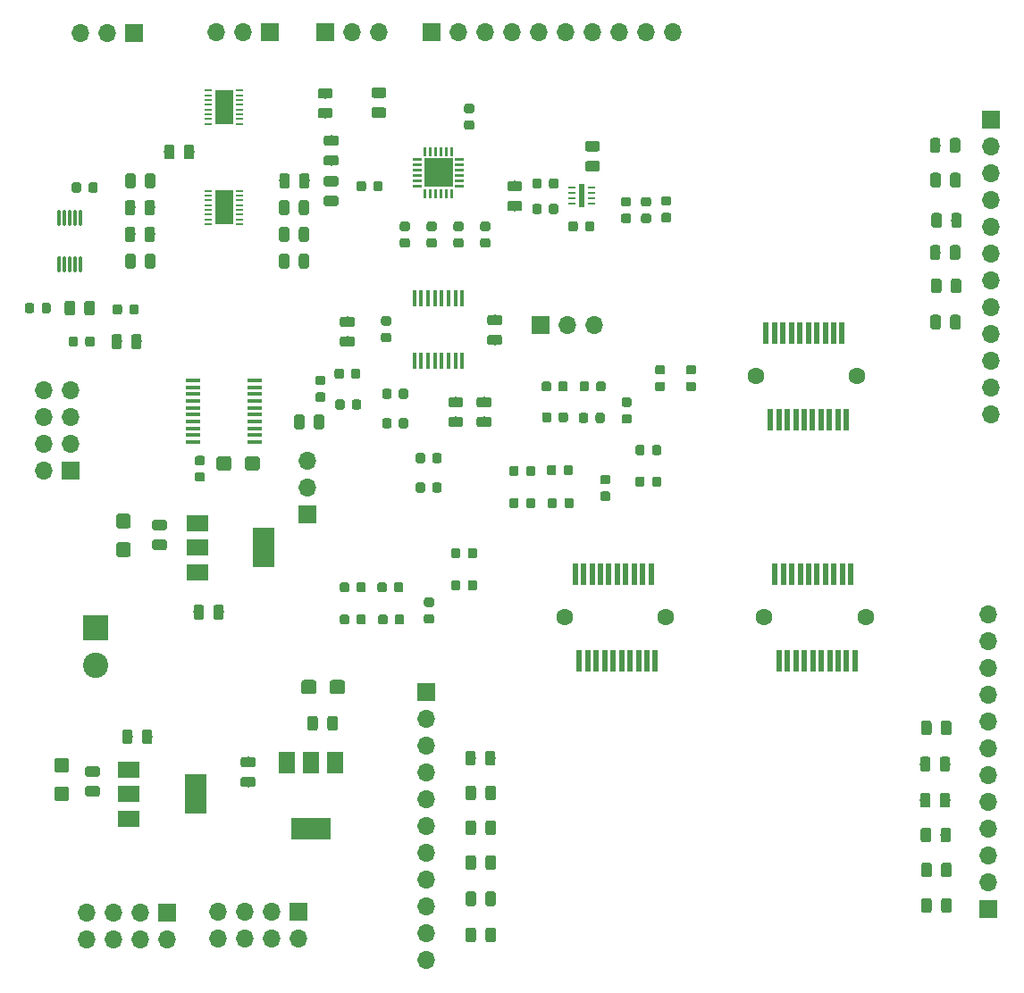
<source format=gbr>
G04 #@! TF.GenerationSoftware,KiCad,Pcbnew,(5.1.0)-1*
G04 #@! TF.CreationDate,2019-04-11T14:20:27+03:00*
G04 #@! TF.ProjectId,OF_link_CATV_tester-Aleksejsm,4f465f6c-696e-46b5-9f43-4154565f7465,rev?*
G04 #@! TF.SameCoordinates,Original*
G04 #@! TF.FileFunction,Soldermask,Top*
G04 #@! TF.FilePolarity,Negative*
%FSLAX46Y46*%
G04 Gerber Fmt 4.6, Leading zero omitted, Abs format (unit mm)*
G04 Created by KiCad (PCBNEW (5.1.0)-1) date 2019-04-11 14:20:27*
%MOMM*%
%LPD*%
G04 APERTURE LIST*
%ADD10R,1.700000X1.700000*%
%ADD11O,1.700000X1.700000*%
%ADD12C,0.100000*%
%ADD13C,0.975000*%
%ADD14C,1.600000*%
%ADD15R,0.500000X2.000000*%
%ADD16C,0.875000*%
%ADD17R,2.000000X3.800000*%
%ADD18R,2.000000X1.500000*%
%ADD19R,1.500000X2.000000*%
%ADD20R,3.800000X2.000000*%
%ADD21C,2.400000*%
%ADD22R,2.400000X2.400000*%
%ADD23C,1.350000*%
%ADD24R,0.610000X2.200000*%
%ADD25R,0.700000X0.250000*%
%ADD26C,0.300000*%
%ADD27R,1.450000X0.450000*%
%ADD28C,0.280000*%
%ADD29R,2.700000X2.700000*%
%ADD30R,0.450000X1.500000*%
%ADD31R,1.700000X3.300000*%
G04 APERTURE END LIST*
D10*
X123825000Y-108394500D03*
D11*
X126365000Y-108394500D03*
X128905000Y-108394500D03*
X80264000Y-80708500D03*
X82804000Y-80708500D03*
D10*
X85344000Y-80708500D03*
D12*
G36*
X109001642Y-85903674D02*
G01*
X109025303Y-85907184D01*
X109048507Y-85912996D01*
X109071029Y-85921054D01*
X109092653Y-85931282D01*
X109113170Y-85943579D01*
X109132383Y-85957829D01*
X109150107Y-85973893D01*
X109166171Y-85991617D01*
X109180421Y-86010830D01*
X109192718Y-86031347D01*
X109202946Y-86052971D01*
X109211004Y-86075493D01*
X109216816Y-86098697D01*
X109220326Y-86122358D01*
X109221500Y-86146250D01*
X109221500Y-86633750D01*
X109220326Y-86657642D01*
X109216816Y-86681303D01*
X109211004Y-86704507D01*
X109202946Y-86727029D01*
X109192718Y-86748653D01*
X109180421Y-86769170D01*
X109166171Y-86788383D01*
X109150107Y-86806107D01*
X109132383Y-86822171D01*
X109113170Y-86836421D01*
X109092653Y-86848718D01*
X109071029Y-86858946D01*
X109048507Y-86867004D01*
X109025303Y-86872816D01*
X109001642Y-86876326D01*
X108977750Y-86877500D01*
X108065250Y-86877500D01*
X108041358Y-86876326D01*
X108017697Y-86872816D01*
X107994493Y-86867004D01*
X107971971Y-86858946D01*
X107950347Y-86848718D01*
X107929830Y-86836421D01*
X107910617Y-86822171D01*
X107892893Y-86806107D01*
X107876829Y-86788383D01*
X107862579Y-86769170D01*
X107850282Y-86748653D01*
X107840054Y-86727029D01*
X107831996Y-86704507D01*
X107826184Y-86681303D01*
X107822674Y-86657642D01*
X107821500Y-86633750D01*
X107821500Y-86146250D01*
X107822674Y-86122358D01*
X107826184Y-86098697D01*
X107831996Y-86075493D01*
X107840054Y-86052971D01*
X107850282Y-86031347D01*
X107862579Y-86010830D01*
X107876829Y-85991617D01*
X107892893Y-85973893D01*
X107910617Y-85957829D01*
X107929830Y-85943579D01*
X107950347Y-85931282D01*
X107971971Y-85921054D01*
X107994493Y-85912996D01*
X108017697Y-85907184D01*
X108041358Y-85903674D01*
X108065250Y-85902500D01*
X108977750Y-85902500D01*
X109001642Y-85903674D01*
X109001642Y-85903674D01*
G37*
D13*
X108521500Y-86390000D03*
D12*
G36*
X109001642Y-87778674D02*
G01*
X109025303Y-87782184D01*
X109048507Y-87787996D01*
X109071029Y-87796054D01*
X109092653Y-87806282D01*
X109113170Y-87818579D01*
X109132383Y-87832829D01*
X109150107Y-87848893D01*
X109166171Y-87866617D01*
X109180421Y-87885830D01*
X109192718Y-87906347D01*
X109202946Y-87927971D01*
X109211004Y-87950493D01*
X109216816Y-87973697D01*
X109220326Y-87997358D01*
X109221500Y-88021250D01*
X109221500Y-88508750D01*
X109220326Y-88532642D01*
X109216816Y-88556303D01*
X109211004Y-88579507D01*
X109202946Y-88602029D01*
X109192718Y-88623653D01*
X109180421Y-88644170D01*
X109166171Y-88663383D01*
X109150107Y-88681107D01*
X109132383Y-88697171D01*
X109113170Y-88711421D01*
X109092653Y-88723718D01*
X109071029Y-88733946D01*
X109048507Y-88742004D01*
X109025303Y-88747816D01*
X109001642Y-88751326D01*
X108977750Y-88752500D01*
X108065250Y-88752500D01*
X108041358Y-88751326D01*
X108017697Y-88747816D01*
X107994493Y-88742004D01*
X107971971Y-88733946D01*
X107950347Y-88723718D01*
X107929830Y-88711421D01*
X107910617Y-88697171D01*
X107892893Y-88681107D01*
X107876829Y-88663383D01*
X107862579Y-88644170D01*
X107850282Y-88623653D01*
X107840054Y-88602029D01*
X107831996Y-88579507D01*
X107826184Y-88556303D01*
X107822674Y-88532642D01*
X107821500Y-88508750D01*
X107821500Y-88021250D01*
X107822674Y-87997358D01*
X107826184Y-87973697D01*
X107831996Y-87950493D01*
X107840054Y-87927971D01*
X107850282Y-87906347D01*
X107862579Y-87885830D01*
X107876829Y-87866617D01*
X107892893Y-87848893D01*
X107910617Y-87832829D01*
X107929830Y-87818579D01*
X107950347Y-87806282D01*
X107971971Y-87796054D01*
X107994493Y-87787996D01*
X108017697Y-87782184D01*
X108041358Y-87778674D01*
X108065250Y-87777500D01*
X108977750Y-87777500D01*
X109001642Y-87778674D01*
X109001642Y-87778674D01*
G37*
D13*
X108521500Y-88265000D03*
D12*
G36*
X103921642Y-85967174D02*
G01*
X103945303Y-85970684D01*
X103968507Y-85976496D01*
X103991029Y-85984554D01*
X104012653Y-85994782D01*
X104033170Y-86007079D01*
X104052383Y-86021329D01*
X104070107Y-86037393D01*
X104086171Y-86055117D01*
X104100421Y-86074330D01*
X104112718Y-86094847D01*
X104122946Y-86116471D01*
X104131004Y-86138993D01*
X104136816Y-86162197D01*
X104140326Y-86185858D01*
X104141500Y-86209750D01*
X104141500Y-86697250D01*
X104140326Y-86721142D01*
X104136816Y-86744803D01*
X104131004Y-86768007D01*
X104122946Y-86790529D01*
X104112718Y-86812153D01*
X104100421Y-86832670D01*
X104086171Y-86851883D01*
X104070107Y-86869607D01*
X104052383Y-86885671D01*
X104033170Y-86899921D01*
X104012653Y-86912218D01*
X103991029Y-86922446D01*
X103968507Y-86930504D01*
X103945303Y-86936316D01*
X103921642Y-86939826D01*
X103897750Y-86941000D01*
X102985250Y-86941000D01*
X102961358Y-86939826D01*
X102937697Y-86936316D01*
X102914493Y-86930504D01*
X102891971Y-86922446D01*
X102870347Y-86912218D01*
X102849830Y-86899921D01*
X102830617Y-86885671D01*
X102812893Y-86869607D01*
X102796829Y-86851883D01*
X102782579Y-86832670D01*
X102770282Y-86812153D01*
X102760054Y-86790529D01*
X102751996Y-86768007D01*
X102746184Y-86744803D01*
X102742674Y-86721142D01*
X102741500Y-86697250D01*
X102741500Y-86209750D01*
X102742674Y-86185858D01*
X102746184Y-86162197D01*
X102751996Y-86138993D01*
X102760054Y-86116471D01*
X102770282Y-86094847D01*
X102782579Y-86074330D01*
X102796829Y-86055117D01*
X102812893Y-86037393D01*
X102830617Y-86021329D01*
X102849830Y-86007079D01*
X102870347Y-85994782D01*
X102891971Y-85984554D01*
X102914493Y-85976496D01*
X102937697Y-85970684D01*
X102961358Y-85967174D01*
X102985250Y-85966000D01*
X103897750Y-85966000D01*
X103921642Y-85967174D01*
X103921642Y-85967174D01*
G37*
D13*
X103441500Y-86453500D03*
D12*
G36*
X103921642Y-87842174D02*
G01*
X103945303Y-87845684D01*
X103968507Y-87851496D01*
X103991029Y-87859554D01*
X104012653Y-87869782D01*
X104033170Y-87882079D01*
X104052383Y-87896329D01*
X104070107Y-87912393D01*
X104086171Y-87930117D01*
X104100421Y-87949330D01*
X104112718Y-87969847D01*
X104122946Y-87991471D01*
X104131004Y-88013993D01*
X104136816Y-88037197D01*
X104140326Y-88060858D01*
X104141500Y-88084750D01*
X104141500Y-88572250D01*
X104140326Y-88596142D01*
X104136816Y-88619803D01*
X104131004Y-88643007D01*
X104122946Y-88665529D01*
X104112718Y-88687153D01*
X104100421Y-88707670D01*
X104086171Y-88726883D01*
X104070107Y-88744607D01*
X104052383Y-88760671D01*
X104033170Y-88774921D01*
X104012653Y-88787218D01*
X103991029Y-88797446D01*
X103968507Y-88805504D01*
X103945303Y-88811316D01*
X103921642Y-88814826D01*
X103897750Y-88816000D01*
X102985250Y-88816000D01*
X102961358Y-88814826D01*
X102937697Y-88811316D01*
X102914493Y-88805504D01*
X102891971Y-88797446D01*
X102870347Y-88787218D01*
X102849830Y-88774921D01*
X102830617Y-88760671D01*
X102812893Y-88744607D01*
X102796829Y-88726883D01*
X102782579Y-88707670D01*
X102770282Y-88687153D01*
X102760054Y-88665529D01*
X102751996Y-88643007D01*
X102746184Y-88619803D01*
X102742674Y-88596142D01*
X102741500Y-88572250D01*
X102741500Y-88084750D01*
X102742674Y-88060858D01*
X102746184Y-88037197D01*
X102751996Y-88013993D01*
X102760054Y-87991471D01*
X102770282Y-87969847D01*
X102782579Y-87949330D01*
X102796829Y-87930117D01*
X102812893Y-87912393D01*
X102830617Y-87896329D01*
X102849830Y-87882079D01*
X102870347Y-87869782D01*
X102891971Y-87859554D01*
X102914493Y-87851496D01*
X102937697Y-87845684D01*
X102961358Y-87842174D01*
X102985250Y-87841000D01*
X103897750Y-87841000D01*
X103921642Y-87842174D01*
X103921642Y-87842174D01*
G37*
D13*
X103441500Y-88328500D03*
D11*
X93154500Y-80645000D03*
X95694500Y-80645000D03*
D10*
X98234500Y-80645000D03*
D11*
X108521500Y-80645000D03*
X105981500Y-80645000D03*
D10*
X103441500Y-80645000D03*
D11*
X76771500Y-114617500D03*
X79311500Y-114617500D03*
X76771500Y-117157500D03*
X79311500Y-117157500D03*
X76771500Y-119697500D03*
X79311500Y-119697500D03*
X76771500Y-122237500D03*
D10*
X79311500Y-122237500D03*
D11*
X93281500Y-166560500D03*
X93281500Y-164020500D03*
X95821500Y-166560500D03*
X95821500Y-164020500D03*
X98361500Y-166560500D03*
X98361500Y-164020500D03*
X100901500Y-166560500D03*
D10*
X100901500Y-164020500D03*
D11*
X80835500Y-166687500D03*
X80835500Y-164147500D03*
X83375500Y-166687500D03*
X83375500Y-164147500D03*
X85915500Y-166687500D03*
X85915500Y-164147500D03*
X88455500Y-166687500D03*
D10*
X88455500Y-164147500D03*
D11*
X113030000Y-168656000D03*
X113030000Y-166116000D03*
X113030000Y-163576000D03*
X113030000Y-161036000D03*
X113030000Y-158496000D03*
X113030000Y-155956000D03*
X113030000Y-153416000D03*
X113030000Y-150876000D03*
X113030000Y-148336000D03*
X113030000Y-145796000D03*
D10*
X113030000Y-143256000D03*
D14*
X126137000Y-136144000D03*
X135737000Y-136144000D03*
D15*
X134737000Y-140243999D03*
X134337000Y-132044001D03*
X133937000Y-140243999D03*
X133537000Y-132044001D03*
X133137000Y-140243999D03*
X132737000Y-132044001D03*
X132337000Y-140243999D03*
X131937000Y-132044001D03*
X131537000Y-140243999D03*
X131137000Y-132044001D03*
X130737000Y-140243999D03*
X130337000Y-132044001D03*
X129937000Y-140243999D03*
X129537000Y-132044001D03*
X129137000Y-140243999D03*
X128737000Y-132044001D03*
X128337000Y-140243999D03*
X127937000Y-132044001D03*
X127537000Y-140243999D03*
X127137000Y-132044001D03*
D14*
X153834500Y-113284000D03*
X144234500Y-113284000D03*
D15*
X145234500Y-109184001D03*
X145634500Y-117383999D03*
X146034500Y-109184001D03*
X146434500Y-117383999D03*
X146834500Y-109184001D03*
X147234500Y-117383999D03*
X147634500Y-109184001D03*
X148034500Y-117383999D03*
X148434500Y-109184001D03*
X148834500Y-117383999D03*
X149234500Y-109184001D03*
X149634500Y-117383999D03*
X150034500Y-109184001D03*
X150434500Y-117383999D03*
X150834500Y-109184001D03*
X151234500Y-117383999D03*
X151634500Y-109184001D03*
X152034500Y-117383999D03*
X152434500Y-109184001D03*
X152834500Y-117383999D03*
D14*
X145060000Y-136144000D03*
X154660000Y-136144000D03*
D15*
X153660000Y-140243999D03*
X153260000Y-132044001D03*
X152860000Y-140243999D03*
X152460000Y-132044001D03*
X152060000Y-140243999D03*
X151660000Y-132044001D03*
X151260000Y-140243999D03*
X150860000Y-132044001D03*
X150460000Y-140243999D03*
X150060000Y-132044001D03*
X149660000Y-140243999D03*
X149260000Y-132044001D03*
X148860000Y-140243999D03*
X148460000Y-132044001D03*
X148060000Y-140243999D03*
X147660000Y-132044001D03*
X147260000Y-140243999D03*
X146860000Y-132044001D03*
X146460000Y-140243999D03*
X146060000Y-132044001D03*
D12*
G36*
X161524142Y-100837674D02*
G01*
X161547803Y-100841184D01*
X161571007Y-100846996D01*
X161593529Y-100855054D01*
X161615153Y-100865282D01*
X161635670Y-100877579D01*
X161654883Y-100891829D01*
X161672607Y-100907893D01*
X161688671Y-100925617D01*
X161702921Y-100944830D01*
X161715218Y-100965347D01*
X161725446Y-100986971D01*
X161733504Y-101009493D01*
X161739316Y-101032697D01*
X161742826Y-101056358D01*
X161744000Y-101080250D01*
X161744000Y-101992750D01*
X161742826Y-102016642D01*
X161739316Y-102040303D01*
X161733504Y-102063507D01*
X161725446Y-102086029D01*
X161715218Y-102107653D01*
X161702921Y-102128170D01*
X161688671Y-102147383D01*
X161672607Y-102165107D01*
X161654883Y-102181171D01*
X161635670Y-102195421D01*
X161615153Y-102207718D01*
X161593529Y-102217946D01*
X161571007Y-102226004D01*
X161547803Y-102231816D01*
X161524142Y-102235326D01*
X161500250Y-102236500D01*
X161012750Y-102236500D01*
X160988858Y-102235326D01*
X160965197Y-102231816D01*
X160941993Y-102226004D01*
X160919471Y-102217946D01*
X160897847Y-102207718D01*
X160877330Y-102195421D01*
X160858117Y-102181171D01*
X160840393Y-102165107D01*
X160824329Y-102147383D01*
X160810079Y-102128170D01*
X160797782Y-102107653D01*
X160787554Y-102086029D01*
X160779496Y-102063507D01*
X160773684Y-102040303D01*
X160770174Y-102016642D01*
X160769000Y-101992750D01*
X160769000Y-101080250D01*
X160770174Y-101056358D01*
X160773684Y-101032697D01*
X160779496Y-101009493D01*
X160787554Y-100986971D01*
X160797782Y-100965347D01*
X160810079Y-100944830D01*
X160824329Y-100925617D01*
X160840393Y-100907893D01*
X160858117Y-100891829D01*
X160877330Y-100877579D01*
X160897847Y-100865282D01*
X160919471Y-100855054D01*
X160941993Y-100846996D01*
X160965197Y-100841184D01*
X160988858Y-100837674D01*
X161012750Y-100836500D01*
X161500250Y-100836500D01*
X161524142Y-100837674D01*
X161524142Y-100837674D01*
G37*
D13*
X161256500Y-101536500D03*
D12*
G36*
X163399142Y-100837674D02*
G01*
X163422803Y-100841184D01*
X163446007Y-100846996D01*
X163468529Y-100855054D01*
X163490153Y-100865282D01*
X163510670Y-100877579D01*
X163529883Y-100891829D01*
X163547607Y-100907893D01*
X163563671Y-100925617D01*
X163577921Y-100944830D01*
X163590218Y-100965347D01*
X163600446Y-100986971D01*
X163608504Y-101009493D01*
X163614316Y-101032697D01*
X163617826Y-101056358D01*
X163619000Y-101080250D01*
X163619000Y-101992750D01*
X163617826Y-102016642D01*
X163614316Y-102040303D01*
X163608504Y-102063507D01*
X163600446Y-102086029D01*
X163590218Y-102107653D01*
X163577921Y-102128170D01*
X163563671Y-102147383D01*
X163547607Y-102165107D01*
X163529883Y-102181171D01*
X163510670Y-102195421D01*
X163490153Y-102207718D01*
X163468529Y-102217946D01*
X163446007Y-102226004D01*
X163422803Y-102231816D01*
X163399142Y-102235326D01*
X163375250Y-102236500D01*
X162887750Y-102236500D01*
X162863858Y-102235326D01*
X162840197Y-102231816D01*
X162816993Y-102226004D01*
X162794471Y-102217946D01*
X162772847Y-102207718D01*
X162752330Y-102195421D01*
X162733117Y-102181171D01*
X162715393Y-102165107D01*
X162699329Y-102147383D01*
X162685079Y-102128170D01*
X162672782Y-102107653D01*
X162662554Y-102086029D01*
X162654496Y-102063507D01*
X162648684Y-102040303D01*
X162645174Y-102016642D01*
X162644000Y-101992750D01*
X162644000Y-101080250D01*
X162645174Y-101056358D01*
X162648684Y-101032697D01*
X162654496Y-101009493D01*
X162662554Y-100986971D01*
X162672782Y-100965347D01*
X162685079Y-100944830D01*
X162699329Y-100925617D01*
X162715393Y-100907893D01*
X162733117Y-100891829D01*
X162752330Y-100877579D01*
X162772847Y-100865282D01*
X162794471Y-100855054D01*
X162816993Y-100846996D01*
X162840197Y-100841184D01*
X162863858Y-100837674D01*
X162887750Y-100836500D01*
X163375250Y-100836500D01*
X163399142Y-100837674D01*
X163399142Y-100837674D01*
G37*
D13*
X163131500Y-101536500D03*
D12*
G36*
X161651142Y-97789674D02*
G01*
X161674803Y-97793184D01*
X161698007Y-97798996D01*
X161720529Y-97807054D01*
X161742153Y-97817282D01*
X161762670Y-97829579D01*
X161781883Y-97843829D01*
X161799607Y-97859893D01*
X161815671Y-97877617D01*
X161829921Y-97896830D01*
X161842218Y-97917347D01*
X161852446Y-97938971D01*
X161860504Y-97961493D01*
X161866316Y-97984697D01*
X161869826Y-98008358D01*
X161871000Y-98032250D01*
X161871000Y-98944750D01*
X161869826Y-98968642D01*
X161866316Y-98992303D01*
X161860504Y-99015507D01*
X161852446Y-99038029D01*
X161842218Y-99059653D01*
X161829921Y-99080170D01*
X161815671Y-99099383D01*
X161799607Y-99117107D01*
X161781883Y-99133171D01*
X161762670Y-99147421D01*
X161742153Y-99159718D01*
X161720529Y-99169946D01*
X161698007Y-99178004D01*
X161674803Y-99183816D01*
X161651142Y-99187326D01*
X161627250Y-99188500D01*
X161139750Y-99188500D01*
X161115858Y-99187326D01*
X161092197Y-99183816D01*
X161068993Y-99178004D01*
X161046471Y-99169946D01*
X161024847Y-99159718D01*
X161004330Y-99147421D01*
X160985117Y-99133171D01*
X160967393Y-99117107D01*
X160951329Y-99099383D01*
X160937079Y-99080170D01*
X160924782Y-99059653D01*
X160914554Y-99038029D01*
X160906496Y-99015507D01*
X160900684Y-98992303D01*
X160897174Y-98968642D01*
X160896000Y-98944750D01*
X160896000Y-98032250D01*
X160897174Y-98008358D01*
X160900684Y-97984697D01*
X160906496Y-97961493D01*
X160914554Y-97938971D01*
X160924782Y-97917347D01*
X160937079Y-97896830D01*
X160951329Y-97877617D01*
X160967393Y-97859893D01*
X160985117Y-97843829D01*
X161004330Y-97829579D01*
X161024847Y-97817282D01*
X161046471Y-97807054D01*
X161068993Y-97798996D01*
X161092197Y-97793184D01*
X161115858Y-97789674D01*
X161139750Y-97788500D01*
X161627250Y-97788500D01*
X161651142Y-97789674D01*
X161651142Y-97789674D01*
G37*
D13*
X161383500Y-98488500D03*
D12*
G36*
X163526142Y-97789674D02*
G01*
X163549803Y-97793184D01*
X163573007Y-97798996D01*
X163595529Y-97807054D01*
X163617153Y-97817282D01*
X163637670Y-97829579D01*
X163656883Y-97843829D01*
X163674607Y-97859893D01*
X163690671Y-97877617D01*
X163704921Y-97896830D01*
X163717218Y-97917347D01*
X163727446Y-97938971D01*
X163735504Y-97961493D01*
X163741316Y-97984697D01*
X163744826Y-98008358D01*
X163746000Y-98032250D01*
X163746000Y-98944750D01*
X163744826Y-98968642D01*
X163741316Y-98992303D01*
X163735504Y-99015507D01*
X163727446Y-99038029D01*
X163717218Y-99059653D01*
X163704921Y-99080170D01*
X163690671Y-99099383D01*
X163674607Y-99117107D01*
X163656883Y-99133171D01*
X163637670Y-99147421D01*
X163617153Y-99159718D01*
X163595529Y-99169946D01*
X163573007Y-99178004D01*
X163549803Y-99183816D01*
X163526142Y-99187326D01*
X163502250Y-99188500D01*
X163014750Y-99188500D01*
X162990858Y-99187326D01*
X162967197Y-99183816D01*
X162943993Y-99178004D01*
X162921471Y-99169946D01*
X162899847Y-99159718D01*
X162879330Y-99147421D01*
X162860117Y-99133171D01*
X162842393Y-99117107D01*
X162826329Y-99099383D01*
X162812079Y-99080170D01*
X162799782Y-99059653D01*
X162789554Y-99038029D01*
X162781496Y-99015507D01*
X162775684Y-98992303D01*
X162772174Y-98968642D01*
X162771000Y-98944750D01*
X162771000Y-98032250D01*
X162772174Y-98008358D01*
X162775684Y-97984697D01*
X162781496Y-97961493D01*
X162789554Y-97938971D01*
X162799782Y-97917347D01*
X162812079Y-97896830D01*
X162826329Y-97877617D01*
X162842393Y-97859893D01*
X162860117Y-97843829D01*
X162879330Y-97829579D01*
X162899847Y-97817282D01*
X162921471Y-97807054D01*
X162943993Y-97798996D01*
X162967197Y-97793184D01*
X162990858Y-97789674D01*
X163014750Y-97788500D01*
X163502250Y-97788500D01*
X163526142Y-97789674D01*
X163526142Y-97789674D01*
G37*
D13*
X163258500Y-98488500D03*
D12*
G36*
X161557642Y-93979674D02*
G01*
X161581303Y-93983184D01*
X161604507Y-93988996D01*
X161627029Y-93997054D01*
X161648653Y-94007282D01*
X161669170Y-94019579D01*
X161688383Y-94033829D01*
X161706107Y-94049893D01*
X161722171Y-94067617D01*
X161736421Y-94086830D01*
X161748718Y-94107347D01*
X161758946Y-94128971D01*
X161767004Y-94151493D01*
X161772816Y-94174697D01*
X161776326Y-94198358D01*
X161777500Y-94222250D01*
X161777500Y-95134750D01*
X161776326Y-95158642D01*
X161772816Y-95182303D01*
X161767004Y-95205507D01*
X161758946Y-95228029D01*
X161748718Y-95249653D01*
X161736421Y-95270170D01*
X161722171Y-95289383D01*
X161706107Y-95307107D01*
X161688383Y-95323171D01*
X161669170Y-95337421D01*
X161648653Y-95349718D01*
X161627029Y-95359946D01*
X161604507Y-95368004D01*
X161581303Y-95373816D01*
X161557642Y-95377326D01*
X161533750Y-95378500D01*
X161046250Y-95378500D01*
X161022358Y-95377326D01*
X160998697Y-95373816D01*
X160975493Y-95368004D01*
X160952971Y-95359946D01*
X160931347Y-95349718D01*
X160910830Y-95337421D01*
X160891617Y-95323171D01*
X160873893Y-95307107D01*
X160857829Y-95289383D01*
X160843579Y-95270170D01*
X160831282Y-95249653D01*
X160821054Y-95228029D01*
X160812996Y-95205507D01*
X160807184Y-95182303D01*
X160803674Y-95158642D01*
X160802500Y-95134750D01*
X160802500Y-94222250D01*
X160803674Y-94198358D01*
X160807184Y-94174697D01*
X160812996Y-94151493D01*
X160821054Y-94128971D01*
X160831282Y-94107347D01*
X160843579Y-94086830D01*
X160857829Y-94067617D01*
X160873893Y-94049893D01*
X160891617Y-94033829D01*
X160910830Y-94019579D01*
X160931347Y-94007282D01*
X160952971Y-93997054D01*
X160975493Y-93988996D01*
X160998697Y-93983184D01*
X161022358Y-93979674D01*
X161046250Y-93978500D01*
X161533750Y-93978500D01*
X161557642Y-93979674D01*
X161557642Y-93979674D01*
G37*
D13*
X161290000Y-94678500D03*
D12*
G36*
X163432642Y-93979674D02*
G01*
X163456303Y-93983184D01*
X163479507Y-93988996D01*
X163502029Y-93997054D01*
X163523653Y-94007282D01*
X163544170Y-94019579D01*
X163563383Y-94033829D01*
X163581107Y-94049893D01*
X163597171Y-94067617D01*
X163611421Y-94086830D01*
X163623718Y-94107347D01*
X163633946Y-94128971D01*
X163642004Y-94151493D01*
X163647816Y-94174697D01*
X163651326Y-94198358D01*
X163652500Y-94222250D01*
X163652500Y-95134750D01*
X163651326Y-95158642D01*
X163647816Y-95182303D01*
X163642004Y-95205507D01*
X163633946Y-95228029D01*
X163623718Y-95249653D01*
X163611421Y-95270170D01*
X163597171Y-95289383D01*
X163581107Y-95307107D01*
X163563383Y-95323171D01*
X163544170Y-95337421D01*
X163523653Y-95349718D01*
X163502029Y-95359946D01*
X163479507Y-95368004D01*
X163456303Y-95373816D01*
X163432642Y-95377326D01*
X163408750Y-95378500D01*
X162921250Y-95378500D01*
X162897358Y-95377326D01*
X162873697Y-95373816D01*
X162850493Y-95368004D01*
X162827971Y-95359946D01*
X162806347Y-95349718D01*
X162785830Y-95337421D01*
X162766617Y-95323171D01*
X162748893Y-95307107D01*
X162732829Y-95289383D01*
X162718579Y-95270170D01*
X162706282Y-95249653D01*
X162696054Y-95228029D01*
X162687996Y-95205507D01*
X162682184Y-95182303D01*
X162678674Y-95158642D01*
X162677500Y-95134750D01*
X162677500Y-94222250D01*
X162678674Y-94198358D01*
X162682184Y-94174697D01*
X162687996Y-94151493D01*
X162696054Y-94128971D01*
X162706282Y-94107347D01*
X162718579Y-94086830D01*
X162732829Y-94067617D01*
X162748893Y-94049893D01*
X162766617Y-94033829D01*
X162785830Y-94019579D01*
X162806347Y-94007282D01*
X162827971Y-93997054D01*
X162850493Y-93988996D01*
X162873697Y-93983184D01*
X162897358Y-93979674D01*
X162921250Y-93978500D01*
X163408750Y-93978500D01*
X163432642Y-93979674D01*
X163432642Y-93979674D01*
G37*
D13*
X163165000Y-94678500D03*
D12*
G36*
X161524142Y-90677674D02*
G01*
X161547803Y-90681184D01*
X161571007Y-90686996D01*
X161593529Y-90695054D01*
X161615153Y-90705282D01*
X161635670Y-90717579D01*
X161654883Y-90731829D01*
X161672607Y-90747893D01*
X161688671Y-90765617D01*
X161702921Y-90784830D01*
X161715218Y-90805347D01*
X161725446Y-90826971D01*
X161733504Y-90849493D01*
X161739316Y-90872697D01*
X161742826Y-90896358D01*
X161744000Y-90920250D01*
X161744000Y-91832750D01*
X161742826Y-91856642D01*
X161739316Y-91880303D01*
X161733504Y-91903507D01*
X161725446Y-91926029D01*
X161715218Y-91947653D01*
X161702921Y-91968170D01*
X161688671Y-91987383D01*
X161672607Y-92005107D01*
X161654883Y-92021171D01*
X161635670Y-92035421D01*
X161615153Y-92047718D01*
X161593529Y-92057946D01*
X161571007Y-92066004D01*
X161547803Y-92071816D01*
X161524142Y-92075326D01*
X161500250Y-92076500D01*
X161012750Y-92076500D01*
X160988858Y-92075326D01*
X160965197Y-92071816D01*
X160941993Y-92066004D01*
X160919471Y-92057946D01*
X160897847Y-92047718D01*
X160877330Y-92035421D01*
X160858117Y-92021171D01*
X160840393Y-92005107D01*
X160824329Y-91987383D01*
X160810079Y-91968170D01*
X160797782Y-91947653D01*
X160787554Y-91926029D01*
X160779496Y-91903507D01*
X160773684Y-91880303D01*
X160770174Y-91856642D01*
X160769000Y-91832750D01*
X160769000Y-90920250D01*
X160770174Y-90896358D01*
X160773684Y-90872697D01*
X160779496Y-90849493D01*
X160787554Y-90826971D01*
X160797782Y-90805347D01*
X160810079Y-90784830D01*
X160824329Y-90765617D01*
X160840393Y-90747893D01*
X160858117Y-90731829D01*
X160877330Y-90717579D01*
X160897847Y-90705282D01*
X160919471Y-90695054D01*
X160941993Y-90686996D01*
X160965197Y-90681184D01*
X160988858Y-90677674D01*
X161012750Y-90676500D01*
X161500250Y-90676500D01*
X161524142Y-90677674D01*
X161524142Y-90677674D01*
G37*
D13*
X161256500Y-91376500D03*
D12*
G36*
X163399142Y-90677674D02*
G01*
X163422803Y-90681184D01*
X163446007Y-90686996D01*
X163468529Y-90695054D01*
X163490153Y-90705282D01*
X163510670Y-90717579D01*
X163529883Y-90731829D01*
X163547607Y-90747893D01*
X163563671Y-90765617D01*
X163577921Y-90784830D01*
X163590218Y-90805347D01*
X163600446Y-90826971D01*
X163608504Y-90849493D01*
X163614316Y-90872697D01*
X163617826Y-90896358D01*
X163619000Y-90920250D01*
X163619000Y-91832750D01*
X163617826Y-91856642D01*
X163614316Y-91880303D01*
X163608504Y-91903507D01*
X163600446Y-91926029D01*
X163590218Y-91947653D01*
X163577921Y-91968170D01*
X163563671Y-91987383D01*
X163547607Y-92005107D01*
X163529883Y-92021171D01*
X163510670Y-92035421D01*
X163490153Y-92047718D01*
X163468529Y-92057946D01*
X163446007Y-92066004D01*
X163422803Y-92071816D01*
X163399142Y-92075326D01*
X163375250Y-92076500D01*
X162887750Y-92076500D01*
X162863858Y-92075326D01*
X162840197Y-92071816D01*
X162816993Y-92066004D01*
X162794471Y-92057946D01*
X162772847Y-92047718D01*
X162752330Y-92035421D01*
X162733117Y-92021171D01*
X162715393Y-92005107D01*
X162699329Y-91987383D01*
X162685079Y-91968170D01*
X162672782Y-91947653D01*
X162662554Y-91926029D01*
X162654496Y-91903507D01*
X162648684Y-91880303D01*
X162645174Y-91856642D01*
X162644000Y-91832750D01*
X162644000Y-90920250D01*
X162645174Y-90896358D01*
X162648684Y-90872697D01*
X162654496Y-90849493D01*
X162662554Y-90826971D01*
X162672782Y-90805347D01*
X162685079Y-90784830D01*
X162699329Y-90765617D01*
X162715393Y-90747893D01*
X162733117Y-90731829D01*
X162752330Y-90717579D01*
X162772847Y-90705282D01*
X162794471Y-90695054D01*
X162816993Y-90686996D01*
X162840197Y-90681184D01*
X162863858Y-90677674D01*
X162887750Y-90676500D01*
X163375250Y-90676500D01*
X163399142Y-90677674D01*
X163399142Y-90677674D01*
G37*
D13*
X163131500Y-91376500D03*
D12*
G36*
X161621142Y-104012674D02*
G01*
X161644803Y-104016184D01*
X161668007Y-104021996D01*
X161690529Y-104030054D01*
X161712153Y-104040282D01*
X161732670Y-104052579D01*
X161751883Y-104066829D01*
X161769607Y-104082893D01*
X161785671Y-104100617D01*
X161799921Y-104119830D01*
X161812218Y-104140347D01*
X161822446Y-104161971D01*
X161830504Y-104184493D01*
X161836316Y-104207697D01*
X161839826Y-104231358D01*
X161841000Y-104255250D01*
X161841000Y-105167750D01*
X161839826Y-105191642D01*
X161836316Y-105215303D01*
X161830504Y-105238507D01*
X161822446Y-105261029D01*
X161812218Y-105282653D01*
X161799921Y-105303170D01*
X161785671Y-105322383D01*
X161769607Y-105340107D01*
X161751883Y-105356171D01*
X161732670Y-105370421D01*
X161712153Y-105382718D01*
X161690529Y-105392946D01*
X161668007Y-105401004D01*
X161644803Y-105406816D01*
X161621142Y-105410326D01*
X161597250Y-105411500D01*
X161109750Y-105411500D01*
X161085858Y-105410326D01*
X161062197Y-105406816D01*
X161038993Y-105401004D01*
X161016471Y-105392946D01*
X160994847Y-105382718D01*
X160974330Y-105370421D01*
X160955117Y-105356171D01*
X160937393Y-105340107D01*
X160921329Y-105322383D01*
X160907079Y-105303170D01*
X160894782Y-105282653D01*
X160884554Y-105261029D01*
X160876496Y-105238507D01*
X160870684Y-105215303D01*
X160867174Y-105191642D01*
X160866000Y-105167750D01*
X160866000Y-104255250D01*
X160867174Y-104231358D01*
X160870684Y-104207697D01*
X160876496Y-104184493D01*
X160884554Y-104161971D01*
X160894782Y-104140347D01*
X160907079Y-104119830D01*
X160921329Y-104100617D01*
X160937393Y-104082893D01*
X160955117Y-104066829D01*
X160974330Y-104052579D01*
X160994847Y-104040282D01*
X161016471Y-104030054D01*
X161038993Y-104021996D01*
X161062197Y-104016184D01*
X161085858Y-104012674D01*
X161109750Y-104011500D01*
X161597250Y-104011500D01*
X161621142Y-104012674D01*
X161621142Y-104012674D01*
G37*
D13*
X161353500Y-104711500D03*
D12*
G36*
X163496142Y-104012674D02*
G01*
X163519803Y-104016184D01*
X163543007Y-104021996D01*
X163565529Y-104030054D01*
X163587153Y-104040282D01*
X163607670Y-104052579D01*
X163626883Y-104066829D01*
X163644607Y-104082893D01*
X163660671Y-104100617D01*
X163674921Y-104119830D01*
X163687218Y-104140347D01*
X163697446Y-104161971D01*
X163705504Y-104184493D01*
X163711316Y-104207697D01*
X163714826Y-104231358D01*
X163716000Y-104255250D01*
X163716000Y-105167750D01*
X163714826Y-105191642D01*
X163711316Y-105215303D01*
X163705504Y-105238507D01*
X163697446Y-105261029D01*
X163687218Y-105282653D01*
X163674921Y-105303170D01*
X163660671Y-105322383D01*
X163644607Y-105340107D01*
X163626883Y-105356171D01*
X163607670Y-105370421D01*
X163587153Y-105382718D01*
X163565529Y-105392946D01*
X163543007Y-105401004D01*
X163519803Y-105406816D01*
X163496142Y-105410326D01*
X163472250Y-105411500D01*
X162984750Y-105411500D01*
X162960858Y-105410326D01*
X162937197Y-105406816D01*
X162913993Y-105401004D01*
X162891471Y-105392946D01*
X162869847Y-105382718D01*
X162849330Y-105370421D01*
X162830117Y-105356171D01*
X162812393Y-105340107D01*
X162796329Y-105322383D01*
X162782079Y-105303170D01*
X162769782Y-105282653D01*
X162759554Y-105261029D01*
X162751496Y-105238507D01*
X162745684Y-105215303D01*
X162742174Y-105191642D01*
X162741000Y-105167750D01*
X162741000Y-104255250D01*
X162742174Y-104231358D01*
X162745684Y-104207697D01*
X162751496Y-104184493D01*
X162759554Y-104161971D01*
X162769782Y-104140347D01*
X162782079Y-104119830D01*
X162796329Y-104100617D01*
X162812393Y-104082893D01*
X162830117Y-104066829D01*
X162849330Y-104052579D01*
X162869847Y-104040282D01*
X162891471Y-104030054D01*
X162913993Y-104021996D01*
X162937197Y-104016184D01*
X162960858Y-104012674D01*
X162984750Y-104011500D01*
X163472250Y-104011500D01*
X163496142Y-104012674D01*
X163496142Y-104012674D01*
G37*
D13*
X163228500Y-104711500D03*
D12*
G36*
X161557642Y-107441674D02*
G01*
X161581303Y-107445184D01*
X161604507Y-107450996D01*
X161627029Y-107459054D01*
X161648653Y-107469282D01*
X161669170Y-107481579D01*
X161688383Y-107495829D01*
X161706107Y-107511893D01*
X161722171Y-107529617D01*
X161736421Y-107548830D01*
X161748718Y-107569347D01*
X161758946Y-107590971D01*
X161767004Y-107613493D01*
X161772816Y-107636697D01*
X161776326Y-107660358D01*
X161777500Y-107684250D01*
X161777500Y-108596750D01*
X161776326Y-108620642D01*
X161772816Y-108644303D01*
X161767004Y-108667507D01*
X161758946Y-108690029D01*
X161748718Y-108711653D01*
X161736421Y-108732170D01*
X161722171Y-108751383D01*
X161706107Y-108769107D01*
X161688383Y-108785171D01*
X161669170Y-108799421D01*
X161648653Y-108811718D01*
X161627029Y-108821946D01*
X161604507Y-108830004D01*
X161581303Y-108835816D01*
X161557642Y-108839326D01*
X161533750Y-108840500D01*
X161046250Y-108840500D01*
X161022358Y-108839326D01*
X160998697Y-108835816D01*
X160975493Y-108830004D01*
X160952971Y-108821946D01*
X160931347Y-108811718D01*
X160910830Y-108799421D01*
X160891617Y-108785171D01*
X160873893Y-108769107D01*
X160857829Y-108751383D01*
X160843579Y-108732170D01*
X160831282Y-108711653D01*
X160821054Y-108690029D01*
X160812996Y-108667507D01*
X160807184Y-108644303D01*
X160803674Y-108620642D01*
X160802500Y-108596750D01*
X160802500Y-107684250D01*
X160803674Y-107660358D01*
X160807184Y-107636697D01*
X160812996Y-107613493D01*
X160821054Y-107590971D01*
X160831282Y-107569347D01*
X160843579Y-107548830D01*
X160857829Y-107529617D01*
X160873893Y-107511893D01*
X160891617Y-107495829D01*
X160910830Y-107481579D01*
X160931347Y-107469282D01*
X160952971Y-107459054D01*
X160975493Y-107450996D01*
X160998697Y-107445184D01*
X161022358Y-107441674D01*
X161046250Y-107440500D01*
X161533750Y-107440500D01*
X161557642Y-107441674D01*
X161557642Y-107441674D01*
G37*
D13*
X161290000Y-108140500D03*
D12*
G36*
X163432642Y-107441674D02*
G01*
X163456303Y-107445184D01*
X163479507Y-107450996D01*
X163502029Y-107459054D01*
X163523653Y-107469282D01*
X163544170Y-107481579D01*
X163563383Y-107495829D01*
X163581107Y-107511893D01*
X163597171Y-107529617D01*
X163611421Y-107548830D01*
X163623718Y-107569347D01*
X163633946Y-107590971D01*
X163642004Y-107613493D01*
X163647816Y-107636697D01*
X163651326Y-107660358D01*
X163652500Y-107684250D01*
X163652500Y-108596750D01*
X163651326Y-108620642D01*
X163647816Y-108644303D01*
X163642004Y-108667507D01*
X163633946Y-108690029D01*
X163623718Y-108711653D01*
X163611421Y-108732170D01*
X163597171Y-108751383D01*
X163581107Y-108769107D01*
X163563383Y-108785171D01*
X163544170Y-108799421D01*
X163523653Y-108811718D01*
X163502029Y-108821946D01*
X163479507Y-108830004D01*
X163456303Y-108835816D01*
X163432642Y-108839326D01*
X163408750Y-108840500D01*
X162921250Y-108840500D01*
X162897358Y-108839326D01*
X162873697Y-108835816D01*
X162850493Y-108830004D01*
X162827971Y-108821946D01*
X162806347Y-108811718D01*
X162785830Y-108799421D01*
X162766617Y-108785171D01*
X162748893Y-108769107D01*
X162732829Y-108751383D01*
X162718579Y-108732170D01*
X162706282Y-108711653D01*
X162696054Y-108690029D01*
X162687996Y-108667507D01*
X162682184Y-108644303D01*
X162678674Y-108620642D01*
X162677500Y-108596750D01*
X162677500Y-107684250D01*
X162678674Y-107660358D01*
X162682184Y-107636697D01*
X162687996Y-107613493D01*
X162696054Y-107590971D01*
X162706282Y-107569347D01*
X162718579Y-107548830D01*
X162732829Y-107529617D01*
X162748893Y-107511893D01*
X162766617Y-107495829D01*
X162785830Y-107481579D01*
X162806347Y-107469282D01*
X162827971Y-107459054D01*
X162850493Y-107450996D01*
X162873697Y-107445184D01*
X162897358Y-107441674D01*
X162921250Y-107440500D01*
X163408750Y-107440500D01*
X163432642Y-107441674D01*
X163432642Y-107441674D01*
G37*
D13*
X163165000Y-108140500D03*
D12*
G36*
X160698642Y-162750174D02*
G01*
X160722303Y-162753684D01*
X160745507Y-162759496D01*
X160768029Y-162767554D01*
X160789653Y-162777782D01*
X160810170Y-162790079D01*
X160829383Y-162804329D01*
X160847107Y-162820393D01*
X160863171Y-162838117D01*
X160877421Y-162857330D01*
X160889718Y-162877847D01*
X160899946Y-162899471D01*
X160908004Y-162921993D01*
X160913816Y-162945197D01*
X160917326Y-162968858D01*
X160918500Y-162992750D01*
X160918500Y-163905250D01*
X160917326Y-163929142D01*
X160913816Y-163952803D01*
X160908004Y-163976007D01*
X160899946Y-163998529D01*
X160889718Y-164020153D01*
X160877421Y-164040670D01*
X160863171Y-164059883D01*
X160847107Y-164077607D01*
X160829383Y-164093671D01*
X160810170Y-164107921D01*
X160789653Y-164120218D01*
X160768029Y-164130446D01*
X160745507Y-164138504D01*
X160722303Y-164144316D01*
X160698642Y-164147826D01*
X160674750Y-164149000D01*
X160187250Y-164149000D01*
X160163358Y-164147826D01*
X160139697Y-164144316D01*
X160116493Y-164138504D01*
X160093971Y-164130446D01*
X160072347Y-164120218D01*
X160051830Y-164107921D01*
X160032617Y-164093671D01*
X160014893Y-164077607D01*
X159998829Y-164059883D01*
X159984579Y-164040670D01*
X159972282Y-164020153D01*
X159962054Y-163998529D01*
X159953996Y-163976007D01*
X159948184Y-163952803D01*
X159944674Y-163929142D01*
X159943500Y-163905250D01*
X159943500Y-162992750D01*
X159944674Y-162968858D01*
X159948184Y-162945197D01*
X159953996Y-162921993D01*
X159962054Y-162899471D01*
X159972282Y-162877847D01*
X159984579Y-162857330D01*
X159998829Y-162838117D01*
X160014893Y-162820393D01*
X160032617Y-162804329D01*
X160051830Y-162790079D01*
X160072347Y-162777782D01*
X160093971Y-162767554D01*
X160116493Y-162759496D01*
X160139697Y-162753684D01*
X160163358Y-162750174D01*
X160187250Y-162749000D01*
X160674750Y-162749000D01*
X160698642Y-162750174D01*
X160698642Y-162750174D01*
G37*
D13*
X160431000Y-163449000D03*
D12*
G36*
X162573642Y-162750174D02*
G01*
X162597303Y-162753684D01*
X162620507Y-162759496D01*
X162643029Y-162767554D01*
X162664653Y-162777782D01*
X162685170Y-162790079D01*
X162704383Y-162804329D01*
X162722107Y-162820393D01*
X162738171Y-162838117D01*
X162752421Y-162857330D01*
X162764718Y-162877847D01*
X162774946Y-162899471D01*
X162783004Y-162921993D01*
X162788816Y-162945197D01*
X162792326Y-162968858D01*
X162793500Y-162992750D01*
X162793500Y-163905250D01*
X162792326Y-163929142D01*
X162788816Y-163952803D01*
X162783004Y-163976007D01*
X162774946Y-163998529D01*
X162764718Y-164020153D01*
X162752421Y-164040670D01*
X162738171Y-164059883D01*
X162722107Y-164077607D01*
X162704383Y-164093671D01*
X162685170Y-164107921D01*
X162664653Y-164120218D01*
X162643029Y-164130446D01*
X162620507Y-164138504D01*
X162597303Y-164144316D01*
X162573642Y-164147826D01*
X162549750Y-164149000D01*
X162062250Y-164149000D01*
X162038358Y-164147826D01*
X162014697Y-164144316D01*
X161991493Y-164138504D01*
X161968971Y-164130446D01*
X161947347Y-164120218D01*
X161926830Y-164107921D01*
X161907617Y-164093671D01*
X161889893Y-164077607D01*
X161873829Y-164059883D01*
X161859579Y-164040670D01*
X161847282Y-164020153D01*
X161837054Y-163998529D01*
X161828996Y-163976007D01*
X161823184Y-163952803D01*
X161819674Y-163929142D01*
X161818500Y-163905250D01*
X161818500Y-162992750D01*
X161819674Y-162968858D01*
X161823184Y-162945197D01*
X161828996Y-162921993D01*
X161837054Y-162899471D01*
X161847282Y-162877847D01*
X161859579Y-162857330D01*
X161873829Y-162838117D01*
X161889893Y-162820393D01*
X161907617Y-162804329D01*
X161926830Y-162790079D01*
X161947347Y-162777782D01*
X161968971Y-162767554D01*
X161991493Y-162759496D01*
X162014697Y-162753684D01*
X162038358Y-162750174D01*
X162062250Y-162749000D01*
X162549750Y-162749000D01*
X162573642Y-162750174D01*
X162573642Y-162750174D01*
G37*
D13*
X162306000Y-163449000D03*
D12*
G36*
X160698642Y-159384674D02*
G01*
X160722303Y-159388184D01*
X160745507Y-159393996D01*
X160768029Y-159402054D01*
X160789653Y-159412282D01*
X160810170Y-159424579D01*
X160829383Y-159438829D01*
X160847107Y-159454893D01*
X160863171Y-159472617D01*
X160877421Y-159491830D01*
X160889718Y-159512347D01*
X160899946Y-159533971D01*
X160908004Y-159556493D01*
X160913816Y-159579697D01*
X160917326Y-159603358D01*
X160918500Y-159627250D01*
X160918500Y-160539750D01*
X160917326Y-160563642D01*
X160913816Y-160587303D01*
X160908004Y-160610507D01*
X160899946Y-160633029D01*
X160889718Y-160654653D01*
X160877421Y-160675170D01*
X160863171Y-160694383D01*
X160847107Y-160712107D01*
X160829383Y-160728171D01*
X160810170Y-160742421D01*
X160789653Y-160754718D01*
X160768029Y-160764946D01*
X160745507Y-160773004D01*
X160722303Y-160778816D01*
X160698642Y-160782326D01*
X160674750Y-160783500D01*
X160187250Y-160783500D01*
X160163358Y-160782326D01*
X160139697Y-160778816D01*
X160116493Y-160773004D01*
X160093971Y-160764946D01*
X160072347Y-160754718D01*
X160051830Y-160742421D01*
X160032617Y-160728171D01*
X160014893Y-160712107D01*
X159998829Y-160694383D01*
X159984579Y-160675170D01*
X159972282Y-160654653D01*
X159962054Y-160633029D01*
X159953996Y-160610507D01*
X159948184Y-160587303D01*
X159944674Y-160563642D01*
X159943500Y-160539750D01*
X159943500Y-159627250D01*
X159944674Y-159603358D01*
X159948184Y-159579697D01*
X159953996Y-159556493D01*
X159962054Y-159533971D01*
X159972282Y-159512347D01*
X159984579Y-159491830D01*
X159998829Y-159472617D01*
X160014893Y-159454893D01*
X160032617Y-159438829D01*
X160051830Y-159424579D01*
X160072347Y-159412282D01*
X160093971Y-159402054D01*
X160116493Y-159393996D01*
X160139697Y-159388184D01*
X160163358Y-159384674D01*
X160187250Y-159383500D01*
X160674750Y-159383500D01*
X160698642Y-159384674D01*
X160698642Y-159384674D01*
G37*
D13*
X160431000Y-160083500D03*
D12*
G36*
X162573642Y-159384674D02*
G01*
X162597303Y-159388184D01*
X162620507Y-159393996D01*
X162643029Y-159402054D01*
X162664653Y-159412282D01*
X162685170Y-159424579D01*
X162704383Y-159438829D01*
X162722107Y-159454893D01*
X162738171Y-159472617D01*
X162752421Y-159491830D01*
X162764718Y-159512347D01*
X162774946Y-159533971D01*
X162783004Y-159556493D01*
X162788816Y-159579697D01*
X162792326Y-159603358D01*
X162793500Y-159627250D01*
X162793500Y-160539750D01*
X162792326Y-160563642D01*
X162788816Y-160587303D01*
X162783004Y-160610507D01*
X162774946Y-160633029D01*
X162764718Y-160654653D01*
X162752421Y-160675170D01*
X162738171Y-160694383D01*
X162722107Y-160712107D01*
X162704383Y-160728171D01*
X162685170Y-160742421D01*
X162664653Y-160754718D01*
X162643029Y-160764946D01*
X162620507Y-160773004D01*
X162597303Y-160778816D01*
X162573642Y-160782326D01*
X162549750Y-160783500D01*
X162062250Y-160783500D01*
X162038358Y-160782326D01*
X162014697Y-160778816D01*
X161991493Y-160773004D01*
X161968971Y-160764946D01*
X161947347Y-160754718D01*
X161926830Y-160742421D01*
X161907617Y-160728171D01*
X161889893Y-160712107D01*
X161873829Y-160694383D01*
X161859579Y-160675170D01*
X161847282Y-160654653D01*
X161837054Y-160633029D01*
X161828996Y-160610507D01*
X161823184Y-160587303D01*
X161819674Y-160563642D01*
X161818500Y-160539750D01*
X161818500Y-159627250D01*
X161819674Y-159603358D01*
X161823184Y-159579697D01*
X161828996Y-159556493D01*
X161837054Y-159533971D01*
X161847282Y-159512347D01*
X161859579Y-159491830D01*
X161873829Y-159472617D01*
X161889893Y-159454893D01*
X161907617Y-159438829D01*
X161926830Y-159424579D01*
X161947347Y-159412282D01*
X161968971Y-159402054D01*
X161991493Y-159393996D01*
X162014697Y-159388184D01*
X162038358Y-159384674D01*
X162062250Y-159383500D01*
X162549750Y-159383500D01*
X162573642Y-159384674D01*
X162573642Y-159384674D01*
G37*
D13*
X162306000Y-160083500D03*
D12*
G36*
X160635142Y-156082674D02*
G01*
X160658803Y-156086184D01*
X160682007Y-156091996D01*
X160704529Y-156100054D01*
X160726153Y-156110282D01*
X160746670Y-156122579D01*
X160765883Y-156136829D01*
X160783607Y-156152893D01*
X160799671Y-156170617D01*
X160813921Y-156189830D01*
X160826218Y-156210347D01*
X160836446Y-156231971D01*
X160844504Y-156254493D01*
X160850316Y-156277697D01*
X160853826Y-156301358D01*
X160855000Y-156325250D01*
X160855000Y-157237750D01*
X160853826Y-157261642D01*
X160850316Y-157285303D01*
X160844504Y-157308507D01*
X160836446Y-157331029D01*
X160826218Y-157352653D01*
X160813921Y-157373170D01*
X160799671Y-157392383D01*
X160783607Y-157410107D01*
X160765883Y-157426171D01*
X160746670Y-157440421D01*
X160726153Y-157452718D01*
X160704529Y-157462946D01*
X160682007Y-157471004D01*
X160658803Y-157476816D01*
X160635142Y-157480326D01*
X160611250Y-157481500D01*
X160123750Y-157481500D01*
X160099858Y-157480326D01*
X160076197Y-157476816D01*
X160052993Y-157471004D01*
X160030471Y-157462946D01*
X160008847Y-157452718D01*
X159988330Y-157440421D01*
X159969117Y-157426171D01*
X159951393Y-157410107D01*
X159935329Y-157392383D01*
X159921079Y-157373170D01*
X159908782Y-157352653D01*
X159898554Y-157331029D01*
X159890496Y-157308507D01*
X159884684Y-157285303D01*
X159881174Y-157261642D01*
X159880000Y-157237750D01*
X159880000Y-156325250D01*
X159881174Y-156301358D01*
X159884684Y-156277697D01*
X159890496Y-156254493D01*
X159898554Y-156231971D01*
X159908782Y-156210347D01*
X159921079Y-156189830D01*
X159935329Y-156170617D01*
X159951393Y-156152893D01*
X159969117Y-156136829D01*
X159988330Y-156122579D01*
X160008847Y-156110282D01*
X160030471Y-156100054D01*
X160052993Y-156091996D01*
X160076197Y-156086184D01*
X160099858Y-156082674D01*
X160123750Y-156081500D01*
X160611250Y-156081500D01*
X160635142Y-156082674D01*
X160635142Y-156082674D01*
G37*
D13*
X160367500Y-156781500D03*
D12*
G36*
X162510142Y-156082674D02*
G01*
X162533803Y-156086184D01*
X162557007Y-156091996D01*
X162579529Y-156100054D01*
X162601153Y-156110282D01*
X162621670Y-156122579D01*
X162640883Y-156136829D01*
X162658607Y-156152893D01*
X162674671Y-156170617D01*
X162688921Y-156189830D01*
X162701218Y-156210347D01*
X162711446Y-156231971D01*
X162719504Y-156254493D01*
X162725316Y-156277697D01*
X162728826Y-156301358D01*
X162730000Y-156325250D01*
X162730000Y-157237750D01*
X162728826Y-157261642D01*
X162725316Y-157285303D01*
X162719504Y-157308507D01*
X162711446Y-157331029D01*
X162701218Y-157352653D01*
X162688921Y-157373170D01*
X162674671Y-157392383D01*
X162658607Y-157410107D01*
X162640883Y-157426171D01*
X162621670Y-157440421D01*
X162601153Y-157452718D01*
X162579529Y-157462946D01*
X162557007Y-157471004D01*
X162533803Y-157476816D01*
X162510142Y-157480326D01*
X162486250Y-157481500D01*
X161998750Y-157481500D01*
X161974858Y-157480326D01*
X161951197Y-157476816D01*
X161927993Y-157471004D01*
X161905471Y-157462946D01*
X161883847Y-157452718D01*
X161863330Y-157440421D01*
X161844117Y-157426171D01*
X161826393Y-157410107D01*
X161810329Y-157392383D01*
X161796079Y-157373170D01*
X161783782Y-157352653D01*
X161773554Y-157331029D01*
X161765496Y-157308507D01*
X161759684Y-157285303D01*
X161756174Y-157261642D01*
X161755000Y-157237750D01*
X161755000Y-156325250D01*
X161756174Y-156301358D01*
X161759684Y-156277697D01*
X161765496Y-156254493D01*
X161773554Y-156231971D01*
X161783782Y-156210347D01*
X161796079Y-156189830D01*
X161810329Y-156170617D01*
X161826393Y-156152893D01*
X161844117Y-156136829D01*
X161863330Y-156122579D01*
X161883847Y-156110282D01*
X161905471Y-156100054D01*
X161927993Y-156091996D01*
X161951197Y-156086184D01*
X161974858Y-156082674D01*
X161998750Y-156081500D01*
X162486250Y-156081500D01*
X162510142Y-156082674D01*
X162510142Y-156082674D01*
G37*
D13*
X162242500Y-156781500D03*
D12*
G36*
X160571642Y-152780674D02*
G01*
X160595303Y-152784184D01*
X160618507Y-152789996D01*
X160641029Y-152798054D01*
X160662653Y-152808282D01*
X160683170Y-152820579D01*
X160702383Y-152834829D01*
X160720107Y-152850893D01*
X160736171Y-152868617D01*
X160750421Y-152887830D01*
X160762718Y-152908347D01*
X160772946Y-152929971D01*
X160781004Y-152952493D01*
X160786816Y-152975697D01*
X160790326Y-152999358D01*
X160791500Y-153023250D01*
X160791500Y-153935750D01*
X160790326Y-153959642D01*
X160786816Y-153983303D01*
X160781004Y-154006507D01*
X160772946Y-154029029D01*
X160762718Y-154050653D01*
X160750421Y-154071170D01*
X160736171Y-154090383D01*
X160720107Y-154108107D01*
X160702383Y-154124171D01*
X160683170Y-154138421D01*
X160662653Y-154150718D01*
X160641029Y-154160946D01*
X160618507Y-154169004D01*
X160595303Y-154174816D01*
X160571642Y-154178326D01*
X160547750Y-154179500D01*
X160060250Y-154179500D01*
X160036358Y-154178326D01*
X160012697Y-154174816D01*
X159989493Y-154169004D01*
X159966971Y-154160946D01*
X159945347Y-154150718D01*
X159924830Y-154138421D01*
X159905617Y-154124171D01*
X159887893Y-154108107D01*
X159871829Y-154090383D01*
X159857579Y-154071170D01*
X159845282Y-154050653D01*
X159835054Y-154029029D01*
X159826996Y-154006507D01*
X159821184Y-153983303D01*
X159817674Y-153959642D01*
X159816500Y-153935750D01*
X159816500Y-153023250D01*
X159817674Y-152999358D01*
X159821184Y-152975697D01*
X159826996Y-152952493D01*
X159835054Y-152929971D01*
X159845282Y-152908347D01*
X159857579Y-152887830D01*
X159871829Y-152868617D01*
X159887893Y-152850893D01*
X159905617Y-152834829D01*
X159924830Y-152820579D01*
X159945347Y-152808282D01*
X159966971Y-152798054D01*
X159989493Y-152789996D01*
X160012697Y-152784184D01*
X160036358Y-152780674D01*
X160060250Y-152779500D01*
X160547750Y-152779500D01*
X160571642Y-152780674D01*
X160571642Y-152780674D01*
G37*
D13*
X160304000Y-153479500D03*
D12*
G36*
X162446642Y-152780674D02*
G01*
X162470303Y-152784184D01*
X162493507Y-152789996D01*
X162516029Y-152798054D01*
X162537653Y-152808282D01*
X162558170Y-152820579D01*
X162577383Y-152834829D01*
X162595107Y-152850893D01*
X162611171Y-152868617D01*
X162625421Y-152887830D01*
X162637718Y-152908347D01*
X162647946Y-152929971D01*
X162656004Y-152952493D01*
X162661816Y-152975697D01*
X162665326Y-152999358D01*
X162666500Y-153023250D01*
X162666500Y-153935750D01*
X162665326Y-153959642D01*
X162661816Y-153983303D01*
X162656004Y-154006507D01*
X162647946Y-154029029D01*
X162637718Y-154050653D01*
X162625421Y-154071170D01*
X162611171Y-154090383D01*
X162595107Y-154108107D01*
X162577383Y-154124171D01*
X162558170Y-154138421D01*
X162537653Y-154150718D01*
X162516029Y-154160946D01*
X162493507Y-154169004D01*
X162470303Y-154174816D01*
X162446642Y-154178326D01*
X162422750Y-154179500D01*
X161935250Y-154179500D01*
X161911358Y-154178326D01*
X161887697Y-154174816D01*
X161864493Y-154169004D01*
X161841971Y-154160946D01*
X161820347Y-154150718D01*
X161799830Y-154138421D01*
X161780617Y-154124171D01*
X161762893Y-154108107D01*
X161746829Y-154090383D01*
X161732579Y-154071170D01*
X161720282Y-154050653D01*
X161710054Y-154029029D01*
X161701996Y-154006507D01*
X161696184Y-153983303D01*
X161692674Y-153959642D01*
X161691500Y-153935750D01*
X161691500Y-153023250D01*
X161692674Y-152999358D01*
X161696184Y-152975697D01*
X161701996Y-152952493D01*
X161710054Y-152929971D01*
X161720282Y-152908347D01*
X161732579Y-152887830D01*
X161746829Y-152868617D01*
X161762893Y-152850893D01*
X161780617Y-152834829D01*
X161799830Y-152820579D01*
X161820347Y-152808282D01*
X161841971Y-152798054D01*
X161864493Y-152789996D01*
X161887697Y-152784184D01*
X161911358Y-152780674D01*
X161935250Y-152779500D01*
X162422750Y-152779500D01*
X162446642Y-152780674D01*
X162446642Y-152780674D01*
G37*
D13*
X162179000Y-153479500D03*
D12*
G36*
X160571642Y-149351674D02*
G01*
X160595303Y-149355184D01*
X160618507Y-149360996D01*
X160641029Y-149369054D01*
X160662653Y-149379282D01*
X160683170Y-149391579D01*
X160702383Y-149405829D01*
X160720107Y-149421893D01*
X160736171Y-149439617D01*
X160750421Y-149458830D01*
X160762718Y-149479347D01*
X160772946Y-149500971D01*
X160781004Y-149523493D01*
X160786816Y-149546697D01*
X160790326Y-149570358D01*
X160791500Y-149594250D01*
X160791500Y-150506750D01*
X160790326Y-150530642D01*
X160786816Y-150554303D01*
X160781004Y-150577507D01*
X160772946Y-150600029D01*
X160762718Y-150621653D01*
X160750421Y-150642170D01*
X160736171Y-150661383D01*
X160720107Y-150679107D01*
X160702383Y-150695171D01*
X160683170Y-150709421D01*
X160662653Y-150721718D01*
X160641029Y-150731946D01*
X160618507Y-150740004D01*
X160595303Y-150745816D01*
X160571642Y-150749326D01*
X160547750Y-150750500D01*
X160060250Y-150750500D01*
X160036358Y-150749326D01*
X160012697Y-150745816D01*
X159989493Y-150740004D01*
X159966971Y-150731946D01*
X159945347Y-150721718D01*
X159924830Y-150709421D01*
X159905617Y-150695171D01*
X159887893Y-150679107D01*
X159871829Y-150661383D01*
X159857579Y-150642170D01*
X159845282Y-150621653D01*
X159835054Y-150600029D01*
X159826996Y-150577507D01*
X159821184Y-150554303D01*
X159817674Y-150530642D01*
X159816500Y-150506750D01*
X159816500Y-149594250D01*
X159817674Y-149570358D01*
X159821184Y-149546697D01*
X159826996Y-149523493D01*
X159835054Y-149500971D01*
X159845282Y-149479347D01*
X159857579Y-149458830D01*
X159871829Y-149439617D01*
X159887893Y-149421893D01*
X159905617Y-149405829D01*
X159924830Y-149391579D01*
X159945347Y-149379282D01*
X159966971Y-149369054D01*
X159989493Y-149360996D01*
X160012697Y-149355184D01*
X160036358Y-149351674D01*
X160060250Y-149350500D01*
X160547750Y-149350500D01*
X160571642Y-149351674D01*
X160571642Y-149351674D01*
G37*
D13*
X160304000Y-150050500D03*
D12*
G36*
X162446642Y-149351674D02*
G01*
X162470303Y-149355184D01*
X162493507Y-149360996D01*
X162516029Y-149369054D01*
X162537653Y-149379282D01*
X162558170Y-149391579D01*
X162577383Y-149405829D01*
X162595107Y-149421893D01*
X162611171Y-149439617D01*
X162625421Y-149458830D01*
X162637718Y-149479347D01*
X162647946Y-149500971D01*
X162656004Y-149523493D01*
X162661816Y-149546697D01*
X162665326Y-149570358D01*
X162666500Y-149594250D01*
X162666500Y-150506750D01*
X162665326Y-150530642D01*
X162661816Y-150554303D01*
X162656004Y-150577507D01*
X162647946Y-150600029D01*
X162637718Y-150621653D01*
X162625421Y-150642170D01*
X162611171Y-150661383D01*
X162595107Y-150679107D01*
X162577383Y-150695171D01*
X162558170Y-150709421D01*
X162537653Y-150721718D01*
X162516029Y-150731946D01*
X162493507Y-150740004D01*
X162470303Y-150745816D01*
X162446642Y-150749326D01*
X162422750Y-150750500D01*
X161935250Y-150750500D01*
X161911358Y-150749326D01*
X161887697Y-150745816D01*
X161864493Y-150740004D01*
X161841971Y-150731946D01*
X161820347Y-150721718D01*
X161799830Y-150709421D01*
X161780617Y-150695171D01*
X161762893Y-150679107D01*
X161746829Y-150661383D01*
X161732579Y-150642170D01*
X161720282Y-150621653D01*
X161710054Y-150600029D01*
X161701996Y-150577507D01*
X161696184Y-150554303D01*
X161692674Y-150530642D01*
X161691500Y-150506750D01*
X161691500Y-149594250D01*
X161692674Y-149570358D01*
X161696184Y-149546697D01*
X161701996Y-149523493D01*
X161710054Y-149500971D01*
X161720282Y-149479347D01*
X161732579Y-149458830D01*
X161746829Y-149439617D01*
X161762893Y-149421893D01*
X161780617Y-149405829D01*
X161799830Y-149391579D01*
X161820347Y-149379282D01*
X161841971Y-149369054D01*
X161864493Y-149360996D01*
X161887697Y-149355184D01*
X161911358Y-149351674D01*
X161935250Y-149350500D01*
X162422750Y-149350500D01*
X162446642Y-149351674D01*
X162446642Y-149351674D01*
G37*
D13*
X162179000Y-150050500D03*
D12*
G36*
X160683642Y-145922674D02*
G01*
X160707303Y-145926184D01*
X160730507Y-145931996D01*
X160753029Y-145940054D01*
X160774653Y-145950282D01*
X160795170Y-145962579D01*
X160814383Y-145976829D01*
X160832107Y-145992893D01*
X160848171Y-146010617D01*
X160862421Y-146029830D01*
X160874718Y-146050347D01*
X160884946Y-146071971D01*
X160893004Y-146094493D01*
X160898816Y-146117697D01*
X160902326Y-146141358D01*
X160903500Y-146165250D01*
X160903500Y-147077750D01*
X160902326Y-147101642D01*
X160898816Y-147125303D01*
X160893004Y-147148507D01*
X160884946Y-147171029D01*
X160874718Y-147192653D01*
X160862421Y-147213170D01*
X160848171Y-147232383D01*
X160832107Y-147250107D01*
X160814383Y-147266171D01*
X160795170Y-147280421D01*
X160774653Y-147292718D01*
X160753029Y-147302946D01*
X160730507Y-147311004D01*
X160707303Y-147316816D01*
X160683642Y-147320326D01*
X160659750Y-147321500D01*
X160172250Y-147321500D01*
X160148358Y-147320326D01*
X160124697Y-147316816D01*
X160101493Y-147311004D01*
X160078971Y-147302946D01*
X160057347Y-147292718D01*
X160036830Y-147280421D01*
X160017617Y-147266171D01*
X159999893Y-147250107D01*
X159983829Y-147232383D01*
X159969579Y-147213170D01*
X159957282Y-147192653D01*
X159947054Y-147171029D01*
X159938996Y-147148507D01*
X159933184Y-147125303D01*
X159929674Y-147101642D01*
X159928500Y-147077750D01*
X159928500Y-146165250D01*
X159929674Y-146141358D01*
X159933184Y-146117697D01*
X159938996Y-146094493D01*
X159947054Y-146071971D01*
X159957282Y-146050347D01*
X159969579Y-146029830D01*
X159983829Y-146010617D01*
X159999893Y-145992893D01*
X160017617Y-145976829D01*
X160036830Y-145962579D01*
X160057347Y-145950282D01*
X160078971Y-145940054D01*
X160101493Y-145931996D01*
X160124697Y-145926184D01*
X160148358Y-145922674D01*
X160172250Y-145921500D01*
X160659750Y-145921500D01*
X160683642Y-145922674D01*
X160683642Y-145922674D01*
G37*
D13*
X160416000Y-146621500D03*
D12*
G36*
X162558642Y-145922674D02*
G01*
X162582303Y-145926184D01*
X162605507Y-145931996D01*
X162628029Y-145940054D01*
X162649653Y-145950282D01*
X162670170Y-145962579D01*
X162689383Y-145976829D01*
X162707107Y-145992893D01*
X162723171Y-146010617D01*
X162737421Y-146029830D01*
X162749718Y-146050347D01*
X162759946Y-146071971D01*
X162768004Y-146094493D01*
X162773816Y-146117697D01*
X162777326Y-146141358D01*
X162778500Y-146165250D01*
X162778500Y-147077750D01*
X162777326Y-147101642D01*
X162773816Y-147125303D01*
X162768004Y-147148507D01*
X162759946Y-147171029D01*
X162749718Y-147192653D01*
X162737421Y-147213170D01*
X162723171Y-147232383D01*
X162707107Y-147250107D01*
X162689383Y-147266171D01*
X162670170Y-147280421D01*
X162649653Y-147292718D01*
X162628029Y-147302946D01*
X162605507Y-147311004D01*
X162582303Y-147316816D01*
X162558642Y-147320326D01*
X162534750Y-147321500D01*
X162047250Y-147321500D01*
X162023358Y-147320326D01*
X161999697Y-147316816D01*
X161976493Y-147311004D01*
X161953971Y-147302946D01*
X161932347Y-147292718D01*
X161911830Y-147280421D01*
X161892617Y-147266171D01*
X161874893Y-147250107D01*
X161858829Y-147232383D01*
X161844579Y-147213170D01*
X161832282Y-147192653D01*
X161822054Y-147171029D01*
X161813996Y-147148507D01*
X161808184Y-147125303D01*
X161804674Y-147101642D01*
X161803500Y-147077750D01*
X161803500Y-146165250D01*
X161804674Y-146141358D01*
X161808184Y-146117697D01*
X161813996Y-146094493D01*
X161822054Y-146071971D01*
X161832282Y-146050347D01*
X161844579Y-146029830D01*
X161858829Y-146010617D01*
X161874893Y-145992893D01*
X161892617Y-145976829D01*
X161911830Y-145962579D01*
X161932347Y-145950282D01*
X161953971Y-145940054D01*
X161976493Y-145931996D01*
X161999697Y-145926184D01*
X162023358Y-145922674D01*
X162047250Y-145921500D01*
X162534750Y-145921500D01*
X162558642Y-145922674D01*
X162558642Y-145922674D01*
G37*
D13*
X162291000Y-146621500D03*
D12*
G36*
X128230691Y-113762553D02*
G01*
X128251926Y-113765703D01*
X128272750Y-113770919D01*
X128292962Y-113778151D01*
X128312368Y-113787330D01*
X128330781Y-113798366D01*
X128348024Y-113811154D01*
X128363930Y-113825570D01*
X128378346Y-113841476D01*
X128391134Y-113858719D01*
X128402170Y-113877132D01*
X128411349Y-113896538D01*
X128418581Y-113916750D01*
X128423797Y-113937574D01*
X128426947Y-113958809D01*
X128428000Y-113980250D01*
X128428000Y-114492750D01*
X128426947Y-114514191D01*
X128423797Y-114535426D01*
X128418581Y-114556250D01*
X128411349Y-114576462D01*
X128402170Y-114595868D01*
X128391134Y-114614281D01*
X128378346Y-114631524D01*
X128363930Y-114647430D01*
X128348024Y-114661846D01*
X128330781Y-114674634D01*
X128312368Y-114685670D01*
X128292962Y-114694849D01*
X128272750Y-114702081D01*
X128251926Y-114707297D01*
X128230691Y-114710447D01*
X128209250Y-114711500D01*
X127771750Y-114711500D01*
X127750309Y-114710447D01*
X127729074Y-114707297D01*
X127708250Y-114702081D01*
X127688038Y-114694849D01*
X127668632Y-114685670D01*
X127650219Y-114674634D01*
X127632976Y-114661846D01*
X127617070Y-114647430D01*
X127602654Y-114631524D01*
X127589866Y-114614281D01*
X127578830Y-114595868D01*
X127569651Y-114576462D01*
X127562419Y-114556250D01*
X127557203Y-114535426D01*
X127554053Y-114514191D01*
X127553000Y-114492750D01*
X127553000Y-113980250D01*
X127554053Y-113958809D01*
X127557203Y-113937574D01*
X127562419Y-113916750D01*
X127569651Y-113896538D01*
X127578830Y-113877132D01*
X127589866Y-113858719D01*
X127602654Y-113841476D01*
X127617070Y-113825570D01*
X127632976Y-113811154D01*
X127650219Y-113798366D01*
X127668632Y-113787330D01*
X127688038Y-113778151D01*
X127708250Y-113770919D01*
X127729074Y-113765703D01*
X127750309Y-113762553D01*
X127771750Y-113761500D01*
X128209250Y-113761500D01*
X128230691Y-113762553D01*
X128230691Y-113762553D01*
G37*
D16*
X127990500Y-114236500D03*
D12*
G36*
X129805691Y-113762553D02*
G01*
X129826926Y-113765703D01*
X129847750Y-113770919D01*
X129867962Y-113778151D01*
X129887368Y-113787330D01*
X129905781Y-113798366D01*
X129923024Y-113811154D01*
X129938930Y-113825570D01*
X129953346Y-113841476D01*
X129966134Y-113858719D01*
X129977170Y-113877132D01*
X129986349Y-113896538D01*
X129993581Y-113916750D01*
X129998797Y-113937574D01*
X130001947Y-113958809D01*
X130003000Y-113980250D01*
X130003000Y-114492750D01*
X130001947Y-114514191D01*
X129998797Y-114535426D01*
X129993581Y-114556250D01*
X129986349Y-114576462D01*
X129977170Y-114595868D01*
X129966134Y-114614281D01*
X129953346Y-114631524D01*
X129938930Y-114647430D01*
X129923024Y-114661846D01*
X129905781Y-114674634D01*
X129887368Y-114685670D01*
X129867962Y-114694849D01*
X129847750Y-114702081D01*
X129826926Y-114707297D01*
X129805691Y-114710447D01*
X129784250Y-114711500D01*
X129346750Y-114711500D01*
X129325309Y-114710447D01*
X129304074Y-114707297D01*
X129283250Y-114702081D01*
X129263038Y-114694849D01*
X129243632Y-114685670D01*
X129225219Y-114674634D01*
X129207976Y-114661846D01*
X129192070Y-114647430D01*
X129177654Y-114631524D01*
X129164866Y-114614281D01*
X129153830Y-114595868D01*
X129144651Y-114576462D01*
X129137419Y-114556250D01*
X129132203Y-114535426D01*
X129129053Y-114514191D01*
X129128000Y-114492750D01*
X129128000Y-113980250D01*
X129129053Y-113958809D01*
X129132203Y-113937574D01*
X129137419Y-113916750D01*
X129144651Y-113896538D01*
X129153830Y-113877132D01*
X129164866Y-113858719D01*
X129177654Y-113841476D01*
X129192070Y-113825570D01*
X129207976Y-113811154D01*
X129225219Y-113798366D01*
X129243632Y-113787330D01*
X129263038Y-113778151D01*
X129283250Y-113770919D01*
X129304074Y-113765703D01*
X129325309Y-113762553D01*
X129346750Y-113761500D01*
X129784250Y-113761500D01*
X129805691Y-113762553D01*
X129805691Y-113762553D01*
G37*
D16*
X129565500Y-114236500D03*
D12*
G36*
X128167191Y-116747053D02*
G01*
X128188426Y-116750203D01*
X128209250Y-116755419D01*
X128229462Y-116762651D01*
X128248868Y-116771830D01*
X128267281Y-116782866D01*
X128284524Y-116795654D01*
X128300430Y-116810070D01*
X128314846Y-116825976D01*
X128327634Y-116843219D01*
X128338670Y-116861632D01*
X128347849Y-116881038D01*
X128355081Y-116901250D01*
X128360297Y-116922074D01*
X128363447Y-116943309D01*
X128364500Y-116964750D01*
X128364500Y-117477250D01*
X128363447Y-117498691D01*
X128360297Y-117519926D01*
X128355081Y-117540750D01*
X128347849Y-117560962D01*
X128338670Y-117580368D01*
X128327634Y-117598781D01*
X128314846Y-117616024D01*
X128300430Y-117631930D01*
X128284524Y-117646346D01*
X128267281Y-117659134D01*
X128248868Y-117670170D01*
X128229462Y-117679349D01*
X128209250Y-117686581D01*
X128188426Y-117691797D01*
X128167191Y-117694947D01*
X128145750Y-117696000D01*
X127708250Y-117696000D01*
X127686809Y-117694947D01*
X127665574Y-117691797D01*
X127644750Y-117686581D01*
X127624538Y-117679349D01*
X127605132Y-117670170D01*
X127586719Y-117659134D01*
X127569476Y-117646346D01*
X127553570Y-117631930D01*
X127539154Y-117616024D01*
X127526366Y-117598781D01*
X127515330Y-117580368D01*
X127506151Y-117560962D01*
X127498919Y-117540750D01*
X127493703Y-117519926D01*
X127490553Y-117498691D01*
X127489500Y-117477250D01*
X127489500Y-116964750D01*
X127490553Y-116943309D01*
X127493703Y-116922074D01*
X127498919Y-116901250D01*
X127506151Y-116881038D01*
X127515330Y-116861632D01*
X127526366Y-116843219D01*
X127539154Y-116825976D01*
X127553570Y-116810070D01*
X127569476Y-116795654D01*
X127586719Y-116782866D01*
X127605132Y-116771830D01*
X127624538Y-116762651D01*
X127644750Y-116755419D01*
X127665574Y-116750203D01*
X127686809Y-116747053D01*
X127708250Y-116746000D01*
X128145750Y-116746000D01*
X128167191Y-116747053D01*
X128167191Y-116747053D01*
G37*
D16*
X127927000Y-117221000D03*
D12*
G36*
X129742191Y-116747053D02*
G01*
X129763426Y-116750203D01*
X129784250Y-116755419D01*
X129804462Y-116762651D01*
X129823868Y-116771830D01*
X129842281Y-116782866D01*
X129859524Y-116795654D01*
X129875430Y-116810070D01*
X129889846Y-116825976D01*
X129902634Y-116843219D01*
X129913670Y-116861632D01*
X129922849Y-116881038D01*
X129930081Y-116901250D01*
X129935297Y-116922074D01*
X129938447Y-116943309D01*
X129939500Y-116964750D01*
X129939500Y-117477250D01*
X129938447Y-117498691D01*
X129935297Y-117519926D01*
X129930081Y-117540750D01*
X129922849Y-117560962D01*
X129913670Y-117580368D01*
X129902634Y-117598781D01*
X129889846Y-117616024D01*
X129875430Y-117631930D01*
X129859524Y-117646346D01*
X129842281Y-117659134D01*
X129823868Y-117670170D01*
X129804462Y-117679349D01*
X129784250Y-117686581D01*
X129763426Y-117691797D01*
X129742191Y-117694947D01*
X129720750Y-117696000D01*
X129283250Y-117696000D01*
X129261809Y-117694947D01*
X129240574Y-117691797D01*
X129219750Y-117686581D01*
X129199538Y-117679349D01*
X129180132Y-117670170D01*
X129161719Y-117659134D01*
X129144476Y-117646346D01*
X129128570Y-117631930D01*
X129114154Y-117616024D01*
X129101366Y-117598781D01*
X129090330Y-117580368D01*
X129081151Y-117560962D01*
X129073919Y-117540750D01*
X129068703Y-117519926D01*
X129065553Y-117498691D01*
X129064500Y-117477250D01*
X129064500Y-116964750D01*
X129065553Y-116943309D01*
X129068703Y-116922074D01*
X129073919Y-116901250D01*
X129081151Y-116881038D01*
X129090330Y-116861632D01*
X129101366Y-116843219D01*
X129114154Y-116825976D01*
X129128570Y-116810070D01*
X129144476Y-116795654D01*
X129161719Y-116782866D01*
X129180132Y-116771830D01*
X129199538Y-116762651D01*
X129219750Y-116755419D01*
X129240574Y-116750203D01*
X129261809Y-116747053D01*
X129283250Y-116746000D01*
X129720750Y-116746000D01*
X129742191Y-116747053D01*
X129742191Y-116747053D01*
G37*
D16*
X129502000Y-117221000D03*
D12*
G36*
X125144691Y-121700053D02*
G01*
X125165926Y-121703203D01*
X125186750Y-121708419D01*
X125206962Y-121715651D01*
X125226368Y-121724830D01*
X125244781Y-121735866D01*
X125262024Y-121748654D01*
X125277930Y-121763070D01*
X125292346Y-121778976D01*
X125305134Y-121796219D01*
X125316170Y-121814632D01*
X125325349Y-121834038D01*
X125332581Y-121854250D01*
X125337797Y-121875074D01*
X125340947Y-121896309D01*
X125342000Y-121917750D01*
X125342000Y-122430250D01*
X125340947Y-122451691D01*
X125337797Y-122472926D01*
X125332581Y-122493750D01*
X125325349Y-122513962D01*
X125316170Y-122533368D01*
X125305134Y-122551781D01*
X125292346Y-122569024D01*
X125277930Y-122584930D01*
X125262024Y-122599346D01*
X125244781Y-122612134D01*
X125226368Y-122623170D01*
X125206962Y-122632349D01*
X125186750Y-122639581D01*
X125165926Y-122644797D01*
X125144691Y-122647947D01*
X125123250Y-122649000D01*
X124685750Y-122649000D01*
X124664309Y-122647947D01*
X124643074Y-122644797D01*
X124622250Y-122639581D01*
X124602038Y-122632349D01*
X124582632Y-122623170D01*
X124564219Y-122612134D01*
X124546976Y-122599346D01*
X124531070Y-122584930D01*
X124516654Y-122569024D01*
X124503866Y-122551781D01*
X124492830Y-122533368D01*
X124483651Y-122513962D01*
X124476419Y-122493750D01*
X124471203Y-122472926D01*
X124468053Y-122451691D01*
X124467000Y-122430250D01*
X124467000Y-121917750D01*
X124468053Y-121896309D01*
X124471203Y-121875074D01*
X124476419Y-121854250D01*
X124483651Y-121834038D01*
X124492830Y-121814632D01*
X124503866Y-121796219D01*
X124516654Y-121778976D01*
X124531070Y-121763070D01*
X124546976Y-121748654D01*
X124564219Y-121735866D01*
X124582632Y-121724830D01*
X124602038Y-121715651D01*
X124622250Y-121708419D01*
X124643074Y-121703203D01*
X124664309Y-121700053D01*
X124685750Y-121699000D01*
X125123250Y-121699000D01*
X125144691Y-121700053D01*
X125144691Y-121700053D01*
G37*
D16*
X124904500Y-122174000D03*
D12*
G36*
X126719691Y-121700053D02*
G01*
X126740926Y-121703203D01*
X126761750Y-121708419D01*
X126781962Y-121715651D01*
X126801368Y-121724830D01*
X126819781Y-121735866D01*
X126837024Y-121748654D01*
X126852930Y-121763070D01*
X126867346Y-121778976D01*
X126880134Y-121796219D01*
X126891170Y-121814632D01*
X126900349Y-121834038D01*
X126907581Y-121854250D01*
X126912797Y-121875074D01*
X126915947Y-121896309D01*
X126917000Y-121917750D01*
X126917000Y-122430250D01*
X126915947Y-122451691D01*
X126912797Y-122472926D01*
X126907581Y-122493750D01*
X126900349Y-122513962D01*
X126891170Y-122533368D01*
X126880134Y-122551781D01*
X126867346Y-122569024D01*
X126852930Y-122584930D01*
X126837024Y-122599346D01*
X126819781Y-122612134D01*
X126801368Y-122623170D01*
X126781962Y-122632349D01*
X126761750Y-122639581D01*
X126740926Y-122644797D01*
X126719691Y-122647947D01*
X126698250Y-122649000D01*
X126260750Y-122649000D01*
X126239309Y-122647947D01*
X126218074Y-122644797D01*
X126197250Y-122639581D01*
X126177038Y-122632349D01*
X126157632Y-122623170D01*
X126139219Y-122612134D01*
X126121976Y-122599346D01*
X126106070Y-122584930D01*
X126091654Y-122569024D01*
X126078866Y-122551781D01*
X126067830Y-122533368D01*
X126058651Y-122513962D01*
X126051419Y-122493750D01*
X126046203Y-122472926D01*
X126043053Y-122451691D01*
X126042000Y-122430250D01*
X126042000Y-121917750D01*
X126043053Y-121896309D01*
X126046203Y-121875074D01*
X126051419Y-121854250D01*
X126058651Y-121834038D01*
X126067830Y-121814632D01*
X126078866Y-121796219D01*
X126091654Y-121778976D01*
X126106070Y-121763070D01*
X126121976Y-121748654D01*
X126139219Y-121735866D01*
X126157632Y-121724830D01*
X126177038Y-121715651D01*
X126197250Y-121708419D01*
X126218074Y-121703203D01*
X126239309Y-121700053D01*
X126260750Y-121699000D01*
X126698250Y-121699000D01*
X126719691Y-121700053D01*
X126719691Y-121700053D01*
G37*
D16*
X126479500Y-122174000D03*
D12*
G36*
X125208191Y-124811553D02*
G01*
X125229426Y-124814703D01*
X125250250Y-124819919D01*
X125270462Y-124827151D01*
X125289868Y-124836330D01*
X125308281Y-124847366D01*
X125325524Y-124860154D01*
X125341430Y-124874570D01*
X125355846Y-124890476D01*
X125368634Y-124907719D01*
X125379670Y-124926132D01*
X125388849Y-124945538D01*
X125396081Y-124965750D01*
X125401297Y-124986574D01*
X125404447Y-125007809D01*
X125405500Y-125029250D01*
X125405500Y-125541750D01*
X125404447Y-125563191D01*
X125401297Y-125584426D01*
X125396081Y-125605250D01*
X125388849Y-125625462D01*
X125379670Y-125644868D01*
X125368634Y-125663281D01*
X125355846Y-125680524D01*
X125341430Y-125696430D01*
X125325524Y-125710846D01*
X125308281Y-125723634D01*
X125289868Y-125734670D01*
X125270462Y-125743849D01*
X125250250Y-125751081D01*
X125229426Y-125756297D01*
X125208191Y-125759447D01*
X125186750Y-125760500D01*
X124749250Y-125760500D01*
X124727809Y-125759447D01*
X124706574Y-125756297D01*
X124685750Y-125751081D01*
X124665538Y-125743849D01*
X124646132Y-125734670D01*
X124627719Y-125723634D01*
X124610476Y-125710846D01*
X124594570Y-125696430D01*
X124580154Y-125680524D01*
X124567366Y-125663281D01*
X124556330Y-125644868D01*
X124547151Y-125625462D01*
X124539919Y-125605250D01*
X124534703Y-125584426D01*
X124531553Y-125563191D01*
X124530500Y-125541750D01*
X124530500Y-125029250D01*
X124531553Y-125007809D01*
X124534703Y-124986574D01*
X124539919Y-124965750D01*
X124547151Y-124945538D01*
X124556330Y-124926132D01*
X124567366Y-124907719D01*
X124580154Y-124890476D01*
X124594570Y-124874570D01*
X124610476Y-124860154D01*
X124627719Y-124847366D01*
X124646132Y-124836330D01*
X124665538Y-124827151D01*
X124685750Y-124819919D01*
X124706574Y-124814703D01*
X124727809Y-124811553D01*
X124749250Y-124810500D01*
X125186750Y-124810500D01*
X125208191Y-124811553D01*
X125208191Y-124811553D01*
G37*
D16*
X124968000Y-125285500D03*
D12*
G36*
X126783191Y-124811553D02*
G01*
X126804426Y-124814703D01*
X126825250Y-124819919D01*
X126845462Y-124827151D01*
X126864868Y-124836330D01*
X126883281Y-124847366D01*
X126900524Y-124860154D01*
X126916430Y-124874570D01*
X126930846Y-124890476D01*
X126943634Y-124907719D01*
X126954670Y-124926132D01*
X126963849Y-124945538D01*
X126971081Y-124965750D01*
X126976297Y-124986574D01*
X126979447Y-125007809D01*
X126980500Y-125029250D01*
X126980500Y-125541750D01*
X126979447Y-125563191D01*
X126976297Y-125584426D01*
X126971081Y-125605250D01*
X126963849Y-125625462D01*
X126954670Y-125644868D01*
X126943634Y-125663281D01*
X126930846Y-125680524D01*
X126916430Y-125696430D01*
X126900524Y-125710846D01*
X126883281Y-125723634D01*
X126864868Y-125734670D01*
X126845462Y-125743849D01*
X126825250Y-125751081D01*
X126804426Y-125756297D01*
X126783191Y-125759447D01*
X126761750Y-125760500D01*
X126324250Y-125760500D01*
X126302809Y-125759447D01*
X126281574Y-125756297D01*
X126260750Y-125751081D01*
X126240538Y-125743849D01*
X126221132Y-125734670D01*
X126202719Y-125723634D01*
X126185476Y-125710846D01*
X126169570Y-125696430D01*
X126155154Y-125680524D01*
X126142366Y-125663281D01*
X126131330Y-125644868D01*
X126122151Y-125625462D01*
X126114919Y-125605250D01*
X126109703Y-125584426D01*
X126106553Y-125563191D01*
X126105500Y-125541750D01*
X126105500Y-125029250D01*
X126106553Y-125007809D01*
X126109703Y-124986574D01*
X126114919Y-124965750D01*
X126122151Y-124945538D01*
X126131330Y-124926132D01*
X126142366Y-124907719D01*
X126155154Y-124890476D01*
X126169570Y-124874570D01*
X126185476Y-124860154D01*
X126202719Y-124847366D01*
X126221132Y-124836330D01*
X126240538Y-124827151D01*
X126260750Y-124819919D01*
X126281574Y-124814703D01*
X126302809Y-124811553D01*
X126324250Y-124810500D01*
X126761750Y-124810500D01*
X126783191Y-124811553D01*
X126783191Y-124811553D01*
G37*
D16*
X126543000Y-125285500D03*
D11*
X166560500Y-116903500D03*
X166560500Y-114363500D03*
X166560500Y-111823500D03*
X166560500Y-109283500D03*
X166560500Y-106743500D03*
X166560500Y-104203500D03*
X166560500Y-101663500D03*
X166560500Y-99123500D03*
X166560500Y-96583500D03*
X166560500Y-94043500D03*
X166560500Y-91503500D03*
D10*
X166560500Y-88963500D03*
D11*
X166243000Y-135890000D03*
X166243000Y-138430000D03*
X166243000Y-140970000D03*
X166243000Y-143510000D03*
X166243000Y-146050000D03*
X166243000Y-148590000D03*
X166243000Y-151130000D03*
X166243000Y-153670000D03*
X166243000Y-156210000D03*
X166243000Y-158750000D03*
X166243000Y-161290000D03*
D10*
X166243000Y-163830000D03*
D12*
G36*
X124674691Y-116683553D02*
G01*
X124695926Y-116686703D01*
X124716750Y-116691919D01*
X124736962Y-116699151D01*
X124756368Y-116708330D01*
X124774781Y-116719366D01*
X124792024Y-116732154D01*
X124807930Y-116746570D01*
X124822346Y-116762476D01*
X124835134Y-116779719D01*
X124846170Y-116798132D01*
X124855349Y-116817538D01*
X124862581Y-116837750D01*
X124867797Y-116858574D01*
X124870947Y-116879809D01*
X124872000Y-116901250D01*
X124872000Y-117413750D01*
X124870947Y-117435191D01*
X124867797Y-117456426D01*
X124862581Y-117477250D01*
X124855349Y-117497462D01*
X124846170Y-117516868D01*
X124835134Y-117535281D01*
X124822346Y-117552524D01*
X124807930Y-117568430D01*
X124792024Y-117582846D01*
X124774781Y-117595634D01*
X124756368Y-117606670D01*
X124736962Y-117615849D01*
X124716750Y-117623081D01*
X124695926Y-117628297D01*
X124674691Y-117631447D01*
X124653250Y-117632500D01*
X124215750Y-117632500D01*
X124194309Y-117631447D01*
X124173074Y-117628297D01*
X124152250Y-117623081D01*
X124132038Y-117615849D01*
X124112632Y-117606670D01*
X124094219Y-117595634D01*
X124076976Y-117582846D01*
X124061070Y-117568430D01*
X124046654Y-117552524D01*
X124033866Y-117535281D01*
X124022830Y-117516868D01*
X124013651Y-117497462D01*
X124006419Y-117477250D01*
X124001203Y-117456426D01*
X123998053Y-117435191D01*
X123997000Y-117413750D01*
X123997000Y-116901250D01*
X123998053Y-116879809D01*
X124001203Y-116858574D01*
X124006419Y-116837750D01*
X124013651Y-116817538D01*
X124022830Y-116798132D01*
X124033866Y-116779719D01*
X124046654Y-116762476D01*
X124061070Y-116746570D01*
X124076976Y-116732154D01*
X124094219Y-116719366D01*
X124112632Y-116708330D01*
X124132038Y-116699151D01*
X124152250Y-116691919D01*
X124173074Y-116686703D01*
X124194309Y-116683553D01*
X124215750Y-116682500D01*
X124653250Y-116682500D01*
X124674691Y-116683553D01*
X124674691Y-116683553D01*
G37*
D16*
X124434500Y-117157500D03*
D12*
G36*
X126249691Y-116683553D02*
G01*
X126270926Y-116686703D01*
X126291750Y-116691919D01*
X126311962Y-116699151D01*
X126331368Y-116708330D01*
X126349781Y-116719366D01*
X126367024Y-116732154D01*
X126382930Y-116746570D01*
X126397346Y-116762476D01*
X126410134Y-116779719D01*
X126421170Y-116798132D01*
X126430349Y-116817538D01*
X126437581Y-116837750D01*
X126442797Y-116858574D01*
X126445947Y-116879809D01*
X126447000Y-116901250D01*
X126447000Y-117413750D01*
X126445947Y-117435191D01*
X126442797Y-117456426D01*
X126437581Y-117477250D01*
X126430349Y-117497462D01*
X126421170Y-117516868D01*
X126410134Y-117535281D01*
X126397346Y-117552524D01*
X126382930Y-117568430D01*
X126367024Y-117582846D01*
X126349781Y-117595634D01*
X126331368Y-117606670D01*
X126311962Y-117615849D01*
X126291750Y-117623081D01*
X126270926Y-117628297D01*
X126249691Y-117631447D01*
X126228250Y-117632500D01*
X125790750Y-117632500D01*
X125769309Y-117631447D01*
X125748074Y-117628297D01*
X125727250Y-117623081D01*
X125707038Y-117615849D01*
X125687632Y-117606670D01*
X125669219Y-117595634D01*
X125651976Y-117582846D01*
X125636070Y-117568430D01*
X125621654Y-117552524D01*
X125608866Y-117535281D01*
X125597830Y-117516868D01*
X125588651Y-117497462D01*
X125581419Y-117477250D01*
X125576203Y-117456426D01*
X125573053Y-117435191D01*
X125572000Y-117413750D01*
X125572000Y-116901250D01*
X125573053Y-116879809D01*
X125576203Y-116858574D01*
X125581419Y-116837750D01*
X125588651Y-116817538D01*
X125597830Y-116798132D01*
X125608866Y-116779719D01*
X125621654Y-116762476D01*
X125636070Y-116746570D01*
X125651976Y-116732154D01*
X125669219Y-116719366D01*
X125687632Y-116708330D01*
X125707038Y-116699151D01*
X125727250Y-116691919D01*
X125748074Y-116686703D01*
X125769309Y-116683553D01*
X125790750Y-116682500D01*
X126228250Y-116682500D01*
X126249691Y-116683553D01*
X126249691Y-116683553D01*
G37*
D16*
X126009500Y-117157500D03*
D12*
G36*
X124649191Y-113762553D02*
G01*
X124670426Y-113765703D01*
X124691250Y-113770919D01*
X124711462Y-113778151D01*
X124730868Y-113787330D01*
X124749281Y-113798366D01*
X124766524Y-113811154D01*
X124782430Y-113825570D01*
X124796846Y-113841476D01*
X124809634Y-113858719D01*
X124820670Y-113877132D01*
X124829849Y-113896538D01*
X124837081Y-113916750D01*
X124842297Y-113937574D01*
X124845447Y-113958809D01*
X124846500Y-113980250D01*
X124846500Y-114492750D01*
X124845447Y-114514191D01*
X124842297Y-114535426D01*
X124837081Y-114556250D01*
X124829849Y-114576462D01*
X124820670Y-114595868D01*
X124809634Y-114614281D01*
X124796846Y-114631524D01*
X124782430Y-114647430D01*
X124766524Y-114661846D01*
X124749281Y-114674634D01*
X124730868Y-114685670D01*
X124711462Y-114694849D01*
X124691250Y-114702081D01*
X124670426Y-114707297D01*
X124649191Y-114710447D01*
X124627750Y-114711500D01*
X124190250Y-114711500D01*
X124168809Y-114710447D01*
X124147574Y-114707297D01*
X124126750Y-114702081D01*
X124106538Y-114694849D01*
X124087132Y-114685670D01*
X124068719Y-114674634D01*
X124051476Y-114661846D01*
X124035570Y-114647430D01*
X124021154Y-114631524D01*
X124008366Y-114614281D01*
X123997330Y-114595868D01*
X123988151Y-114576462D01*
X123980919Y-114556250D01*
X123975703Y-114535426D01*
X123972553Y-114514191D01*
X123971500Y-114492750D01*
X123971500Y-113980250D01*
X123972553Y-113958809D01*
X123975703Y-113937574D01*
X123980919Y-113916750D01*
X123988151Y-113896538D01*
X123997330Y-113877132D01*
X124008366Y-113858719D01*
X124021154Y-113841476D01*
X124035570Y-113825570D01*
X124051476Y-113811154D01*
X124068719Y-113798366D01*
X124087132Y-113787330D01*
X124106538Y-113778151D01*
X124126750Y-113770919D01*
X124147574Y-113765703D01*
X124168809Y-113762553D01*
X124190250Y-113761500D01*
X124627750Y-113761500D01*
X124649191Y-113762553D01*
X124649191Y-113762553D01*
G37*
D16*
X124409000Y-114236500D03*
D12*
G36*
X126224191Y-113762553D02*
G01*
X126245426Y-113765703D01*
X126266250Y-113770919D01*
X126286462Y-113778151D01*
X126305868Y-113787330D01*
X126324281Y-113798366D01*
X126341524Y-113811154D01*
X126357430Y-113825570D01*
X126371846Y-113841476D01*
X126384634Y-113858719D01*
X126395670Y-113877132D01*
X126404849Y-113896538D01*
X126412081Y-113916750D01*
X126417297Y-113937574D01*
X126420447Y-113958809D01*
X126421500Y-113980250D01*
X126421500Y-114492750D01*
X126420447Y-114514191D01*
X126417297Y-114535426D01*
X126412081Y-114556250D01*
X126404849Y-114576462D01*
X126395670Y-114595868D01*
X126384634Y-114614281D01*
X126371846Y-114631524D01*
X126357430Y-114647430D01*
X126341524Y-114661846D01*
X126324281Y-114674634D01*
X126305868Y-114685670D01*
X126286462Y-114694849D01*
X126266250Y-114702081D01*
X126245426Y-114707297D01*
X126224191Y-114710447D01*
X126202750Y-114711500D01*
X125765250Y-114711500D01*
X125743809Y-114710447D01*
X125722574Y-114707297D01*
X125701750Y-114702081D01*
X125681538Y-114694849D01*
X125662132Y-114685670D01*
X125643719Y-114674634D01*
X125626476Y-114661846D01*
X125610570Y-114647430D01*
X125596154Y-114631524D01*
X125583366Y-114614281D01*
X125572330Y-114595868D01*
X125563151Y-114576462D01*
X125555919Y-114556250D01*
X125550703Y-114535426D01*
X125547553Y-114514191D01*
X125546500Y-114492750D01*
X125546500Y-113980250D01*
X125547553Y-113958809D01*
X125550703Y-113937574D01*
X125555919Y-113916750D01*
X125563151Y-113896538D01*
X125572330Y-113877132D01*
X125583366Y-113858719D01*
X125596154Y-113841476D01*
X125610570Y-113825570D01*
X125626476Y-113811154D01*
X125643719Y-113798366D01*
X125662132Y-113787330D01*
X125681538Y-113778151D01*
X125701750Y-113770919D01*
X125722574Y-113765703D01*
X125743809Y-113762553D01*
X125765250Y-113761500D01*
X126202750Y-113761500D01*
X126224191Y-113762553D01*
X126224191Y-113762553D01*
G37*
D16*
X125984000Y-114236500D03*
D12*
G36*
X132294191Y-115298553D02*
G01*
X132315426Y-115301703D01*
X132336250Y-115306919D01*
X132356462Y-115314151D01*
X132375868Y-115323330D01*
X132394281Y-115334366D01*
X132411524Y-115347154D01*
X132427430Y-115361570D01*
X132441846Y-115377476D01*
X132454634Y-115394719D01*
X132465670Y-115413132D01*
X132474849Y-115432538D01*
X132482081Y-115452750D01*
X132487297Y-115473574D01*
X132490447Y-115494809D01*
X132491500Y-115516250D01*
X132491500Y-115953750D01*
X132490447Y-115975191D01*
X132487297Y-115996426D01*
X132482081Y-116017250D01*
X132474849Y-116037462D01*
X132465670Y-116056868D01*
X132454634Y-116075281D01*
X132441846Y-116092524D01*
X132427430Y-116108430D01*
X132411524Y-116122846D01*
X132394281Y-116135634D01*
X132375868Y-116146670D01*
X132356462Y-116155849D01*
X132336250Y-116163081D01*
X132315426Y-116168297D01*
X132294191Y-116171447D01*
X132272750Y-116172500D01*
X131760250Y-116172500D01*
X131738809Y-116171447D01*
X131717574Y-116168297D01*
X131696750Y-116163081D01*
X131676538Y-116155849D01*
X131657132Y-116146670D01*
X131638719Y-116135634D01*
X131621476Y-116122846D01*
X131605570Y-116108430D01*
X131591154Y-116092524D01*
X131578366Y-116075281D01*
X131567330Y-116056868D01*
X131558151Y-116037462D01*
X131550919Y-116017250D01*
X131545703Y-115996426D01*
X131542553Y-115975191D01*
X131541500Y-115953750D01*
X131541500Y-115516250D01*
X131542553Y-115494809D01*
X131545703Y-115473574D01*
X131550919Y-115452750D01*
X131558151Y-115432538D01*
X131567330Y-115413132D01*
X131578366Y-115394719D01*
X131591154Y-115377476D01*
X131605570Y-115361570D01*
X131621476Y-115347154D01*
X131638719Y-115334366D01*
X131657132Y-115323330D01*
X131676538Y-115314151D01*
X131696750Y-115306919D01*
X131717574Y-115301703D01*
X131738809Y-115298553D01*
X131760250Y-115297500D01*
X132272750Y-115297500D01*
X132294191Y-115298553D01*
X132294191Y-115298553D01*
G37*
D16*
X132016500Y-115735000D03*
D12*
G36*
X132294191Y-116873553D02*
G01*
X132315426Y-116876703D01*
X132336250Y-116881919D01*
X132356462Y-116889151D01*
X132375868Y-116898330D01*
X132394281Y-116909366D01*
X132411524Y-116922154D01*
X132427430Y-116936570D01*
X132441846Y-116952476D01*
X132454634Y-116969719D01*
X132465670Y-116988132D01*
X132474849Y-117007538D01*
X132482081Y-117027750D01*
X132487297Y-117048574D01*
X132490447Y-117069809D01*
X132491500Y-117091250D01*
X132491500Y-117528750D01*
X132490447Y-117550191D01*
X132487297Y-117571426D01*
X132482081Y-117592250D01*
X132474849Y-117612462D01*
X132465670Y-117631868D01*
X132454634Y-117650281D01*
X132441846Y-117667524D01*
X132427430Y-117683430D01*
X132411524Y-117697846D01*
X132394281Y-117710634D01*
X132375868Y-117721670D01*
X132356462Y-117730849D01*
X132336250Y-117738081D01*
X132315426Y-117743297D01*
X132294191Y-117746447D01*
X132272750Y-117747500D01*
X131760250Y-117747500D01*
X131738809Y-117746447D01*
X131717574Y-117743297D01*
X131696750Y-117738081D01*
X131676538Y-117730849D01*
X131657132Y-117721670D01*
X131638719Y-117710634D01*
X131621476Y-117697846D01*
X131605570Y-117683430D01*
X131591154Y-117667524D01*
X131578366Y-117650281D01*
X131567330Y-117631868D01*
X131558151Y-117612462D01*
X131550919Y-117592250D01*
X131545703Y-117571426D01*
X131542553Y-117550191D01*
X131541500Y-117528750D01*
X131541500Y-117091250D01*
X131542553Y-117069809D01*
X131545703Y-117048574D01*
X131550919Y-117027750D01*
X131558151Y-117007538D01*
X131567330Y-116988132D01*
X131578366Y-116969719D01*
X131591154Y-116952476D01*
X131605570Y-116936570D01*
X131621476Y-116922154D01*
X131638719Y-116909366D01*
X131657132Y-116898330D01*
X131676538Y-116889151D01*
X131696750Y-116881919D01*
X131717574Y-116876703D01*
X131738809Y-116873553D01*
X131760250Y-116872500D01*
X132272750Y-116872500D01*
X132294191Y-116873553D01*
X132294191Y-116873553D01*
G37*
D16*
X132016500Y-117310000D03*
D12*
G36*
X135469191Y-112225053D02*
G01*
X135490426Y-112228203D01*
X135511250Y-112233419D01*
X135531462Y-112240651D01*
X135550868Y-112249830D01*
X135569281Y-112260866D01*
X135586524Y-112273654D01*
X135602430Y-112288070D01*
X135616846Y-112303976D01*
X135629634Y-112321219D01*
X135640670Y-112339632D01*
X135649849Y-112359038D01*
X135657081Y-112379250D01*
X135662297Y-112400074D01*
X135665447Y-112421309D01*
X135666500Y-112442750D01*
X135666500Y-112880250D01*
X135665447Y-112901691D01*
X135662297Y-112922926D01*
X135657081Y-112943750D01*
X135649849Y-112963962D01*
X135640670Y-112983368D01*
X135629634Y-113001781D01*
X135616846Y-113019024D01*
X135602430Y-113034930D01*
X135586524Y-113049346D01*
X135569281Y-113062134D01*
X135550868Y-113073170D01*
X135531462Y-113082349D01*
X135511250Y-113089581D01*
X135490426Y-113094797D01*
X135469191Y-113097947D01*
X135447750Y-113099000D01*
X134935250Y-113099000D01*
X134913809Y-113097947D01*
X134892574Y-113094797D01*
X134871750Y-113089581D01*
X134851538Y-113082349D01*
X134832132Y-113073170D01*
X134813719Y-113062134D01*
X134796476Y-113049346D01*
X134780570Y-113034930D01*
X134766154Y-113019024D01*
X134753366Y-113001781D01*
X134742330Y-112983368D01*
X134733151Y-112963962D01*
X134725919Y-112943750D01*
X134720703Y-112922926D01*
X134717553Y-112901691D01*
X134716500Y-112880250D01*
X134716500Y-112442750D01*
X134717553Y-112421309D01*
X134720703Y-112400074D01*
X134725919Y-112379250D01*
X134733151Y-112359038D01*
X134742330Y-112339632D01*
X134753366Y-112321219D01*
X134766154Y-112303976D01*
X134780570Y-112288070D01*
X134796476Y-112273654D01*
X134813719Y-112260866D01*
X134832132Y-112249830D01*
X134851538Y-112240651D01*
X134871750Y-112233419D01*
X134892574Y-112228203D01*
X134913809Y-112225053D01*
X134935250Y-112224000D01*
X135447750Y-112224000D01*
X135469191Y-112225053D01*
X135469191Y-112225053D01*
G37*
D16*
X135191500Y-112661500D03*
D12*
G36*
X135469191Y-113800053D02*
G01*
X135490426Y-113803203D01*
X135511250Y-113808419D01*
X135531462Y-113815651D01*
X135550868Y-113824830D01*
X135569281Y-113835866D01*
X135586524Y-113848654D01*
X135602430Y-113863070D01*
X135616846Y-113878976D01*
X135629634Y-113896219D01*
X135640670Y-113914632D01*
X135649849Y-113934038D01*
X135657081Y-113954250D01*
X135662297Y-113975074D01*
X135665447Y-113996309D01*
X135666500Y-114017750D01*
X135666500Y-114455250D01*
X135665447Y-114476691D01*
X135662297Y-114497926D01*
X135657081Y-114518750D01*
X135649849Y-114538962D01*
X135640670Y-114558368D01*
X135629634Y-114576781D01*
X135616846Y-114594024D01*
X135602430Y-114609930D01*
X135586524Y-114624346D01*
X135569281Y-114637134D01*
X135550868Y-114648170D01*
X135531462Y-114657349D01*
X135511250Y-114664581D01*
X135490426Y-114669797D01*
X135469191Y-114672947D01*
X135447750Y-114674000D01*
X134935250Y-114674000D01*
X134913809Y-114672947D01*
X134892574Y-114669797D01*
X134871750Y-114664581D01*
X134851538Y-114657349D01*
X134832132Y-114648170D01*
X134813719Y-114637134D01*
X134796476Y-114624346D01*
X134780570Y-114609930D01*
X134766154Y-114594024D01*
X134753366Y-114576781D01*
X134742330Y-114558368D01*
X134733151Y-114538962D01*
X134725919Y-114518750D01*
X134720703Y-114497926D01*
X134717553Y-114476691D01*
X134716500Y-114455250D01*
X134716500Y-114017750D01*
X134717553Y-113996309D01*
X134720703Y-113975074D01*
X134725919Y-113954250D01*
X134733151Y-113934038D01*
X134742330Y-113914632D01*
X134753366Y-113896219D01*
X134766154Y-113878976D01*
X134780570Y-113863070D01*
X134796476Y-113848654D01*
X134813719Y-113835866D01*
X134832132Y-113824830D01*
X134851538Y-113815651D01*
X134871750Y-113808419D01*
X134892574Y-113803203D01*
X134913809Y-113800053D01*
X134935250Y-113799000D01*
X135447750Y-113799000D01*
X135469191Y-113800053D01*
X135469191Y-113800053D01*
G37*
D16*
X135191500Y-114236500D03*
D12*
G36*
X121588691Y-124811553D02*
G01*
X121609926Y-124814703D01*
X121630750Y-124819919D01*
X121650962Y-124827151D01*
X121670368Y-124836330D01*
X121688781Y-124847366D01*
X121706024Y-124860154D01*
X121721930Y-124874570D01*
X121736346Y-124890476D01*
X121749134Y-124907719D01*
X121760170Y-124926132D01*
X121769349Y-124945538D01*
X121776581Y-124965750D01*
X121781797Y-124986574D01*
X121784947Y-125007809D01*
X121786000Y-125029250D01*
X121786000Y-125541750D01*
X121784947Y-125563191D01*
X121781797Y-125584426D01*
X121776581Y-125605250D01*
X121769349Y-125625462D01*
X121760170Y-125644868D01*
X121749134Y-125663281D01*
X121736346Y-125680524D01*
X121721930Y-125696430D01*
X121706024Y-125710846D01*
X121688781Y-125723634D01*
X121670368Y-125734670D01*
X121650962Y-125743849D01*
X121630750Y-125751081D01*
X121609926Y-125756297D01*
X121588691Y-125759447D01*
X121567250Y-125760500D01*
X121129750Y-125760500D01*
X121108309Y-125759447D01*
X121087074Y-125756297D01*
X121066250Y-125751081D01*
X121046038Y-125743849D01*
X121026632Y-125734670D01*
X121008219Y-125723634D01*
X120990976Y-125710846D01*
X120975070Y-125696430D01*
X120960654Y-125680524D01*
X120947866Y-125663281D01*
X120936830Y-125644868D01*
X120927651Y-125625462D01*
X120920419Y-125605250D01*
X120915203Y-125584426D01*
X120912053Y-125563191D01*
X120911000Y-125541750D01*
X120911000Y-125029250D01*
X120912053Y-125007809D01*
X120915203Y-124986574D01*
X120920419Y-124965750D01*
X120927651Y-124945538D01*
X120936830Y-124926132D01*
X120947866Y-124907719D01*
X120960654Y-124890476D01*
X120975070Y-124874570D01*
X120990976Y-124860154D01*
X121008219Y-124847366D01*
X121026632Y-124836330D01*
X121046038Y-124827151D01*
X121066250Y-124819919D01*
X121087074Y-124814703D01*
X121108309Y-124811553D01*
X121129750Y-124810500D01*
X121567250Y-124810500D01*
X121588691Y-124811553D01*
X121588691Y-124811553D01*
G37*
D16*
X121348500Y-125285500D03*
D12*
G36*
X123163691Y-124811553D02*
G01*
X123184926Y-124814703D01*
X123205750Y-124819919D01*
X123225962Y-124827151D01*
X123245368Y-124836330D01*
X123263781Y-124847366D01*
X123281024Y-124860154D01*
X123296930Y-124874570D01*
X123311346Y-124890476D01*
X123324134Y-124907719D01*
X123335170Y-124926132D01*
X123344349Y-124945538D01*
X123351581Y-124965750D01*
X123356797Y-124986574D01*
X123359947Y-125007809D01*
X123361000Y-125029250D01*
X123361000Y-125541750D01*
X123359947Y-125563191D01*
X123356797Y-125584426D01*
X123351581Y-125605250D01*
X123344349Y-125625462D01*
X123335170Y-125644868D01*
X123324134Y-125663281D01*
X123311346Y-125680524D01*
X123296930Y-125696430D01*
X123281024Y-125710846D01*
X123263781Y-125723634D01*
X123245368Y-125734670D01*
X123225962Y-125743849D01*
X123205750Y-125751081D01*
X123184926Y-125756297D01*
X123163691Y-125759447D01*
X123142250Y-125760500D01*
X122704750Y-125760500D01*
X122683309Y-125759447D01*
X122662074Y-125756297D01*
X122641250Y-125751081D01*
X122621038Y-125743849D01*
X122601632Y-125734670D01*
X122583219Y-125723634D01*
X122565976Y-125710846D01*
X122550070Y-125696430D01*
X122535654Y-125680524D01*
X122522866Y-125663281D01*
X122511830Y-125644868D01*
X122502651Y-125625462D01*
X122495419Y-125605250D01*
X122490203Y-125584426D01*
X122487053Y-125563191D01*
X122486000Y-125541750D01*
X122486000Y-125029250D01*
X122487053Y-125007809D01*
X122490203Y-124986574D01*
X122495419Y-124965750D01*
X122502651Y-124945538D01*
X122511830Y-124926132D01*
X122522866Y-124907719D01*
X122535654Y-124890476D01*
X122550070Y-124874570D01*
X122565976Y-124860154D01*
X122583219Y-124847366D01*
X122601632Y-124836330D01*
X122621038Y-124827151D01*
X122641250Y-124819919D01*
X122662074Y-124814703D01*
X122683309Y-124811553D01*
X122704750Y-124810500D01*
X123142250Y-124810500D01*
X123163691Y-124811553D01*
X123163691Y-124811553D01*
G37*
D16*
X122923500Y-125285500D03*
D12*
G36*
X138390191Y-112225053D02*
G01*
X138411426Y-112228203D01*
X138432250Y-112233419D01*
X138452462Y-112240651D01*
X138471868Y-112249830D01*
X138490281Y-112260866D01*
X138507524Y-112273654D01*
X138523430Y-112288070D01*
X138537846Y-112303976D01*
X138550634Y-112321219D01*
X138561670Y-112339632D01*
X138570849Y-112359038D01*
X138578081Y-112379250D01*
X138583297Y-112400074D01*
X138586447Y-112421309D01*
X138587500Y-112442750D01*
X138587500Y-112880250D01*
X138586447Y-112901691D01*
X138583297Y-112922926D01*
X138578081Y-112943750D01*
X138570849Y-112963962D01*
X138561670Y-112983368D01*
X138550634Y-113001781D01*
X138537846Y-113019024D01*
X138523430Y-113034930D01*
X138507524Y-113049346D01*
X138490281Y-113062134D01*
X138471868Y-113073170D01*
X138452462Y-113082349D01*
X138432250Y-113089581D01*
X138411426Y-113094797D01*
X138390191Y-113097947D01*
X138368750Y-113099000D01*
X137856250Y-113099000D01*
X137834809Y-113097947D01*
X137813574Y-113094797D01*
X137792750Y-113089581D01*
X137772538Y-113082349D01*
X137753132Y-113073170D01*
X137734719Y-113062134D01*
X137717476Y-113049346D01*
X137701570Y-113034930D01*
X137687154Y-113019024D01*
X137674366Y-113001781D01*
X137663330Y-112983368D01*
X137654151Y-112963962D01*
X137646919Y-112943750D01*
X137641703Y-112922926D01*
X137638553Y-112901691D01*
X137637500Y-112880250D01*
X137637500Y-112442750D01*
X137638553Y-112421309D01*
X137641703Y-112400074D01*
X137646919Y-112379250D01*
X137654151Y-112359038D01*
X137663330Y-112339632D01*
X137674366Y-112321219D01*
X137687154Y-112303976D01*
X137701570Y-112288070D01*
X137717476Y-112273654D01*
X137734719Y-112260866D01*
X137753132Y-112249830D01*
X137772538Y-112240651D01*
X137792750Y-112233419D01*
X137813574Y-112228203D01*
X137834809Y-112225053D01*
X137856250Y-112224000D01*
X138368750Y-112224000D01*
X138390191Y-112225053D01*
X138390191Y-112225053D01*
G37*
D16*
X138112500Y-112661500D03*
D12*
G36*
X138390191Y-113800053D02*
G01*
X138411426Y-113803203D01*
X138432250Y-113808419D01*
X138452462Y-113815651D01*
X138471868Y-113824830D01*
X138490281Y-113835866D01*
X138507524Y-113848654D01*
X138523430Y-113863070D01*
X138537846Y-113878976D01*
X138550634Y-113896219D01*
X138561670Y-113914632D01*
X138570849Y-113934038D01*
X138578081Y-113954250D01*
X138583297Y-113975074D01*
X138586447Y-113996309D01*
X138587500Y-114017750D01*
X138587500Y-114455250D01*
X138586447Y-114476691D01*
X138583297Y-114497926D01*
X138578081Y-114518750D01*
X138570849Y-114538962D01*
X138561670Y-114558368D01*
X138550634Y-114576781D01*
X138537846Y-114594024D01*
X138523430Y-114609930D01*
X138507524Y-114624346D01*
X138490281Y-114637134D01*
X138471868Y-114648170D01*
X138452462Y-114657349D01*
X138432250Y-114664581D01*
X138411426Y-114669797D01*
X138390191Y-114672947D01*
X138368750Y-114674000D01*
X137856250Y-114674000D01*
X137834809Y-114672947D01*
X137813574Y-114669797D01*
X137792750Y-114664581D01*
X137772538Y-114657349D01*
X137753132Y-114648170D01*
X137734719Y-114637134D01*
X137717476Y-114624346D01*
X137701570Y-114609930D01*
X137687154Y-114594024D01*
X137674366Y-114576781D01*
X137663330Y-114558368D01*
X137654151Y-114538962D01*
X137646919Y-114518750D01*
X137641703Y-114497926D01*
X137638553Y-114476691D01*
X137637500Y-114455250D01*
X137637500Y-114017750D01*
X137638553Y-113996309D01*
X137641703Y-113975074D01*
X137646919Y-113954250D01*
X137654151Y-113934038D01*
X137663330Y-113914632D01*
X137674366Y-113896219D01*
X137687154Y-113878976D01*
X137701570Y-113863070D01*
X137717476Y-113848654D01*
X137734719Y-113835866D01*
X137753132Y-113824830D01*
X137772538Y-113815651D01*
X137792750Y-113808419D01*
X137813574Y-113803203D01*
X137834809Y-113800053D01*
X137856250Y-113799000D01*
X138368750Y-113799000D01*
X138390191Y-113800053D01*
X138390191Y-113800053D01*
G37*
D16*
X138112500Y-114236500D03*
D12*
G36*
X121588691Y-121763553D02*
G01*
X121609926Y-121766703D01*
X121630750Y-121771919D01*
X121650962Y-121779151D01*
X121670368Y-121788330D01*
X121688781Y-121799366D01*
X121706024Y-121812154D01*
X121721930Y-121826570D01*
X121736346Y-121842476D01*
X121749134Y-121859719D01*
X121760170Y-121878132D01*
X121769349Y-121897538D01*
X121776581Y-121917750D01*
X121781797Y-121938574D01*
X121784947Y-121959809D01*
X121786000Y-121981250D01*
X121786000Y-122493750D01*
X121784947Y-122515191D01*
X121781797Y-122536426D01*
X121776581Y-122557250D01*
X121769349Y-122577462D01*
X121760170Y-122596868D01*
X121749134Y-122615281D01*
X121736346Y-122632524D01*
X121721930Y-122648430D01*
X121706024Y-122662846D01*
X121688781Y-122675634D01*
X121670368Y-122686670D01*
X121650962Y-122695849D01*
X121630750Y-122703081D01*
X121609926Y-122708297D01*
X121588691Y-122711447D01*
X121567250Y-122712500D01*
X121129750Y-122712500D01*
X121108309Y-122711447D01*
X121087074Y-122708297D01*
X121066250Y-122703081D01*
X121046038Y-122695849D01*
X121026632Y-122686670D01*
X121008219Y-122675634D01*
X120990976Y-122662846D01*
X120975070Y-122648430D01*
X120960654Y-122632524D01*
X120947866Y-122615281D01*
X120936830Y-122596868D01*
X120927651Y-122577462D01*
X120920419Y-122557250D01*
X120915203Y-122536426D01*
X120912053Y-122515191D01*
X120911000Y-122493750D01*
X120911000Y-121981250D01*
X120912053Y-121959809D01*
X120915203Y-121938574D01*
X120920419Y-121917750D01*
X120927651Y-121897538D01*
X120936830Y-121878132D01*
X120947866Y-121859719D01*
X120960654Y-121842476D01*
X120975070Y-121826570D01*
X120990976Y-121812154D01*
X121008219Y-121799366D01*
X121026632Y-121788330D01*
X121046038Y-121779151D01*
X121066250Y-121771919D01*
X121087074Y-121766703D01*
X121108309Y-121763553D01*
X121129750Y-121762500D01*
X121567250Y-121762500D01*
X121588691Y-121763553D01*
X121588691Y-121763553D01*
G37*
D16*
X121348500Y-122237500D03*
D12*
G36*
X123163691Y-121763553D02*
G01*
X123184926Y-121766703D01*
X123205750Y-121771919D01*
X123225962Y-121779151D01*
X123245368Y-121788330D01*
X123263781Y-121799366D01*
X123281024Y-121812154D01*
X123296930Y-121826570D01*
X123311346Y-121842476D01*
X123324134Y-121859719D01*
X123335170Y-121878132D01*
X123344349Y-121897538D01*
X123351581Y-121917750D01*
X123356797Y-121938574D01*
X123359947Y-121959809D01*
X123361000Y-121981250D01*
X123361000Y-122493750D01*
X123359947Y-122515191D01*
X123356797Y-122536426D01*
X123351581Y-122557250D01*
X123344349Y-122577462D01*
X123335170Y-122596868D01*
X123324134Y-122615281D01*
X123311346Y-122632524D01*
X123296930Y-122648430D01*
X123281024Y-122662846D01*
X123263781Y-122675634D01*
X123245368Y-122686670D01*
X123225962Y-122695849D01*
X123205750Y-122703081D01*
X123184926Y-122708297D01*
X123163691Y-122711447D01*
X123142250Y-122712500D01*
X122704750Y-122712500D01*
X122683309Y-122711447D01*
X122662074Y-122708297D01*
X122641250Y-122703081D01*
X122621038Y-122695849D01*
X122601632Y-122686670D01*
X122583219Y-122675634D01*
X122565976Y-122662846D01*
X122550070Y-122648430D01*
X122535654Y-122632524D01*
X122522866Y-122615281D01*
X122511830Y-122596868D01*
X122502651Y-122577462D01*
X122495419Y-122557250D01*
X122490203Y-122536426D01*
X122487053Y-122515191D01*
X122486000Y-122493750D01*
X122486000Y-121981250D01*
X122487053Y-121959809D01*
X122490203Y-121938574D01*
X122495419Y-121917750D01*
X122502651Y-121897538D01*
X122511830Y-121878132D01*
X122522866Y-121859719D01*
X122535654Y-121842476D01*
X122550070Y-121826570D01*
X122565976Y-121812154D01*
X122583219Y-121799366D01*
X122601632Y-121788330D01*
X122621038Y-121779151D01*
X122641250Y-121771919D01*
X122662074Y-121766703D01*
X122683309Y-121763553D01*
X122704750Y-121762500D01*
X123142250Y-121762500D01*
X123163691Y-121763553D01*
X123163691Y-121763553D01*
G37*
D16*
X122923500Y-122237500D03*
D12*
G36*
X130262191Y-122626553D02*
G01*
X130283426Y-122629703D01*
X130304250Y-122634919D01*
X130324462Y-122642151D01*
X130343868Y-122651330D01*
X130362281Y-122662366D01*
X130379524Y-122675154D01*
X130395430Y-122689570D01*
X130409846Y-122705476D01*
X130422634Y-122722719D01*
X130433670Y-122741132D01*
X130442849Y-122760538D01*
X130450081Y-122780750D01*
X130455297Y-122801574D01*
X130458447Y-122822809D01*
X130459500Y-122844250D01*
X130459500Y-123281750D01*
X130458447Y-123303191D01*
X130455297Y-123324426D01*
X130450081Y-123345250D01*
X130442849Y-123365462D01*
X130433670Y-123384868D01*
X130422634Y-123403281D01*
X130409846Y-123420524D01*
X130395430Y-123436430D01*
X130379524Y-123450846D01*
X130362281Y-123463634D01*
X130343868Y-123474670D01*
X130324462Y-123483849D01*
X130304250Y-123491081D01*
X130283426Y-123496297D01*
X130262191Y-123499447D01*
X130240750Y-123500500D01*
X129728250Y-123500500D01*
X129706809Y-123499447D01*
X129685574Y-123496297D01*
X129664750Y-123491081D01*
X129644538Y-123483849D01*
X129625132Y-123474670D01*
X129606719Y-123463634D01*
X129589476Y-123450846D01*
X129573570Y-123436430D01*
X129559154Y-123420524D01*
X129546366Y-123403281D01*
X129535330Y-123384868D01*
X129526151Y-123365462D01*
X129518919Y-123345250D01*
X129513703Y-123324426D01*
X129510553Y-123303191D01*
X129509500Y-123281750D01*
X129509500Y-122844250D01*
X129510553Y-122822809D01*
X129513703Y-122801574D01*
X129518919Y-122780750D01*
X129526151Y-122760538D01*
X129535330Y-122741132D01*
X129546366Y-122722719D01*
X129559154Y-122705476D01*
X129573570Y-122689570D01*
X129589476Y-122675154D01*
X129606719Y-122662366D01*
X129625132Y-122651330D01*
X129644538Y-122642151D01*
X129664750Y-122634919D01*
X129685574Y-122629703D01*
X129706809Y-122626553D01*
X129728250Y-122625500D01*
X130240750Y-122625500D01*
X130262191Y-122626553D01*
X130262191Y-122626553D01*
G37*
D16*
X129984500Y-123063000D03*
D12*
G36*
X130262191Y-124201553D02*
G01*
X130283426Y-124204703D01*
X130304250Y-124209919D01*
X130324462Y-124217151D01*
X130343868Y-124226330D01*
X130362281Y-124237366D01*
X130379524Y-124250154D01*
X130395430Y-124264570D01*
X130409846Y-124280476D01*
X130422634Y-124297719D01*
X130433670Y-124316132D01*
X130442849Y-124335538D01*
X130450081Y-124355750D01*
X130455297Y-124376574D01*
X130458447Y-124397809D01*
X130459500Y-124419250D01*
X130459500Y-124856750D01*
X130458447Y-124878191D01*
X130455297Y-124899426D01*
X130450081Y-124920250D01*
X130442849Y-124940462D01*
X130433670Y-124959868D01*
X130422634Y-124978281D01*
X130409846Y-124995524D01*
X130395430Y-125011430D01*
X130379524Y-125025846D01*
X130362281Y-125038634D01*
X130343868Y-125049670D01*
X130324462Y-125058849D01*
X130304250Y-125066081D01*
X130283426Y-125071297D01*
X130262191Y-125074447D01*
X130240750Y-125075500D01*
X129728250Y-125075500D01*
X129706809Y-125074447D01*
X129685574Y-125071297D01*
X129664750Y-125066081D01*
X129644538Y-125058849D01*
X129625132Y-125049670D01*
X129606719Y-125038634D01*
X129589476Y-125025846D01*
X129573570Y-125011430D01*
X129559154Y-124995524D01*
X129546366Y-124978281D01*
X129535330Y-124959868D01*
X129526151Y-124940462D01*
X129518919Y-124920250D01*
X129513703Y-124899426D01*
X129510553Y-124878191D01*
X129509500Y-124856750D01*
X129509500Y-124419250D01*
X129510553Y-124397809D01*
X129513703Y-124376574D01*
X129518919Y-124355750D01*
X129526151Y-124335538D01*
X129535330Y-124316132D01*
X129546366Y-124297719D01*
X129559154Y-124280476D01*
X129573570Y-124264570D01*
X129589476Y-124250154D01*
X129606719Y-124237366D01*
X129625132Y-124226330D01*
X129644538Y-124217151D01*
X129664750Y-124209919D01*
X129685574Y-124204703D01*
X129706809Y-124201553D01*
X129728250Y-124200500D01*
X130240750Y-124200500D01*
X130262191Y-124201553D01*
X130262191Y-124201553D01*
G37*
D16*
X129984500Y-124638000D03*
D12*
G36*
X135101691Y-119795053D02*
G01*
X135122926Y-119798203D01*
X135143750Y-119803419D01*
X135163962Y-119810651D01*
X135183368Y-119819830D01*
X135201781Y-119830866D01*
X135219024Y-119843654D01*
X135234930Y-119858070D01*
X135249346Y-119873976D01*
X135262134Y-119891219D01*
X135273170Y-119909632D01*
X135282349Y-119929038D01*
X135289581Y-119949250D01*
X135294797Y-119970074D01*
X135297947Y-119991309D01*
X135299000Y-120012750D01*
X135299000Y-120525250D01*
X135297947Y-120546691D01*
X135294797Y-120567926D01*
X135289581Y-120588750D01*
X135282349Y-120608962D01*
X135273170Y-120628368D01*
X135262134Y-120646781D01*
X135249346Y-120664024D01*
X135234930Y-120679930D01*
X135219024Y-120694346D01*
X135201781Y-120707134D01*
X135183368Y-120718170D01*
X135163962Y-120727349D01*
X135143750Y-120734581D01*
X135122926Y-120739797D01*
X135101691Y-120742947D01*
X135080250Y-120744000D01*
X134642750Y-120744000D01*
X134621309Y-120742947D01*
X134600074Y-120739797D01*
X134579250Y-120734581D01*
X134559038Y-120727349D01*
X134539632Y-120718170D01*
X134521219Y-120707134D01*
X134503976Y-120694346D01*
X134488070Y-120679930D01*
X134473654Y-120664024D01*
X134460866Y-120646781D01*
X134449830Y-120628368D01*
X134440651Y-120608962D01*
X134433419Y-120588750D01*
X134428203Y-120567926D01*
X134425053Y-120546691D01*
X134424000Y-120525250D01*
X134424000Y-120012750D01*
X134425053Y-119991309D01*
X134428203Y-119970074D01*
X134433419Y-119949250D01*
X134440651Y-119929038D01*
X134449830Y-119909632D01*
X134460866Y-119891219D01*
X134473654Y-119873976D01*
X134488070Y-119858070D01*
X134503976Y-119843654D01*
X134521219Y-119830866D01*
X134539632Y-119819830D01*
X134559038Y-119810651D01*
X134579250Y-119803419D01*
X134600074Y-119798203D01*
X134621309Y-119795053D01*
X134642750Y-119794000D01*
X135080250Y-119794000D01*
X135101691Y-119795053D01*
X135101691Y-119795053D01*
G37*
D16*
X134861500Y-120269000D03*
D12*
G36*
X133526691Y-119795053D02*
G01*
X133547926Y-119798203D01*
X133568750Y-119803419D01*
X133588962Y-119810651D01*
X133608368Y-119819830D01*
X133626781Y-119830866D01*
X133644024Y-119843654D01*
X133659930Y-119858070D01*
X133674346Y-119873976D01*
X133687134Y-119891219D01*
X133698170Y-119909632D01*
X133707349Y-119929038D01*
X133714581Y-119949250D01*
X133719797Y-119970074D01*
X133722947Y-119991309D01*
X133724000Y-120012750D01*
X133724000Y-120525250D01*
X133722947Y-120546691D01*
X133719797Y-120567926D01*
X133714581Y-120588750D01*
X133707349Y-120608962D01*
X133698170Y-120628368D01*
X133687134Y-120646781D01*
X133674346Y-120664024D01*
X133659930Y-120679930D01*
X133644024Y-120694346D01*
X133626781Y-120707134D01*
X133608368Y-120718170D01*
X133588962Y-120727349D01*
X133568750Y-120734581D01*
X133547926Y-120739797D01*
X133526691Y-120742947D01*
X133505250Y-120744000D01*
X133067750Y-120744000D01*
X133046309Y-120742947D01*
X133025074Y-120739797D01*
X133004250Y-120734581D01*
X132984038Y-120727349D01*
X132964632Y-120718170D01*
X132946219Y-120707134D01*
X132928976Y-120694346D01*
X132913070Y-120679930D01*
X132898654Y-120664024D01*
X132885866Y-120646781D01*
X132874830Y-120628368D01*
X132865651Y-120608962D01*
X132858419Y-120588750D01*
X132853203Y-120567926D01*
X132850053Y-120546691D01*
X132849000Y-120525250D01*
X132849000Y-120012750D01*
X132850053Y-119991309D01*
X132853203Y-119970074D01*
X132858419Y-119949250D01*
X132865651Y-119929038D01*
X132874830Y-119909632D01*
X132885866Y-119891219D01*
X132898654Y-119873976D01*
X132913070Y-119858070D01*
X132928976Y-119843654D01*
X132946219Y-119830866D01*
X132964632Y-119819830D01*
X132984038Y-119810651D01*
X133004250Y-119803419D01*
X133025074Y-119798203D01*
X133046309Y-119795053D01*
X133067750Y-119794000D01*
X133505250Y-119794000D01*
X133526691Y-119795053D01*
X133526691Y-119795053D01*
G37*
D16*
X133286500Y-120269000D03*
D12*
G36*
X135101691Y-122779553D02*
G01*
X135122926Y-122782703D01*
X135143750Y-122787919D01*
X135163962Y-122795151D01*
X135183368Y-122804330D01*
X135201781Y-122815366D01*
X135219024Y-122828154D01*
X135234930Y-122842570D01*
X135249346Y-122858476D01*
X135262134Y-122875719D01*
X135273170Y-122894132D01*
X135282349Y-122913538D01*
X135289581Y-122933750D01*
X135294797Y-122954574D01*
X135297947Y-122975809D01*
X135299000Y-122997250D01*
X135299000Y-123509750D01*
X135297947Y-123531191D01*
X135294797Y-123552426D01*
X135289581Y-123573250D01*
X135282349Y-123593462D01*
X135273170Y-123612868D01*
X135262134Y-123631281D01*
X135249346Y-123648524D01*
X135234930Y-123664430D01*
X135219024Y-123678846D01*
X135201781Y-123691634D01*
X135183368Y-123702670D01*
X135163962Y-123711849D01*
X135143750Y-123719081D01*
X135122926Y-123724297D01*
X135101691Y-123727447D01*
X135080250Y-123728500D01*
X134642750Y-123728500D01*
X134621309Y-123727447D01*
X134600074Y-123724297D01*
X134579250Y-123719081D01*
X134559038Y-123711849D01*
X134539632Y-123702670D01*
X134521219Y-123691634D01*
X134503976Y-123678846D01*
X134488070Y-123664430D01*
X134473654Y-123648524D01*
X134460866Y-123631281D01*
X134449830Y-123612868D01*
X134440651Y-123593462D01*
X134433419Y-123573250D01*
X134428203Y-123552426D01*
X134425053Y-123531191D01*
X134424000Y-123509750D01*
X134424000Y-122997250D01*
X134425053Y-122975809D01*
X134428203Y-122954574D01*
X134433419Y-122933750D01*
X134440651Y-122913538D01*
X134449830Y-122894132D01*
X134460866Y-122875719D01*
X134473654Y-122858476D01*
X134488070Y-122842570D01*
X134503976Y-122828154D01*
X134521219Y-122815366D01*
X134539632Y-122804330D01*
X134559038Y-122795151D01*
X134579250Y-122787919D01*
X134600074Y-122782703D01*
X134621309Y-122779553D01*
X134642750Y-122778500D01*
X135080250Y-122778500D01*
X135101691Y-122779553D01*
X135101691Y-122779553D01*
G37*
D16*
X134861500Y-123253500D03*
D12*
G36*
X133526691Y-122779553D02*
G01*
X133547926Y-122782703D01*
X133568750Y-122787919D01*
X133588962Y-122795151D01*
X133608368Y-122804330D01*
X133626781Y-122815366D01*
X133644024Y-122828154D01*
X133659930Y-122842570D01*
X133674346Y-122858476D01*
X133687134Y-122875719D01*
X133698170Y-122894132D01*
X133707349Y-122913538D01*
X133714581Y-122933750D01*
X133719797Y-122954574D01*
X133722947Y-122975809D01*
X133724000Y-122997250D01*
X133724000Y-123509750D01*
X133722947Y-123531191D01*
X133719797Y-123552426D01*
X133714581Y-123573250D01*
X133707349Y-123593462D01*
X133698170Y-123612868D01*
X133687134Y-123631281D01*
X133674346Y-123648524D01*
X133659930Y-123664430D01*
X133644024Y-123678846D01*
X133626781Y-123691634D01*
X133608368Y-123702670D01*
X133588962Y-123711849D01*
X133568750Y-123719081D01*
X133547926Y-123724297D01*
X133526691Y-123727447D01*
X133505250Y-123728500D01*
X133067750Y-123728500D01*
X133046309Y-123727447D01*
X133025074Y-123724297D01*
X133004250Y-123719081D01*
X132984038Y-123711849D01*
X132964632Y-123702670D01*
X132946219Y-123691634D01*
X132928976Y-123678846D01*
X132913070Y-123664430D01*
X132898654Y-123648524D01*
X132885866Y-123631281D01*
X132874830Y-123612868D01*
X132865651Y-123593462D01*
X132858419Y-123573250D01*
X132853203Y-123552426D01*
X132850053Y-123531191D01*
X132849000Y-123509750D01*
X132849000Y-122997250D01*
X132850053Y-122975809D01*
X132853203Y-122954574D01*
X132858419Y-122933750D01*
X132865651Y-122913538D01*
X132874830Y-122894132D01*
X132885866Y-122875719D01*
X132898654Y-122858476D01*
X132913070Y-122842570D01*
X132928976Y-122828154D01*
X132946219Y-122815366D01*
X132964632Y-122804330D01*
X132984038Y-122795151D01*
X133004250Y-122787919D01*
X133025074Y-122782703D01*
X133046309Y-122779553D01*
X133067750Y-122778500D01*
X133505250Y-122778500D01*
X133526691Y-122779553D01*
X133526691Y-122779553D01*
G37*
D16*
X133286500Y-123253500D03*
D11*
X101727000Y-121285000D03*
X101727000Y-123825000D03*
D10*
X101727000Y-126365000D03*
D12*
G36*
X119363642Y-148780174D02*
G01*
X119387303Y-148783684D01*
X119410507Y-148789496D01*
X119433029Y-148797554D01*
X119454653Y-148807782D01*
X119475170Y-148820079D01*
X119494383Y-148834329D01*
X119512107Y-148850393D01*
X119528171Y-148868117D01*
X119542421Y-148887330D01*
X119554718Y-148907847D01*
X119564946Y-148929471D01*
X119573004Y-148951993D01*
X119578816Y-148975197D01*
X119582326Y-148998858D01*
X119583500Y-149022750D01*
X119583500Y-149935250D01*
X119582326Y-149959142D01*
X119578816Y-149982803D01*
X119573004Y-150006007D01*
X119564946Y-150028529D01*
X119554718Y-150050153D01*
X119542421Y-150070670D01*
X119528171Y-150089883D01*
X119512107Y-150107607D01*
X119494383Y-150123671D01*
X119475170Y-150137921D01*
X119454653Y-150150218D01*
X119433029Y-150160446D01*
X119410507Y-150168504D01*
X119387303Y-150174316D01*
X119363642Y-150177826D01*
X119339750Y-150179000D01*
X118852250Y-150179000D01*
X118828358Y-150177826D01*
X118804697Y-150174316D01*
X118781493Y-150168504D01*
X118758971Y-150160446D01*
X118737347Y-150150218D01*
X118716830Y-150137921D01*
X118697617Y-150123671D01*
X118679893Y-150107607D01*
X118663829Y-150089883D01*
X118649579Y-150070670D01*
X118637282Y-150050153D01*
X118627054Y-150028529D01*
X118618996Y-150006007D01*
X118613184Y-149982803D01*
X118609674Y-149959142D01*
X118608500Y-149935250D01*
X118608500Y-149022750D01*
X118609674Y-148998858D01*
X118613184Y-148975197D01*
X118618996Y-148951993D01*
X118627054Y-148929471D01*
X118637282Y-148907847D01*
X118649579Y-148887330D01*
X118663829Y-148868117D01*
X118679893Y-148850393D01*
X118697617Y-148834329D01*
X118716830Y-148820079D01*
X118737347Y-148807782D01*
X118758971Y-148797554D01*
X118781493Y-148789496D01*
X118804697Y-148783684D01*
X118828358Y-148780174D01*
X118852250Y-148779000D01*
X119339750Y-148779000D01*
X119363642Y-148780174D01*
X119363642Y-148780174D01*
G37*
D13*
X119096000Y-149479000D03*
D12*
G36*
X117488642Y-148780174D02*
G01*
X117512303Y-148783684D01*
X117535507Y-148789496D01*
X117558029Y-148797554D01*
X117579653Y-148807782D01*
X117600170Y-148820079D01*
X117619383Y-148834329D01*
X117637107Y-148850393D01*
X117653171Y-148868117D01*
X117667421Y-148887330D01*
X117679718Y-148907847D01*
X117689946Y-148929471D01*
X117698004Y-148951993D01*
X117703816Y-148975197D01*
X117707326Y-148998858D01*
X117708500Y-149022750D01*
X117708500Y-149935250D01*
X117707326Y-149959142D01*
X117703816Y-149982803D01*
X117698004Y-150006007D01*
X117689946Y-150028529D01*
X117679718Y-150050153D01*
X117667421Y-150070670D01*
X117653171Y-150089883D01*
X117637107Y-150107607D01*
X117619383Y-150123671D01*
X117600170Y-150137921D01*
X117579653Y-150150218D01*
X117558029Y-150160446D01*
X117535507Y-150168504D01*
X117512303Y-150174316D01*
X117488642Y-150177826D01*
X117464750Y-150179000D01*
X116977250Y-150179000D01*
X116953358Y-150177826D01*
X116929697Y-150174316D01*
X116906493Y-150168504D01*
X116883971Y-150160446D01*
X116862347Y-150150218D01*
X116841830Y-150137921D01*
X116822617Y-150123671D01*
X116804893Y-150107607D01*
X116788829Y-150089883D01*
X116774579Y-150070670D01*
X116762282Y-150050153D01*
X116752054Y-150028529D01*
X116743996Y-150006007D01*
X116738184Y-149982803D01*
X116734674Y-149959142D01*
X116733500Y-149935250D01*
X116733500Y-149022750D01*
X116734674Y-148998858D01*
X116738184Y-148975197D01*
X116743996Y-148951993D01*
X116752054Y-148929471D01*
X116762282Y-148907847D01*
X116774579Y-148887330D01*
X116788829Y-148868117D01*
X116804893Y-148850393D01*
X116822617Y-148834329D01*
X116841830Y-148820079D01*
X116862347Y-148807782D01*
X116883971Y-148797554D01*
X116906493Y-148789496D01*
X116929697Y-148783684D01*
X116953358Y-148780174D01*
X116977250Y-148779000D01*
X117464750Y-148779000D01*
X117488642Y-148780174D01*
X117488642Y-148780174D01*
G37*
D13*
X117221000Y-149479000D03*
D12*
G36*
X119393642Y-152082174D02*
G01*
X119417303Y-152085684D01*
X119440507Y-152091496D01*
X119463029Y-152099554D01*
X119484653Y-152109782D01*
X119505170Y-152122079D01*
X119524383Y-152136329D01*
X119542107Y-152152393D01*
X119558171Y-152170117D01*
X119572421Y-152189330D01*
X119584718Y-152209847D01*
X119594946Y-152231471D01*
X119603004Y-152253993D01*
X119608816Y-152277197D01*
X119612326Y-152300858D01*
X119613500Y-152324750D01*
X119613500Y-153237250D01*
X119612326Y-153261142D01*
X119608816Y-153284803D01*
X119603004Y-153308007D01*
X119594946Y-153330529D01*
X119584718Y-153352153D01*
X119572421Y-153372670D01*
X119558171Y-153391883D01*
X119542107Y-153409607D01*
X119524383Y-153425671D01*
X119505170Y-153439921D01*
X119484653Y-153452218D01*
X119463029Y-153462446D01*
X119440507Y-153470504D01*
X119417303Y-153476316D01*
X119393642Y-153479826D01*
X119369750Y-153481000D01*
X118882250Y-153481000D01*
X118858358Y-153479826D01*
X118834697Y-153476316D01*
X118811493Y-153470504D01*
X118788971Y-153462446D01*
X118767347Y-153452218D01*
X118746830Y-153439921D01*
X118727617Y-153425671D01*
X118709893Y-153409607D01*
X118693829Y-153391883D01*
X118679579Y-153372670D01*
X118667282Y-153352153D01*
X118657054Y-153330529D01*
X118648996Y-153308007D01*
X118643184Y-153284803D01*
X118639674Y-153261142D01*
X118638500Y-153237250D01*
X118638500Y-152324750D01*
X118639674Y-152300858D01*
X118643184Y-152277197D01*
X118648996Y-152253993D01*
X118657054Y-152231471D01*
X118667282Y-152209847D01*
X118679579Y-152189330D01*
X118693829Y-152170117D01*
X118709893Y-152152393D01*
X118727617Y-152136329D01*
X118746830Y-152122079D01*
X118767347Y-152109782D01*
X118788971Y-152099554D01*
X118811493Y-152091496D01*
X118834697Y-152085684D01*
X118858358Y-152082174D01*
X118882250Y-152081000D01*
X119369750Y-152081000D01*
X119393642Y-152082174D01*
X119393642Y-152082174D01*
G37*
D13*
X119126000Y-152781000D03*
D12*
G36*
X117518642Y-152082174D02*
G01*
X117542303Y-152085684D01*
X117565507Y-152091496D01*
X117588029Y-152099554D01*
X117609653Y-152109782D01*
X117630170Y-152122079D01*
X117649383Y-152136329D01*
X117667107Y-152152393D01*
X117683171Y-152170117D01*
X117697421Y-152189330D01*
X117709718Y-152209847D01*
X117719946Y-152231471D01*
X117728004Y-152253993D01*
X117733816Y-152277197D01*
X117737326Y-152300858D01*
X117738500Y-152324750D01*
X117738500Y-153237250D01*
X117737326Y-153261142D01*
X117733816Y-153284803D01*
X117728004Y-153308007D01*
X117719946Y-153330529D01*
X117709718Y-153352153D01*
X117697421Y-153372670D01*
X117683171Y-153391883D01*
X117667107Y-153409607D01*
X117649383Y-153425671D01*
X117630170Y-153439921D01*
X117609653Y-153452218D01*
X117588029Y-153462446D01*
X117565507Y-153470504D01*
X117542303Y-153476316D01*
X117518642Y-153479826D01*
X117494750Y-153481000D01*
X117007250Y-153481000D01*
X116983358Y-153479826D01*
X116959697Y-153476316D01*
X116936493Y-153470504D01*
X116913971Y-153462446D01*
X116892347Y-153452218D01*
X116871830Y-153439921D01*
X116852617Y-153425671D01*
X116834893Y-153409607D01*
X116818829Y-153391883D01*
X116804579Y-153372670D01*
X116792282Y-153352153D01*
X116782054Y-153330529D01*
X116773996Y-153308007D01*
X116768184Y-153284803D01*
X116764674Y-153261142D01*
X116763500Y-153237250D01*
X116763500Y-152324750D01*
X116764674Y-152300858D01*
X116768184Y-152277197D01*
X116773996Y-152253993D01*
X116782054Y-152231471D01*
X116792282Y-152209847D01*
X116804579Y-152189330D01*
X116818829Y-152170117D01*
X116834893Y-152152393D01*
X116852617Y-152136329D01*
X116871830Y-152122079D01*
X116892347Y-152109782D01*
X116913971Y-152099554D01*
X116936493Y-152091496D01*
X116959697Y-152085684D01*
X116983358Y-152082174D01*
X117007250Y-152081000D01*
X117494750Y-152081000D01*
X117518642Y-152082174D01*
X117518642Y-152082174D01*
G37*
D13*
X117251000Y-152781000D03*
D12*
G36*
X119393642Y-155384174D02*
G01*
X119417303Y-155387684D01*
X119440507Y-155393496D01*
X119463029Y-155401554D01*
X119484653Y-155411782D01*
X119505170Y-155424079D01*
X119524383Y-155438329D01*
X119542107Y-155454393D01*
X119558171Y-155472117D01*
X119572421Y-155491330D01*
X119584718Y-155511847D01*
X119594946Y-155533471D01*
X119603004Y-155555993D01*
X119608816Y-155579197D01*
X119612326Y-155602858D01*
X119613500Y-155626750D01*
X119613500Y-156539250D01*
X119612326Y-156563142D01*
X119608816Y-156586803D01*
X119603004Y-156610007D01*
X119594946Y-156632529D01*
X119584718Y-156654153D01*
X119572421Y-156674670D01*
X119558171Y-156693883D01*
X119542107Y-156711607D01*
X119524383Y-156727671D01*
X119505170Y-156741921D01*
X119484653Y-156754218D01*
X119463029Y-156764446D01*
X119440507Y-156772504D01*
X119417303Y-156778316D01*
X119393642Y-156781826D01*
X119369750Y-156783000D01*
X118882250Y-156783000D01*
X118858358Y-156781826D01*
X118834697Y-156778316D01*
X118811493Y-156772504D01*
X118788971Y-156764446D01*
X118767347Y-156754218D01*
X118746830Y-156741921D01*
X118727617Y-156727671D01*
X118709893Y-156711607D01*
X118693829Y-156693883D01*
X118679579Y-156674670D01*
X118667282Y-156654153D01*
X118657054Y-156632529D01*
X118648996Y-156610007D01*
X118643184Y-156586803D01*
X118639674Y-156563142D01*
X118638500Y-156539250D01*
X118638500Y-155626750D01*
X118639674Y-155602858D01*
X118643184Y-155579197D01*
X118648996Y-155555993D01*
X118657054Y-155533471D01*
X118667282Y-155511847D01*
X118679579Y-155491330D01*
X118693829Y-155472117D01*
X118709893Y-155454393D01*
X118727617Y-155438329D01*
X118746830Y-155424079D01*
X118767347Y-155411782D01*
X118788971Y-155401554D01*
X118811493Y-155393496D01*
X118834697Y-155387684D01*
X118858358Y-155384174D01*
X118882250Y-155383000D01*
X119369750Y-155383000D01*
X119393642Y-155384174D01*
X119393642Y-155384174D01*
G37*
D13*
X119126000Y-156083000D03*
D12*
G36*
X117518642Y-155384174D02*
G01*
X117542303Y-155387684D01*
X117565507Y-155393496D01*
X117588029Y-155401554D01*
X117609653Y-155411782D01*
X117630170Y-155424079D01*
X117649383Y-155438329D01*
X117667107Y-155454393D01*
X117683171Y-155472117D01*
X117697421Y-155491330D01*
X117709718Y-155511847D01*
X117719946Y-155533471D01*
X117728004Y-155555993D01*
X117733816Y-155579197D01*
X117737326Y-155602858D01*
X117738500Y-155626750D01*
X117738500Y-156539250D01*
X117737326Y-156563142D01*
X117733816Y-156586803D01*
X117728004Y-156610007D01*
X117719946Y-156632529D01*
X117709718Y-156654153D01*
X117697421Y-156674670D01*
X117683171Y-156693883D01*
X117667107Y-156711607D01*
X117649383Y-156727671D01*
X117630170Y-156741921D01*
X117609653Y-156754218D01*
X117588029Y-156764446D01*
X117565507Y-156772504D01*
X117542303Y-156778316D01*
X117518642Y-156781826D01*
X117494750Y-156783000D01*
X117007250Y-156783000D01*
X116983358Y-156781826D01*
X116959697Y-156778316D01*
X116936493Y-156772504D01*
X116913971Y-156764446D01*
X116892347Y-156754218D01*
X116871830Y-156741921D01*
X116852617Y-156727671D01*
X116834893Y-156711607D01*
X116818829Y-156693883D01*
X116804579Y-156674670D01*
X116792282Y-156654153D01*
X116782054Y-156632529D01*
X116773996Y-156610007D01*
X116768184Y-156586803D01*
X116764674Y-156563142D01*
X116763500Y-156539250D01*
X116763500Y-155626750D01*
X116764674Y-155602858D01*
X116768184Y-155579197D01*
X116773996Y-155555993D01*
X116782054Y-155533471D01*
X116792282Y-155511847D01*
X116804579Y-155491330D01*
X116818829Y-155472117D01*
X116834893Y-155454393D01*
X116852617Y-155438329D01*
X116871830Y-155424079D01*
X116892347Y-155411782D01*
X116913971Y-155401554D01*
X116936493Y-155393496D01*
X116959697Y-155387684D01*
X116983358Y-155384174D01*
X117007250Y-155383000D01*
X117494750Y-155383000D01*
X117518642Y-155384174D01*
X117518642Y-155384174D01*
G37*
D13*
X117251000Y-156083000D03*
D12*
G36*
X119393642Y-158686174D02*
G01*
X119417303Y-158689684D01*
X119440507Y-158695496D01*
X119463029Y-158703554D01*
X119484653Y-158713782D01*
X119505170Y-158726079D01*
X119524383Y-158740329D01*
X119542107Y-158756393D01*
X119558171Y-158774117D01*
X119572421Y-158793330D01*
X119584718Y-158813847D01*
X119594946Y-158835471D01*
X119603004Y-158857993D01*
X119608816Y-158881197D01*
X119612326Y-158904858D01*
X119613500Y-158928750D01*
X119613500Y-159841250D01*
X119612326Y-159865142D01*
X119608816Y-159888803D01*
X119603004Y-159912007D01*
X119594946Y-159934529D01*
X119584718Y-159956153D01*
X119572421Y-159976670D01*
X119558171Y-159995883D01*
X119542107Y-160013607D01*
X119524383Y-160029671D01*
X119505170Y-160043921D01*
X119484653Y-160056218D01*
X119463029Y-160066446D01*
X119440507Y-160074504D01*
X119417303Y-160080316D01*
X119393642Y-160083826D01*
X119369750Y-160085000D01*
X118882250Y-160085000D01*
X118858358Y-160083826D01*
X118834697Y-160080316D01*
X118811493Y-160074504D01*
X118788971Y-160066446D01*
X118767347Y-160056218D01*
X118746830Y-160043921D01*
X118727617Y-160029671D01*
X118709893Y-160013607D01*
X118693829Y-159995883D01*
X118679579Y-159976670D01*
X118667282Y-159956153D01*
X118657054Y-159934529D01*
X118648996Y-159912007D01*
X118643184Y-159888803D01*
X118639674Y-159865142D01*
X118638500Y-159841250D01*
X118638500Y-158928750D01*
X118639674Y-158904858D01*
X118643184Y-158881197D01*
X118648996Y-158857993D01*
X118657054Y-158835471D01*
X118667282Y-158813847D01*
X118679579Y-158793330D01*
X118693829Y-158774117D01*
X118709893Y-158756393D01*
X118727617Y-158740329D01*
X118746830Y-158726079D01*
X118767347Y-158713782D01*
X118788971Y-158703554D01*
X118811493Y-158695496D01*
X118834697Y-158689684D01*
X118858358Y-158686174D01*
X118882250Y-158685000D01*
X119369750Y-158685000D01*
X119393642Y-158686174D01*
X119393642Y-158686174D01*
G37*
D13*
X119126000Y-159385000D03*
D12*
G36*
X117518642Y-158686174D02*
G01*
X117542303Y-158689684D01*
X117565507Y-158695496D01*
X117588029Y-158703554D01*
X117609653Y-158713782D01*
X117630170Y-158726079D01*
X117649383Y-158740329D01*
X117667107Y-158756393D01*
X117683171Y-158774117D01*
X117697421Y-158793330D01*
X117709718Y-158813847D01*
X117719946Y-158835471D01*
X117728004Y-158857993D01*
X117733816Y-158881197D01*
X117737326Y-158904858D01*
X117738500Y-158928750D01*
X117738500Y-159841250D01*
X117737326Y-159865142D01*
X117733816Y-159888803D01*
X117728004Y-159912007D01*
X117719946Y-159934529D01*
X117709718Y-159956153D01*
X117697421Y-159976670D01*
X117683171Y-159995883D01*
X117667107Y-160013607D01*
X117649383Y-160029671D01*
X117630170Y-160043921D01*
X117609653Y-160056218D01*
X117588029Y-160066446D01*
X117565507Y-160074504D01*
X117542303Y-160080316D01*
X117518642Y-160083826D01*
X117494750Y-160085000D01*
X117007250Y-160085000D01*
X116983358Y-160083826D01*
X116959697Y-160080316D01*
X116936493Y-160074504D01*
X116913971Y-160066446D01*
X116892347Y-160056218D01*
X116871830Y-160043921D01*
X116852617Y-160029671D01*
X116834893Y-160013607D01*
X116818829Y-159995883D01*
X116804579Y-159976670D01*
X116792282Y-159956153D01*
X116782054Y-159934529D01*
X116773996Y-159912007D01*
X116768184Y-159888803D01*
X116764674Y-159865142D01*
X116763500Y-159841250D01*
X116763500Y-158928750D01*
X116764674Y-158904858D01*
X116768184Y-158881197D01*
X116773996Y-158857993D01*
X116782054Y-158835471D01*
X116792282Y-158813847D01*
X116804579Y-158793330D01*
X116818829Y-158774117D01*
X116834893Y-158756393D01*
X116852617Y-158740329D01*
X116871830Y-158726079D01*
X116892347Y-158713782D01*
X116913971Y-158703554D01*
X116936493Y-158695496D01*
X116959697Y-158689684D01*
X116983358Y-158686174D01*
X117007250Y-158685000D01*
X117494750Y-158685000D01*
X117518642Y-158686174D01*
X117518642Y-158686174D01*
G37*
D13*
X117251000Y-159385000D03*
D12*
G36*
X119393642Y-162115174D02*
G01*
X119417303Y-162118684D01*
X119440507Y-162124496D01*
X119463029Y-162132554D01*
X119484653Y-162142782D01*
X119505170Y-162155079D01*
X119524383Y-162169329D01*
X119542107Y-162185393D01*
X119558171Y-162203117D01*
X119572421Y-162222330D01*
X119584718Y-162242847D01*
X119594946Y-162264471D01*
X119603004Y-162286993D01*
X119608816Y-162310197D01*
X119612326Y-162333858D01*
X119613500Y-162357750D01*
X119613500Y-163270250D01*
X119612326Y-163294142D01*
X119608816Y-163317803D01*
X119603004Y-163341007D01*
X119594946Y-163363529D01*
X119584718Y-163385153D01*
X119572421Y-163405670D01*
X119558171Y-163424883D01*
X119542107Y-163442607D01*
X119524383Y-163458671D01*
X119505170Y-163472921D01*
X119484653Y-163485218D01*
X119463029Y-163495446D01*
X119440507Y-163503504D01*
X119417303Y-163509316D01*
X119393642Y-163512826D01*
X119369750Y-163514000D01*
X118882250Y-163514000D01*
X118858358Y-163512826D01*
X118834697Y-163509316D01*
X118811493Y-163503504D01*
X118788971Y-163495446D01*
X118767347Y-163485218D01*
X118746830Y-163472921D01*
X118727617Y-163458671D01*
X118709893Y-163442607D01*
X118693829Y-163424883D01*
X118679579Y-163405670D01*
X118667282Y-163385153D01*
X118657054Y-163363529D01*
X118648996Y-163341007D01*
X118643184Y-163317803D01*
X118639674Y-163294142D01*
X118638500Y-163270250D01*
X118638500Y-162357750D01*
X118639674Y-162333858D01*
X118643184Y-162310197D01*
X118648996Y-162286993D01*
X118657054Y-162264471D01*
X118667282Y-162242847D01*
X118679579Y-162222330D01*
X118693829Y-162203117D01*
X118709893Y-162185393D01*
X118727617Y-162169329D01*
X118746830Y-162155079D01*
X118767347Y-162142782D01*
X118788971Y-162132554D01*
X118811493Y-162124496D01*
X118834697Y-162118684D01*
X118858358Y-162115174D01*
X118882250Y-162114000D01*
X119369750Y-162114000D01*
X119393642Y-162115174D01*
X119393642Y-162115174D01*
G37*
D13*
X119126000Y-162814000D03*
D12*
G36*
X117518642Y-162115174D02*
G01*
X117542303Y-162118684D01*
X117565507Y-162124496D01*
X117588029Y-162132554D01*
X117609653Y-162142782D01*
X117630170Y-162155079D01*
X117649383Y-162169329D01*
X117667107Y-162185393D01*
X117683171Y-162203117D01*
X117697421Y-162222330D01*
X117709718Y-162242847D01*
X117719946Y-162264471D01*
X117728004Y-162286993D01*
X117733816Y-162310197D01*
X117737326Y-162333858D01*
X117738500Y-162357750D01*
X117738500Y-163270250D01*
X117737326Y-163294142D01*
X117733816Y-163317803D01*
X117728004Y-163341007D01*
X117719946Y-163363529D01*
X117709718Y-163385153D01*
X117697421Y-163405670D01*
X117683171Y-163424883D01*
X117667107Y-163442607D01*
X117649383Y-163458671D01*
X117630170Y-163472921D01*
X117609653Y-163485218D01*
X117588029Y-163495446D01*
X117565507Y-163503504D01*
X117542303Y-163509316D01*
X117518642Y-163512826D01*
X117494750Y-163514000D01*
X117007250Y-163514000D01*
X116983358Y-163512826D01*
X116959697Y-163509316D01*
X116936493Y-163503504D01*
X116913971Y-163495446D01*
X116892347Y-163485218D01*
X116871830Y-163472921D01*
X116852617Y-163458671D01*
X116834893Y-163442607D01*
X116818829Y-163424883D01*
X116804579Y-163405670D01*
X116792282Y-163385153D01*
X116782054Y-163363529D01*
X116773996Y-163341007D01*
X116768184Y-163317803D01*
X116764674Y-163294142D01*
X116763500Y-163270250D01*
X116763500Y-162357750D01*
X116764674Y-162333858D01*
X116768184Y-162310197D01*
X116773996Y-162286993D01*
X116782054Y-162264471D01*
X116792282Y-162242847D01*
X116804579Y-162222330D01*
X116818829Y-162203117D01*
X116834893Y-162185393D01*
X116852617Y-162169329D01*
X116871830Y-162155079D01*
X116892347Y-162142782D01*
X116913971Y-162132554D01*
X116936493Y-162124496D01*
X116959697Y-162118684D01*
X116983358Y-162115174D01*
X117007250Y-162114000D01*
X117494750Y-162114000D01*
X117518642Y-162115174D01*
X117518642Y-162115174D01*
G37*
D13*
X117251000Y-162814000D03*
D12*
G36*
X119393642Y-165544174D02*
G01*
X119417303Y-165547684D01*
X119440507Y-165553496D01*
X119463029Y-165561554D01*
X119484653Y-165571782D01*
X119505170Y-165584079D01*
X119524383Y-165598329D01*
X119542107Y-165614393D01*
X119558171Y-165632117D01*
X119572421Y-165651330D01*
X119584718Y-165671847D01*
X119594946Y-165693471D01*
X119603004Y-165715993D01*
X119608816Y-165739197D01*
X119612326Y-165762858D01*
X119613500Y-165786750D01*
X119613500Y-166699250D01*
X119612326Y-166723142D01*
X119608816Y-166746803D01*
X119603004Y-166770007D01*
X119594946Y-166792529D01*
X119584718Y-166814153D01*
X119572421Y-166834670D01*
X119558171Y-166853883D01*
X119542107Y-166871607D01*
X119524383Y-166887671D01*
X119505170Y-166901921D01*
X119484653Y-166914218D01*
X119463029Y-166924446D01*
X119440507Y-166932504D01*
X119417303Y-166938316D01*
X119393642Y-166941826D01*
X119369750Y-166943000D01*
X118882250Y-166943000D01*
X118858358Y-166941826D01*
X118834697Y-166938316D01*
X118811493Y-166932504D01*
X118788971Y-166924446D01*
X118767347Y-166914218D01*
X118746830Y-166901921D01*
X118727617Y-166887671D01*
X118709893Y-166871607D01*
X118693829Y-166853883D01*
X118679579Y-166834670D01*
X118667282Y-166814153D01*
X118657054Y-166792529D01*
X118648996Y-166770007D01*
X118643184Y-166746803D01*
X118639674Y-166723142D01*
X118638500Y-166699250D01*
X118638500Y-165786750D01*
X118639674Y-165762858D01*
X118643184Y-165739197D01*
X118648996Y-165715993D01*
X118657054Y-165693471D01*
X118667282Y-165671847D01*
X118679579Y-165651330D01*
X118693829Y-165632117D01*
X118709893Y-165614393D01*
X118727617Y-165598329D01*
X118746830Y-165584079D01*
X118767347Y-165571782D01*
X118788971Y-165561554D01*
X118811493Y-165553496D01*
X118834697Y-165547684D01*
X118858358Y-165544174D01*
X118882250Y-165543000D01*
X119369750Y-165543000D01*
X119393642Y-165544174D01*
X119393642Y-165544174D01*
G37*
D13*
X119126000Y-166243000D03*
D12*
G36*
X117518642Y-165544174D02*
G01*
X117542303Y-165547684D01*
X117565507Y-165553496D01*
X117588029Y-165561554D01*
X117609653Y-165571782D01*
X117630170Y-165584079D01*
X117649383Y-165598329D01*
X117667107Y-165614393D01*
X117683171Y-165632117D01*
X117697421Y-165651330D01*
X117709718Y-165671847D01*
X117719946Y-165693471D01*
X117728004Y-165715993D01*
X117733816Y-165739197D01*
X117737326Y-165762858D01*
X117738500Y-165786750D01*
X117738500Y-166699250D01*
X117737326Y-166723142D01*
X117733816Y-166746803D01*
X117728004Y-166770007D01*
X117719946Y-166792529D01*
X117709718Y-166814153D01*
X117697421Y-166834670D01*
X117683171Y-166853883D01*
X117667107Y-166871607D01*
X117649383Y-166887671D01*
X117630170Y-166901921D01*
X117609653Y-166914218D01*
X117588029Y-166924446D01*
X117565507Y-166932504D01*
X117542303Y-166938316D01*
X117518642Y-166941826D01*
X117494750Y-166943000D01*
X117007250Y-166943000D01*
X116983358Y-166941826D01*
X116959697Y-166938316D01*
X116936493Y-166932504D01*
X116913971Y-166924446D01*
X116892347Y-166914218D01*
X116871830Y-166901921D01*
X116852617Y-166887671D01*
X116834893Y-166871607D01*
X116818829Y-166853883D01*
X116804579Y-166834670D01*
X116792282Y-166814153D01*
X116782054Y-166792529D01*
X116773996Y-166770007D01*
X116768184Y-166746803D01*
X116764674Y-166723142D01*
X116763500Y-166699250D01*
X116763500Y-165786750D01*
X116764674Y-165762858D01*
X116768184Y-165739197D01*
X116773996Y-165715993D01*
X116782054Y-165693471D01*
X116792282Y-165671847D01*
X116804579Y-165651330D01*
X116818829Y-165632117D01*
X116834893Y-165614393D01*
X116852617Y-165598329D01*
X116871830Y-165584079D01*
X116892347Y-165571782D01*
X116913971Y-165561554D01*
X116936493Y-165553496D01*
X116959697Y-165547684D01*
X116983358Y-165544174D01*
X117007250Y-165543000D01*
X117494750Y-165543000D01*
X117518642Y-165544174D01*
X117518642Y-165544174D01*
G37*
D13*
X117251000Y-166243000D03*
D12*
G36*
X101262642Y-116903174D02*
G01*
X101286303Y-116906684D01*
X101309507Y-116912496D01*
X101332029Y-116920554D01*
X101353653Y-116930782D01*
X101374170Y-116943079D01*
X101393383Y-116957329D01*
X101411107Y-116973393D01*
X101427171Y-116991117D01*
X101441421Y-117010330D01*
X101453718Y-117030847D01*
X101463946Y-117052471D01*
X101472004Y-117074993D01*
X101477816Y-117098197D01*
X101481326Y-117121858D01*
X101482500Y-117145750D01*
X101482500Y-118058250D01*
X101481326Y-118082142D01*
X101477816Y-118105803D01*
X101472004Y-118129007D01*
X101463946Y-118151529D01*
X101453718Y-118173153D01*
X101441421Y-118193670D01*
X101427171Y-118212883D01*
X101411107Y-118230607D01*
X101393383Y-118246671D01*
X101374170Y-118260921D01*
X101353653Y-118273218D01*
X101332029Y-118283446D01*
X101309507Y-118291504D01*
X101286303Y-118297316D01*
X101262642Y-118300826D01*
X101238750Y-118302000D01*
X100751250Y-118302000D01*
X100727358Y-118300826D01*
X100703697Y-118297316D01*
X100680493Y-118291504D01*
X100657971Y-118283446D01*
X100636347Y-118273218D01*
X100615830Y-118260921D01*
X100596617Y-118246671D01*
X100578893Y-118230607D01*
X100562829Y-118212883D01*
X100548579Y-118193670D01*
X100536282Y-118173153D01*
X100526054Y-118151529D01*
X100517996Y-118129007D01*
X100512184Y-118105803D01*
X100508674Y-118082142D01*
X100507500Y-118058250D01*
X100507500Y-117145750D01*
X100508674Y-117121858D01*
X100512184Y-117098197D01*
X100517996Y-117074993D01*
X100526054Y-117052471D01*
X100536282Y-117030847D01*
X100548579Y-117010330D01*
X100562829Y-116991117D01*
X100578893Y-116973393D01*
X100596617Y-116957329D01*
X100615830Y-116943079D01*
X100636347Y-116930782D01*
X100657971Y-116920554D01*
X100680493Y-116912496D01*
X100703697Y-116906684D01*
X100727358Y-116903174D01*
X100751250Y-116902000D01*
X101238750Y-116902000D01*
X101262642Y-116903174D01*
X101262642Y-116903174D01*
G37*
D13*
X100995000Y-117602000D03*
D12*
G36*
X103137642Y-116903174D02*
G01*
X103161303Y-116906684D01*
X103184507Y-116912496D01*
X103207029Y-116920554D01*
X103228653Y-116930782D01*
X103249170Y-116943079D01*
X103268383Y-116957329D01*
X103286107Y-116973393D01*
X103302171Y-116991117D01*
X103316421Y-117010330D01*
X103328718Y-117030847D01*
X103338946Y-117052471D01*
X103347004Y-117074993D01*
X103352816Y-117098197D01*
X103356326Y-117121858D01*
X103357500Y-117145750D01*
X103357500Y-118058250D01*
X103356326Y-118082142D01*
X103352816Y-118105803D01*
X103347004Y-118129007D01*
X103338946Y-118151529D01*
X103328718Y-118173153D01*
X103316421Y-118193670D01*
X103302171Y-118212883D01*
X103286107Y-118230607D01*
X103268383Y-118246671D01*
X103249170Y-118260921D01*
X103228653Y-118273218D01*
X103207029Y-118283446D01*
X103184507Y-118291504D01*
X103161303Y-118297316D01*
X103137642Y-118300826D01*
X103113750Y-118302000D01*
X102626250Y-118302000D01*
X102602358Y-118300826D01*
X102578697Y-118297316D01*
X102555493Y-118291504D01*
X102532971Y-118283446D01*
X102511347Y-118273218D01*
X102490830Y-118260921D01*
X102471617Y-118246671D01*
X102453893Y-118230607D01*
X102437829Y-118212883D01*
X102423579Y-118193670D01*
X102411282Y-118173153D01*
X102401054Y-118151529D01*
X102392996Y-118129007D01*
X102387184Y-118105803D01*
X102383674Y-118082142D01*
X102382500Y-118058250D01*
X102382500Y-117145750D01*
X102383674Y-117121858D01*
X102387184Y-117098197D01*
X102392996Y-117074993D01*
X102401054Y-117052471D01*
X102411282Y-117030847D01*
X102423579Y-117010330D01*
X102437829Y-116991117D01*
X102453893Y-116973393D01*
X102471617Y-116957329D01*
X102490830Y-116943079D01*
X102511347Y-116930782D01*
X102532971Y-116920554D01*
X102555493Y-116912496D01*
X102578697Y-116906684D01*
X102602358Y-116903174D01*
X102626250Y-116902000D01*
X103113750Y-116902000D01*
X103137642Y-116903174D01*
X103137642Y-116903174D01*
G37*
D13*
X102870000Y-117602000D03*
D12*
G36*
X106017142Y-107620674D02*
G01*
X106040803Y-107624184D01*
X106064007Y-107629996D01*
X106086529Y-107638054D01*
X106108153Y-107648282D01*
X106128670Y-107660579D01*
X106147883Y-107674829D01*
X106165607Y-107690893D01*
X106181671Y-107708617D01*
X106195921Y-107727830D01*
X106208218Y-107748347D01*
X106218446Y-107769971D01*
X106226504Y-107792493D01*
X106232316Y-107815697D01*
X106235826Y-107839358D01*
X106237000Y-107863250D01*
X106237000Y-108350750D01*
X106235826Y-108374642D01*
X106232316Y-108398303D01*
X106226504Y-108421507D01*
X106218446Y-108444029D01*
X106208218Y-108465653D01*
X106195921Y-108486170D01*
X106181671Y-108505383D01*
X106165607Y-108523107D01*
X106147883Y-108539171D01*
X106128670Y-108553421D01*
X106108153Y-108565718D01*
X106086529Y-108575946D01*
X106064007Y-108584004D01*
X106040803Y-108589816D01*
X106017142Y-108593326D01*
X105993250Y-108594500D01*
X105080750Y-108594500D01*
X105056858Y-108593326D01*
X105033197Y-108589816D01*
X105009993Y-108584004D01*
X104987471Y-108575946D01*
X104965847Y-108565718D01*
X104945330Y-108553421D01*
X104926117Y-108539171D01*
X104908393Y-108523107D01*
X104892329Y-108505383D01*
X104878079Y-108486170D01*
X104865782Y-108465653D01*
X104855554Y-108444029D01*
X104847496Y-108421507D01*
X104841684Y-108398303D01*
X104838174Y-108374642D01*
X104837000Y-108350750D01*
X104837000Y-107863250D01*
X104838174Y-107839358D01*
X104841684Y-107815697D01*
X104847496Y-107792493D01*
X104855554Y-107769971D01*
X104865782Y-107748347D01*
X104878079Y-107727830D01*
X104892329Y-107708617D01*
X104908393Y-107690893D01*
X104926117Y-107674829D01*
X104945330Y-107660579D01*
X104965847Y-107648282D01*
X104987471Y-107638054D01*
X105009993Y-107629996D01*
X105033197Y-107624184D01*
X105056858Y-107620674D01*
X105080750Y-107619500D01*
X105993250Y-107619500D01*
X106017142Y-107620674D01*
X106017142Y-107620674D01*
G37*
D13*
X105537000Y-108107000D03*
D12*
G36*
X106017142Y-109495674D02*
G01*
X106040803Y-109499184D01*
X106064007Y-109504996D01*
X106086529Y-109513054D01*
X106108153Y-109523282D01*
X106128670Y-109535579D01*
X106147883Y-109549829D01*
X106165607Y-109565893D01*
X106181671Y-109583617D01*
X106195921Y-109602830D01*
X106208218Y-109623347D01*
X106218446Y-109644971D01*
X106226504Y-109667493D01*
X106232316Y-109690697D01*
X106235826Y-109714358D01*
X106237000Y-109738250D01*
X106237000Y-110225750D01*
X106235826Y-110249642D01*
X106232316Y-110273303D01*
X106226504Y-110296507D01*
X106218446Y-110319029D01*
X106208218Y-110340653D01*
X106195921Y-110361170D01*
X106181671Y-110380383D01*
X106165607Y-110398107D01*
X106147883Y-110414171D01*
X106128670Y-110428421D01*
X106108153Y-110440718D01*
X106086529Y-110450946D01*
X106064007Y-110459004D01*
X106040803Y-110464816D01*
X106017142Y-110468326D01*
X105993250Y-110469500D01*
X105080750Y-110469500D01*
X105056858Y-110468326D01*
X105033197Y-110464816D01*
X105009993Y-110459004D01*
X104987471Y-110450946D01*
X104965847Y-110440718D01*
X104945330Y-110428421D01*
X104926117Y-110414171D01*
X104908393Y-110398107D01*
X104892329Y-110380383D01*
X104878079Y-110361170D01*
X104865782Y-110340653D01*
X104855554Y-110319029D01*
X104847496Y-110296507D01*
X104841684Y-110273303D01*
X104838174Y-110249642D01*
X104837000Y-110225750D01*
X104837000Y-109738250D01*
X104838174Y-109714358D01*
X104841684Y-109690697D01*
X104847496Y-109667493D01*
X104855554Y-109644971D01*
X104865782Y-109623347D01*
X104878079Y-109602830D01*
X104892329Y-109583617D01*
X104908393Y-109565893D01*
X104926117Y-109549829D01*
X104945330Y-109535579D01*
X104965847Y-109523282D01*
X104987471Y-109513054D01*
X105009993Y-109504996D01*
X105033197Y-109499184D01*
X105056858Y-109495674D01*
X105080750Y-109494500D01*
X105993250Y-109494500D01*
X106017142Y-109495674D01*
X106017142Y-109495674D01*
G37*
D13*
X105537000Y-109982000D03*
D12*
G36*
X109079191Y-132812553D02*
G01*
X109100426Y-132815703D01*
X109121250Y-132820919D01*
X109141462Y-132828151D01*
X109160868Y-132837330D01*
X109179281Y-132848366D01*
X109196524Y-132861154D01*
X109212430Y-132875570D01*
X109226846Y-132891476D01*
X109239634Y-132908719D01*
X109250670Y-132927132D01*
X109259849Y-132946538D01*
X109267081Y-132966750D01*
X109272297Y-132987574D01*
X109275447Y-133008809D01*
X109276500Y-133030250D01*
X109276500Y-133542750D01*
X109275447Y-133564191D01*
X109272297Y-133585426D01*
X109267081Y-133606250D01*
X109259849Y-133626462D01*
X109250670Y-133645868D01*
X109239634Y-133664281D01*
X109226846Y-133681524D01*
X109212430Y-133697430D01*
X109196524Y-133711846D01*
X109179281Y-133724634D01*
X109160868Y-133735670D01*
X109141462Y-133744849D01*
X109121250Y-133752081D01*
X109100426Y-133757297D01*
X109079191Y-133760447D01*
X109057750Y-133761500D01*
X108620250Y-133761500D01*
X108598809Y-133760447D01*
X108577574Y-133757297D01*
X108556750Y-133752081D01*
X108536538Y-133744849D01*
X108517132Y-133735670D01*
X108498719Y-133724634D01*
X108481476Y-133711846D01*
X108465570Y-133697430D01*
X108451154Y-133681524D01*
X108438366Y-133664281D01*
X108427330Y-133645868D01*
X108418151Y-133626462D01*
X108410919Y-133606250D01*
X108405703Y-133585426D01*
X108402553Y-133564191D01*
X108401500Y-133542750D01*
X108401500Y-133030250D01*
X108402553Y-133008809D01*
X108405703Y-132987574D01*
X108410919Y-132966750D01*
X108418151Y-132946538D01*
X108427330Y-132927132D01*
X108438366Y-132908719D01*
X108451154Y-132891476D01*
X108465570Y-132875570D01*
X108481476Y-132861154D01*
X108498719Y-132848366D01*
X108517132Y-132837330D01*
X108536538Y-132828151D01*
X108556750Y-132820919D01*
X108577574Y-132815703D01*
X108598809Y-132812553D01*
X108620250Y-132811500D01*
X109057750Y-132811500D01*
X109079191Y-132812553D01*
X109079191Y-132812553D01*
G37*
D16*
X108839000Y-133286500D03*
D12*
G36*
X110654191Y-132812553D02*
G01*
X110675426Y-132815703D01*
X110696250Y-132820919D01*
X110716462Y-132828151D01*
X110735868Y-132837330D01*
X110754281Y-132848366D01*
X110771524Y-132861154D01*
X110787430Y-132875570D01*
X110801846Y-132891476D01*
X110814634Y-132908719D01*
X110825670Y-132927132D01*
X110834849Y-132946538D01*
X110842081Y-132966750D01*
X110847297Y-132987574D01*
X110850447Y-133008809D01*
X110851500Y-133030250D01*
X110851500Y-133542750D01*
X110850447Y-133564191D01*
X110847297Y-133585426D01*
X110842081Y-133606250D01*
X110834849Y-133626462D01*
X110825670Y-133645868D01*
X110814634Y-133664281D01*
X110801846Y-133681524D01*
X110787430Y-133697430D01*
X110771524Y-133711846D01*
X110754281Y-133724634D01*
X110735868Y-133735670D01*
X110716462Y-133744849D01*
X110696250Y-133752081D01*
X110675426Y-133757297D01*
X110654191Y-133760447D01*
X110632750Y-133761500D01*
X110195250Y-133761500D01*
X110173809Y-133760447D01*
X110152574Y-133757297D01*
X110131750Y-133752081D01*
X110111538Y-133744849D01*
X110092132Y-133735670D01*
X110073719Y-133724634D01*
X110056476Y-133711846D01*
X110040570Y-133697430D01*
X110026154Y-133681524D01*
X110013366Y-133664281D01*
X110002330Y-133645868D01*
X109993151Y-133626462D01*
X109985919Y-133606250D01*
X109980703Y-133585426D01*
X109977553Y-133564191D01*
X109976500Y-133542750D01*
X109976500Y-133030250D01*
X109977553Y-133008809D01*
X109980703Y-132987574D01*
X109985919Y-132966750D01*
X109993151Y-132946538D01*
X110002330Y-132927132D01*
X110013366Y-132908719D01*
X110026154Y-132891476D01*
X110040570Y-132875570D01*
X110056476Y-132861154D01*
X110073719Y-132848366D01*
X110092132Y-132837330D01*
X110111538Y-132828151D01*
X110131750Y-132820919D01*
X110152574Y-132815703D01*
X110173809Y-132812553D01*
X110195250Y-132811500D01*
X110632750Y-132811500D01*
X110654191Y-132812553D01*
X110654191Y-132812553D01*
G37*
D16*
X110414000Y-133286500D03*
D12*
G36*
X109155191Y-135860553D02*
G01*
X109176426Y-135863703D01*
X109197250Y-135868919D01*
X109217462Y-135876151D01*
X109236868Y-135885330D01*
X109255281Y-135896366D01*
X109272524Y-135909154D01*
X109288430Y-135923570D01*
X109302846Y-135939476D01*
X109315634Y-135956719D01*
X109326670Y-135975132D01*
X109335849Y-135994538D01*
X109343081Y-136014750D01*
X109348297Y-136035574D01*
X109351447Y-136056809D01*
X109352500Y-136078250D01*
X109352500Y-136590750D01*
X109351447Y-136612191D01*
X109348297Y-136633426D01*
X109343081Y-136654250D01*
X109335849Y-136674462D01*
X109326670Y-136693868D01*
X109315634Y-136712281D01*
X109302846Y-136729524D01*
X109288430Y-136745430D01*
X109272524Y-136759846D01*
X109255281Y-136772634D01*
X109236868Y-136783670D01*
X109217462Y-136792849D01*
X109197250Y-136800081D01*
X109176426Y-136805297D01*
X109155191Y-136808447D01*
X109133750Y-136809500D01*
X108696250Y-136809500D01*
X108674809Y-136808447D01*
X108653574Y-136805297D01*
X108632750Y-136800081D01*
X108612538Y-136792849D01*
X108593132Y-136783670D01*
X108574719Y-136772634D01*
X108557476Y-136759846D01*
X108541570Y-136745430D01*
X108527154Y-136729524D01*
X108514366Y-136712281D01*
X108503330Y-136693868D01*
X108494151Y-136674462D01*
X108486919Y-136654250D01*
X108481703Y-136633426D01*
X108478553Y-136612191D01*
X108477500Y-136590750D01*
X108477500Y-136078250D01*
X108478553Y-136056809D01*
X108481703Y-136035574D01*
X108486919Y-136014750D01*
X108494151Y-135994538D01*
X108503330Y-135975132D01*
X108514366Y-135956719D01*
X108527154Y-135939476D01*
X108541570Y-135923570D01*
X108557476Y-135909154D01*
X108574719Y-135896366D01*
X108593132Y-135885330D01*
X108612538Y-135876151D01*
X108632750Y-135868919D01*
X108653574Y-135863703D01*
X108674809Y-135860553D01*
X108696250Y-135859500D01*
X109133750Y-135859500D01*
X109155191Y-135860553D01*
X109155191Y-135860553D01*
G37*
D16*
X108915000Y-136334500D03*
D12*
G36*
X110730191Y-135860553D02*
G01*
X110751426Y-135863703D01*
X110772250Y-135868919D01*
X110792462Y-135876151D01*
X110811868Y-135885330D01*
X110830281Y-135896366D01*
X110847524Y-135909154D01*
X110863430Y-135923570D01*
X110877846Y-135939476D01*
X110890634Y-135956719D01*
X110901670Y-135975132D01*
X110910849Y-135994538D01*
X110918081Y-136014750D01*
X110923297Y-136035574D01*
X110926447Y-136056809D01*
X110927500Y-136078250D01*
X110927500Y-136590750D01*
X110926447Y-136612191D01*
X110923297Y-136633426D01*
X110918081Y-136654250D01*
X110910849Y-136674462D01*
X110901670Y-136693868D01*
X110890634Y-136712281D01*
X110877846Y-136729524D01*
X110863430Y-136745430D01*
X110847524Y-136759846D01*
X110830281Y-136772634D01*
X110811868Y-136783670D01*
X110792462Y-136792849D01*
X110772250Y-136800081D01*
X110751426Y-136805297D01*
X110730191Y-136808447D01*
X110708750Y-136809500D01*
X110271250Y-136809500D01*
X110249809Y-136808447D01*
X110228574Y-136805297D01*
X110207750Y-136800081D01*
X110187538Y-136792849D01*
X110168132Y-136783670D01*
X110149719Y-136772634D01*
X110132476Y-136759846D01*
X110116570Y-136745430D01*
X110102154Y-136729524D01*
X110089366Y-136712281D01*
X110078330Y-136693868D01*
X110069151Y-136674462D01*
X110061919Y-136654250D01*
X110056703Y-136633426D01*
X110053553Y-136612191D01*
X110052500Y-136590750D01*
X110052500Y-136078250D01*
X110053553Y-136056809D01*
X110056703Y-136035574D01*
X110061919Y-136014750D01*
X110069151Y-135994538D01*
X110078330Y-135975132D01*
X110089366Y-135956719D01*
X110102154Y-135939476D01*
X110116570Y-135923570D01*
X110132476Y-135909154D01*
X110149719Y-135896366D01*
X110168132Y-135885330D01*
X110187538Y-135876151D01*
X110207750Y-135868919D01*
X110228574Y-135863703D01*
X110249809Y-135860553D01*
X110271250Y-135859500D01*
X110708750Y-135859500D01*
X110730191Y-135860553D01*
X110730191Y-135860553D01*
G37*
D16*
X110490000Y-136334500D03*
D12*
G36*
X105523191Y-135860553D02*
G01*
X105544426Y-135863703D01*
X105565250Y-135868919D01*
X105585462Y-135876151D01*
X105604868Y-135885330D01*
X105623281Y-135896366D01*
X105640524Y-135909154D01*
X105656430Y-135923570D01*
X105670846Y-135939476D01*
X105683634Y-135956719D01*
X105694670Y-135975132D01*
X105703849Y-135994538D01*
X105711081Y-136014750D01*
X105716297Y-136035574D01*
X105719447Y-136056809D01*
X105720500Y-136078250D01*
X105720500Y-136590750D01*
X105719447Y-136612191D01*
X105716297Y-136633426D01*
X105711081Y-136654250D01*
X105703849Y-136674462D01*
X105694670Y-136693868D01*
X105683634Y-136712281D01*
X105670846Y-136729524D01*
X105656430Y-136745430D01*
X105640524Y-136759846D01*
X105623281Y-136772634D01*
X105604868Y-136783670D01*
X105585462Y-136792849D01*
X105565250Y-136800081D01*
X105544426Y-136805297D01*
X105523191Y-136808447D01*
X105501750Y-136809500D01*
X105064250Y-136809500D01*
X105042809Y-136808447D01*
X105021574Y-136805297D01*
X105000750Y-136800081D01*
X104980538Y-136792849D01*
X104961132Y-136783670D01*
X104942719Y-136772634D01*
X104925476Y-136759846D01*
X104909570Y-136745430D01*
X104895154Y-136729524D01*
X104882366Y-136712281D01*
X104871330Y-136693868D01*
X104862151Y-136674462D01*
X104854919Y-136654250D01*
X104849703Y-136633426D01*
X104846553Y-136612191D01*
X104845500Y-136590750D01*
X104845500Y-136078250D01*
X104846553Y-136056809D01*
X104849703Y-136035574D01*
X104854919Y-136014750D01*
X104862151Y-135994538D01*
X104871330Y-135975132D01*
X104882366Y-135956719D01*
X104895154Y-135939476D01*
X104909570Y-135923570D01*
X104925476Y-135909154D01*
X104942719Y-135896366D01*
X104961132Y-135885330D01*
X104980538Y-135876151D01*
X105000750Y-135868919D01*
X105021574Y-135863703D01*
X105042809Y-135860553D01*
X105064250Y-135859500D01*
X105501750Y-135859500D01*
X105523191Y-135860553D01*
X105523191Y-135860553D01*
G37*
D16*
X105283000Y-136334500D03*
D12*
G36*
X107098191Y-135860553D02*
G01*
X107119426Y-135863703D01*
X107140250Y-135868919D01*
X107160462Y-135876151D01*
X107179868Y-135885330D01*
X107198281Y-135896366D01*
X107215524Y-135909154D01*
X107231430Y-135923570D01*
X107245846Y-135939476D01*
X107258634Y-135956719D01*
X107269670Y-135975132D01*
X107278849Y-135994538D01*
X107286081Y-136014750D01*
X107291297Y-136035574D01*
X107294447Y-136056809D01*
X107295500Y-136078250D01*
X107295500Y-136590750D01*
X107294447Y-136612191D01*
X107291297Y-136633426D01*
X107286081Y-136654250D01*
X107278849Y-136674462D01*
X107269670Y-136693868D01*
X107258634Y-136712281D01*
X107245846Y-136729524D01*
X107231430Y-136745430D01*
X107215524Y-136759846D01*
X107198281Y-136772634D01*
X107179868Y-136783670D01*
X107160462Y-136792849D01*
X107140250Y-136800081D01*
X107119426Y-136805297D01*
X107098191Y-136808447D01*
X107076750Y-136809500D01*
X106639250Y-136809500D01*
X106617809Y-136808447D01*
X106596574Y-136805297D01*
X106575750Y-136800081D01*
X106555538Y-136792849D01*
X106536132Y-136783670D01*
X106517719Y-136772634D01*
X106500476Y-136759846D01*
X106484570Y-136745430D01*
X106470154Y-136729524D01*
X106457366Y-136712281D01*
X106446330Y-136693868D01*
X106437151Y-136674462D01*
X106429919Y-136654250D01*
X106424703Y-136633426D01*
X106421553Y-136612191D01*
X106420500Y-136590750D01*
X106420500Y-136078250D01*
X106421553Y-136056809D01*
X106424703Y-136035574D01*
X106429919Y-136014750D01*
X106437151Y-135994538D01*
X106446330Y-135975132D01*
X106457366Y-135956719D01*
X106470154Y-135939476D01*
X106484570Y-135923570D01*
X106500476Y-135909154D01*
X106517719Y-135896366D01*
X106536132Y-135885330D01*
X106555538Y-135876151D01*
X106575750Y-135868919D01*
X106596574Y-135863703D01*
X106617809Y-135860553D01*
X106639250Y-135859500D01*
X107076750Y-135859500D01*
X107098191Y-135860553D01*
X107098191Y-135860553D01*
G37*
D16*
X106858000Y-136334500D03*
D12*
G36*
X105523191Y-132812553D02*
G01*
X105544426Y-132815703D01*
X105565250Y-132820919D01*
X105585462Y-132828151D01*
X105604868Y-132837330D01*
X105623281Y-132848366D01*
X105640524Y-132861154D01*
X105656430Y-132875570D01*
X105670846Y-132891476D01*
X105683634Y-132908719D01*
X105694670Y-132927132D01*
X105703849Y-132946538D01*
X105711081Y-132966750D01*
X105716297Y-132987574D01*
X105719447Y-133008809D01*
X105720500Y-133030250D01*
X105720500Y-133542750D01*
X105719447Y-133564191D01*
X105716297Y-133585426D01*
X105711081Y-133606250D01*
X105703849Y-133626462D01*
X105694670Y-133645868D01*
X105683634Y-133664281D01*
X105670846Y-133681524D01*
X105656430Y-133697430D01*
X105640524Y-133711846D01*
X105623281Y-133724634D01*
X105604868Y-133735670D01*
X105585462Y-133744849D01*
X105565250Y-133752081D01*
X105544426Y-133757297D01*
X105523191Y-133760447D01*
X105501750Y-133761500D01*
X105064250Y-133761500D01*
X105042809Y-133760447D01*
X105021574Y-133757297D01*
X105000750Y-133752081D01*
X104980538Y-133744849D01*
X104961132Y-133735670D01*
X104942719Y-133724634D01*
X104925476Y-133711846D01*
X104909570Y-133697430D01*
X104895154Y-133681524D01*
X104882366Y-133664281D01*
X104871330Y-133645868D01*
X104862151Y-133626462D01*
X104854919Y-133606250D01*
X104849703Y-133585426D01*
X104846553Y-133564191D01*
X104845500Y-133542750D01*
X104845500Y-133030250D01*
X104846553Y-133008809D01*
X104849703Y-132987574D01*
X104854919Y-132966750D01*
X104862151Y-132946538D01*
X104871330Y-132927132D01*
X104882366Y-132908719D01*
X104895154Y-132891476D01*
X104909570Y-132875570D01*
X104925476Y-132861154D01*
X104942719Y-132848366D01*
X104961132Y-132837330D01*
X104980538Y-132828151D01*
X105000750Y-132820919D01*
X105021574Y-132815703D01*
X105042809Y-132812553D01*
X105064250Y-132811500D01*
X105501750Y-132811500D01*
X105523191Y-132812553D01*
X105523191Y-132812553D01*
G37*
D16*
X105283000Y-133286500D03*
D12*
G36*
X107098191Y-132812553D02*
G01*
X107119426Y-132815703D01*
X107140250Y-132820919D01*
X107160462Y-132828151D01*
X107179868Y-132837330D01*
X107198281Y-132848366D01*
X107215524Y-132861154D01*
X107231430Y-132875570D01*
X107245846Y-132891476D01*
X107258634Y-132908719D01*
X107269670Y-132927132D01*
X107278849Y-132946538D01*
X107286081Y-132966750D01*
X107291297Y-132987574D01*
X107294447Y-133008809D01*
X107295500Y-133030250D01*
X107295500Y-133542750D01*
X107294447Y-133564191D01*
X107291297Y-133585426D01*
X107286081Y-133606250D01*
X107278849Y-133626462D01*
X107269670Y-133645868D01*
X107258634Y-133664281D01*
X107245846Y-133681524D01*
X107231430Y-133697430D01*
X107215524Y-133711846D01*
X107198281Y-133724634D01*
X107179868Y-133735670D01*
X107160462Y-133744849D01*
X107140250Y-133752081D01*
X107119426Y-133757297D01*
X107098191Y-133760447D01*
X107076750Y-133761500D01*
X106639250Y-133761500D01*
X106617809Y-133760447D01*
X106596574Y-133757297D01*
X106575750Y-133752081D01*
X106555538Y-133744849D01*
X106536132Y-133735670D01*
X106517719Y-133724634D01*
X106500476Y-133711846D01*
X106484570Y-133697430D01*
X106470154Y-133681524D01*
X106457366Y-133664281D01*
X106446330Y-133645868D01*
X106437151Y-133626462D01*
X106429919Y-133606250D01*
X106424703Y-133585426D01*
X106421553Y-133564191D01*
X106420500Y-133542750D01*
X106420500Y-133030250D01*
X106421553Y-133008809D01*
X106424703Y-132987574D01*
X106429919Y-132966750D01*
X106437151Y-132946538D01*
X106446330Y-132927132D01*
X106457366Y-132908719D01*
X106470154Y-132891476D01*
X106484570Y-132875570D01*
X106500476Y-132861154D01*
X106517719Y-132848366D01*
X106536132Y-132837330D01*
X106555538Y-132828151D01*
X106575750Y-132820919D01*
X106596574Y-132815703D01*
X106617809Y-132812553D01*
X106639250Y-132811500D01*
X107076750Y-132811500D01*
X107098191Y-132812553D01*
X107098191Y-132812553D01*
G37*
D16*
X106858000Y-133286500D03*
D12*
G36*
X113561691Y-134259553D02*
G01*
X113582926Y-134262703D01*
X113603750Y-134267919D01*
X113623962Y-134275151D01*
X113643368Y-134284330D01*
X113661781Y-134295366D01*
X113679024Y-134308154D01*
X113694930Y-134322570D01*
X113709346Y-134338476D01*
X113722134Y-134355719D01*
X113733170Y-134374132D01*
X113742349Y-134393538D01*
X113749581Y-134413750D01*
X113754797Y-134434574D01*
X113757947Y-134455809D01*
X113759000Y-134477250D01*
X113759000Y-134914750D01*
X113757947Y-134936191D01*
X113754797Y-134957426D01*
X113749581Y-134978250D01*
X113742349Y-134998462D01*
X113733170Y-135017868D01*
X113722134Y-135036281D01*
X113709346Y-135053524D01*
X113694930Y-135069430D01*
X113679024Y-135083846D01*
X113661781Y-135096634D01*
X113643368Y-135107670D01*
X113623962Y-135116849D01*
X113603750Y-135124081D01*
X113582926Y-135129297D01*
X113561691Y-135132447D01*
X113540250Y-135133500D01*
X113027750Y-135133500D01*
X113006309Y-135132447D01*
X112985074Y-135129297D01*
X112964250Y-135124081D01*
X112944038Y-135116849D01*
X112924632Y-135107670D01*
X112906219Y-135096634D01*
X112888976Y-135083846D01*
X112873070Y-135069430D01*
X112858654Y-135053524D01*
X112845866Y-135036281D01*
X112834830Y-135017868D01*
X112825651Y-134998462D01*
X112818419Y-134978250D01*
X112813203Y-134957426D01*
X112810053Y-134936191D01*
X112809000Y-134914750D01*
X112809000Y-134477250D01*
X112810053Y-134455809D01*
X112813203Y-134434574D01*
X112818419Y-134413750D01*
X112825651Y-134393538D01*
X112834830Y-134374132D01*
X112845866Y-134355719D01*
X112858654Y-134338476D01*
X112873070Y-134322570D01*
X112888976Y-134308154D01*
X112906219Y-134295366D01*
X112924632Y-134284330D01*
X112944038Y-134275151D01*
X112964250Y-134267919D01*
X112985074Y-134262703D01*
X113006309Y-134259553D01*
X113027750Y-134258500D01*
X113540250Y-134258500D01*
X113561691Y-134259553D01*
X113561691Y-134259553D01*
G37*
D16*
X113284000Y-134696000D03*
D12*
G36*
X113561691Y-135834553D02*
G01*
X113582926Y-135837703D01*
X113603750Y-135842919D01*
X113623962Y-135850151D01*
X113643368Y-135859330D01*
X113661781Y-135870366D01*
X113679024Y-135883154D01*
X113694930Y-135897570D01*
X113709346Y-135913476D01*
X113722134Y-135930719D01*
X113733170Y-135949132D01*
X113742349Y-135968538D01*
X113749581Y-135988750D01*
X113754797Y-136009574D01*
X113757947Y-136030809D01*
X113759000Y-136052250D01*
X113759000Y-136489750D01*
X113757947Y-136511191D01*
X113754797Y-136532426D01*
X113749581Y-136553250D01*
X113742349Y-136573462D01*
X113733170Y-136592868D01*
X113722134Y-136611281D01*
X113709346Y-136628524D01*
X113694930Y-136644430D01*
X113679024Y-136658846D01*
X113661781Y-136671634D01*
X113643368Y-136682670D01*
X113623962Y-136691849D01*
X113603750Y-136699081D01*
X113582926Y-136704297D01*
X113561691Y-136707447D01*
X113540250Y-136708500D01*
X113027750Y-136708500D01*
X113006309Y-136707447D01*
X112985074Y-136704297D01*
X112964250Y-136699081D01*
X112944038Y-136691849D01*
X112924632Y-136682670D01*
X112906219Y-136671634D01*
X112888976Y-136658846D01*
X112873070Y-136644430D01*
X112858654Y-136628524D01*
X112845866Y-136611281D01*
X112834830Y-136592868D01*
X112825651Y-136573462D01*
X112818419Y-136553250D01*
X112813203Y-136532426D01*
X112810053Y-136511191D01*
X112809000Y-136489750D01*
X112809000Y-136052250D01*
X112810053Y-136030809D01*
X112813203Y-136009574D01*
X112818419Y-135988750D01*
X112825651Y-135968538D01*
X112834830Y-135949132D01*
X112845866Y-135930719D01*
X112858654Y-135913476D01*
X112873070Y-135897570D01*
X112888976Y-135883154D01*
X112906219Y-135870366D01*
X112924632Y-135859330D01*
X112944038Y-135850151D01*
X112964250Y-135842919D01*
X112985074Y-135837703D01*
X113006309Y-135834553D01*
X113027750Y-135833500D01*
X113540250Y-135833500D01*
X113561691Y-135834553D01*
X113561691Y-135834553D01*
G37*
D16*
X113284000Y-136271000D03*
D12*
G36*
X117639191Y-129574053D02*
G01*
X117660426Y-129577203D01*
X117681250Y-129582419D01*
X117701462Y-129589651D01*
X117720868Y-129598830D01*
X117739281Y-129609866D01*
X117756524Y-129622654D01*
X117772430Y-129637070D01*
X117786846Y-129652976D01*
X117799634Y-129670219D01*
X117810670Y-129688632D01*
X117819849Y-129708038D01*
X117827081Y-129728250D01*
X117832297Y-129749074D01*
X117835447Y-129770309D01*
X117836500Y-129791750D01*
X117836500Y-130304250D01*
X117835447Y-130325691D01*
X117832297Y-130346926D01*
X117827081Y-130367750D01*
X117819849Y-130387962D01*
X117810670Y-130407368D01*
X117799634Y-130425781D01*
X117786846Y-130443024D01*
X117772430Y-130458930D01*
X117756524Y-130473346D01*
X117739281Y-130486134D01*
X117720868Y-130497170D01*
X117701462Y-130506349D01*
X117681250Y-130513581D01*
X117660426Y-130518797D01*
X117639191Y-130521947D01*
X117617750Y-130523000D01*
X117180250Y-130523000D01*
X117158809Y-130521947D01*
X117137574Y-130518797D01*
X117116750Y-130513581D01*
X117096538Y-130506349D01*
X117077132Y-130497170D01*
X117058719Y-130486134D01*
X117041476Y-130473346D01*
X117025570Y-130458930D01*
X117011154Y-130443024D01*
X116998366Y-130425781D01*
X116987330Y-130407368D01*
X116978151Y-130387962D01*
X116970919Y-130367750D01*
X116965703Y-130346926D01*
X116962553Y-130325691D01*
X116961500Y-130304250D01*
X116961500Y-129791750D01*
X116962553Y-129770309D01*
X116965703Y-129749074D01*
X116970919Y-129728250D01*
X116978151Y-129708038D01*
X116987330Y-129688632D01*
X116998366Y-129670219D01*
X117011154Y-129652976D01*
X117025570Y-129637070D01*
X117041476Y-129622654D01*
X117058719Y-129609866D01*
X117077132Y-129598830D01*
X117096538Y-129589651D01*
X117116750Y-129582419D01*
X117137574Y-129577203D01*
X117158809Y-129574053D01*
X117180250Y-129573000D01*
X117617750Y-129573000D01*
X117639191Y-129574053D01*
X117639191Y-129574053D01*
G37*
D16*
X117399000Y-130048000D03*
D12*
G36*
X116064191Y-129574053D02*
G01*
X116085426Y-129577203D01*
X116106250Y-129582419D01*
X116126462Y-129589651D01*
X116145868Y-129598830D01*
X116164281Y-129609866D01*
X116181524Y-129622654D01*
X116197430Y-129637070D01*
X116211846Y-129652976D01*
X116224634Y-129670219D01*
X116235670Y-129688632D01*
X116244849Y-129708038D01*
X116252081Y-129728250D01*
X116257297Y-129749074D01*
X116260447Y-129770309D01*
X116261500Y-129791750D01*
X116261500Y-130304250D01*
X116260447Y-130325691D01*
X116257297Y-130346926D01*
X116252081Y-130367750D01*
X116244849Y-130387962D01*
X116235670Y-130407368D01*
X116224634Y-130425781D01*
X116211846Y-130443024D01*
X116197430Y-130458930D01*
X116181524Y-130473346D01*
X116164281Y-130486134D01*
X116145868Y-130497170D01*
X116126462Y-130506349D01*
X116106250Y-130513581D01*
X116085426Y-130518797D01*
X116064191Y-130521947D01*
X116042750Y-130523000D01*
X115605250Y-130523000D01*
X115583809Y-130521947D01*
X115562574Y-130518797D01*
X115541750Y-130513581D01*
X115521538Y-130506349D01*
X115502132Y-130497170D01*
X115483719Y-130486134D01*
X115466476Y-130473346D01*
X115450570Y-130458930D01*
X115436154Y-130443024D01*
X115423366Y-130425781D01*
X115412330Y-130407368D01*
X115403151Y-130387962D01*
X115395919Y-130367750D01*
X115390703Y-130346926D01*
X115387553Y-130325691D01*
X115386500Y-130304250D01*
X115386500Y-129791750D01*
X115387553Y-129770309D01*
X115390703Y-129749074D01*
X115395919Y-129728250D01*
X115403151Y-129708038D01*
X115412330Y-129688632D01*
X115423366Y-129670219D01*
X115436154Y-129652976D01*
X115450570Y-129637070D01*
X115466476Y-129622654D01*
X115483719Y-129609866D01*
X115502132Y-129598830D01*
X115521538Y-129589651D01*
X115541750Y-129582419D01*
X115562574Y-129577203D01*
X115583809Y-129574053D01*
X115605250Y-129573000D01*
X116042750Y-129573000D01*
X116064191Y-129574053D01*
X116064191Y-129574053D01*
G37*
D16*
X115824000Y-130048000D03*
D12*
G36*
X117639191Y-132622053D02*
G01*
X117660426Y-132625203D01*
X117681250Y-132630419D01*
X117701462Y-132637651D01*
X117720868Y-132646830D01*
X117739281Y-132657866D01*
X117756524Y-132670654D01*
X117772430Y-132685070D01*
X117786846Y-132700976D01*
X117799634Y-132718219D01*
X117810670Y-132736632D01*
X117819849Y-132756038D01*
X117827081Y-132776250D01*
X117832297Y-132797074D01*
X117835447Y-132818309D01*
X117836500Y-132839750D01*
X117836500Y-133352250D01*
X117835447Y-133373691D01*
X117832297Y-133394926D01*
X117827081Y-133415750D01*
X117819849Y-133435962D01*
X117810670Y-133455368D01*
X117799634Y-133473781D01*
X117786846Y-133491024D01*
X117772430Y-133506930D01*
X117756524Y-133521346D01*
X117739281Y-133534134D01*
X117720868Y-133545170D01*
X117701462Y-133554349D01*
X117681250Y-133561581D01*
X117660426Y-133566797D01*
X117639191Y-133569947D01*
X117617750Y-133571000D01*
X117180250Y-133571000D01*
X117158809Y-133569947D01*
X117137574Y-133566797D01*
X117116750Y-133561581D01*
X117096538Y-133554349D01*
X117077132Y-133545170D01*
X117058719Y-133534134D01*
X117041476Y-133521346D01*
X117025570Y-133506930D01*
X117011154Y-133491024D01*
X116998366Y-133473781D01*
X116987330Y-133455368D01*
X116978151Y-133435962D01*
X116970919Y-133415750D01*
X116965703Y-133394926D01*
X116962553Y-133373691D01*
X116961500Y-133352250D01*
X116961500Y-132839750D01*
X116962553Y-132818309D01*
X116965703Y-132797074D01*
X116970919Y-132776250D01*
X116978151Y-132756038D01*
X116987330Y-132736632D01*
X116998366Y-132718219D01*
X117011154Y-132700976D01*
X117025570Y-132685070D01*
X117041476Y-132670654D01*
X117058719Y-132657866D01*
X117077132Y-132646830D01*
X117096538Y-132637651D01*
X117116750Y-132630419D01*
X117137574Y-132625203D01*
X117158809Y-132622053D01*
X117180250Y-132621000D01*
X117617750Y-132621000D01*
X117639191Y-132622053D01*
X117639191Y-132622053D01*
G37*
D16*
X117399000Y-133096000D03*
D12*
G36*
X116064191Y-132622053D02*
G01*
X116085426Y-132625203D01*
X116106250Y-132630419D01*
X116126462Y-132637651D01*
X116145868Y-132646830D01*
X116164281Y-132657866D01*
X116181524Y-132670654D01*
X116197430Y-132685070D01*
X116211846Y-132700976D01*
X116224634Y-132718219D01*
X116235670Y-132736632D01*
X116244849Y-132756038D01*
X116252081Y-132776250D01*
X116257297Y-132797074D01*
X116260447Y-132818309D01*
X116261500Y-132839750D01*
X116261500Y-133352250D01*
X116260447Y-133373691D01*
X116257297Y-133394926D01*
X116252081Y-133415750D01*
X116244849Y-133435962D01*
X116235670Y-133455368D01*
X116224634Y-133473781D01*
X116211846Y-133491024D01*
X116197430Y-133506930D01*
X116181524Y-133521346D01*
X116164281Y-133534134D01*
X116145868Y-133545170D01*
X116126462Y-133554349D01*
X116106250Y-133561581D01*
X116085426Y-133566797D01*
X116064191Y-133569947D01*
X116042750Y-133571000D01*
X115605250Y-133571000D01*
X115583809Y-133569947D01*
X115562574Y-133566797D01*
X115541750Y-133561581D01*
X115521538Y-133554349D01*
X115502132Y-133545170D01*
X115483719Y-133534134D01*
X115466476Y-133521346D01*
X115450570Y-133506930D01*
X115436154Y-133491024D01*
X115423366Y-133473781D01*
X115412330Y-133455368D01*
X115403151Y-133435962D01*
X115395919Y-133415750D01*
X115390703Y-133394926D01*
X115387553Y-133373691D01*
X115386500Y-133352250D01*
X115386500Y-132839750D01*
X115387553Y-132818309D01*
X115390703Y-132797074D01*
X115395919Y-132776250D01*
X115403151Y-132756038D01*
X115412330Y-132736632D01*
X115423366Y-132718219D01*
X115436154Y-132700976D01*
X115450570Y-132685070D01*
X115466476Y-132670654D01*
X115483719Y-132657866D01*
X115502132Y-132646830D01*
X115521538Y-132637651D01*
X115541750Y-132630419D01*
X115562574Y-132625203D01*
X115583809Y-132622053D01*
X115605250Y-132621000D01*
X116042750Y-132621000D01*
X116064191Y-132622053D01*
X116064191Y-132622053D01*
G37*
D16*
X115824000Y-133096000D03*
D12*
G36*
X106590191Y-112556053D02*
G01*
X106611426Y-112559203D01*
X106632250Y-112564419D01*
X106652462Y-112571651D01*
X106671868Y-112580830D01*
X106690281Y-112591866D01*
X106707524Y-112604654D01*
X106723430Y-112619070D01*
X106737846Y-112634976D01*
X106750634Y-112652219D01*
X106761670Y-112670632D01*
X106770849Y-112690038D01*
X106778081Y-112710250D01*
X106783297Y-112731074D01*
X106786447Y-112752309D01*
X106787500Y-112773750D01*
X106787500Y-113286250D01*
X106786447Y-113307691D01*
X106783297Y-113328926D01*
X106778081Y-113349750D01*
X106770849Y-113369962D01*
X106761670Y-113389368D01*
X106750634Y-113407781D01*
X106737846Y-113425024D01*
X106723430Y-113440930D01*
X106707524Y-113455346D01*
X106690281Y-113468134D01*
X106671868Y-113479170D01*
X106652462Y-113488349D01*
X106632250Y-113495581D01*
X106611426Y-113500797D01*
X106590191Y-113503947D01*
X106568750Y-113505000D01*
X106131250Y-113505000D01*
X106109809Y-113503947D01*
X106088574Y-113500797D01*
X106067750Y-113495581D01*
X106047538Y-113488349D01*
X106028132Y-113479170D01*
X106009719Y-113468134D01*
X105992476Y-113455346D01*
X105976570Y-113440930D01*
X105962154Y-113425024D01*
X105949366Y-113407781D01*
X105938330Y-113389368D01*
X105929151Y-113369962D01*
X105921919Y-113349750D01*
X105916703Y-113328926D01*
X105913553Y-113307691D01*
X105912500Y-113286250D01*
X105912500Y-112773750D01*
X105913553Y-112752309D01*
X105916703Y-112731074D01*
X105921919Y-112710250D01*
X105929151Y-112690038D01*
X105938330Y-112670632D01*
X105949366Y-112652219D01*
X105962154Y-112634976D01*
X105976570Y-112619070D01*
X105992476Y-112604654D01*
X106009719Y-112591866D01*
X106028132Y-112580830D01*
X106047538Y-112571651D01*
X106067750Y-112564419D01*
X106088574Y-112559203D01*
X106109809Y-112556053D01*
X106131250Y-112555000D01*
X106568750Y-112555000D01*
X106590191Y-112556053D01*
X106590191Y-112556053D01*
G37*
D16*
X106350000Y-113030000D03*
D12*
G36*
X105015191Y-112556053D02*
G01*
X105036426Y-112559203D01*
X105057250Y-112564419D01*
X105077462Y-112571651D01*
X105096868Y-112580830D01*
X105115281Y-112591866D01*
X105132524Y-112604654D01*
X105148430Y-112619070D01*
X105162846Y-112634976D01*
X105175634Y-112652219D01*
X105186670Y-112670632D01*
X105195849Y-112690038D01*
X105203081Y-112710250D01*
X105208297Y-112731074D01*
X105211447Y-112752309D01*
X105212500Y-112773750D01*
X105212500Y-113286250D01*
X105211447Y-113307691D01*
X105208297Y-113328926D01*
X105203081Y-113349750D01*
X105195849Y-113369962D01*
X105186670Y-113389368D01*
X105175634Y-113407781D01*
X105162846Y-113425024D01*
X105148430Y-113440930D01*
X105132524Y-113455346D01*
X105115281Y-113468134D01*
X105096868Y-113479170D01*
X105077462Y-113488349D01*
X105057250Y-113495581D01*
X105036426Y-113500797D01*
X105015191Y-113503947D01*
X104993750Y-113505000D01*
X104556250Y-113505000D01*
X104534809Y-113503947D01*
X104513574Y-113500797D01*
X104492750Y-113495581D01*
X104472538Y-113488349D01*
X104453132Y-113479170D01*
X104434719Y-113468134D01*
X104417476Y-113455346D01*
X104401570Y-113440930D01*
X104387154Y-113425024D01*
X104374366Y-113407781D01*
X104363330Y-113389368D01*
X104354151Y-113369962D01*
X104346919Y-113349750D01*
X104341703Y-113328926D01*
X104338553Y-113307691D01*
X104337500Y-113286250D01*
X104337500Y-112773750D01*
X104338553Y-112752309D01*
X104341703Y-112731074D01*
X104346919Y-112710250D01*
X104354151Y-112690038D01*
X104363330Y-112670632D01*
X104374366Y-112652219D01*
X104387154Y-112634976D01*
X104401570Y-112619070D01*
X104417476Y-112604654D01*
X104434719Y-112591866D01*
X104453132Y-112580830D01*
X104472538Y-112571651D01*
X104492750Y-112564419D01*
X104513574Y-112559203D01*
X104534809Y-112556053D01*
X104556250Y-112555000D01*
X104993750Y-112555000D01*
X105015191Y-112556053D01*
X105015191Y-112556053D01*
G37*
D16*
X104775000Y-113030000D03*
D12*
G36*
X103274691Y-113228553D02*
G01*
X103295926Y-113231703D01*
X103316750Y-113236919D01*
X103336962Y-113244151D01*
X103356368Y-113253330D01*
X103374781Y-113264366D01*
X103392024Y-113277154D01*
X103407930Y-113291570D01*
X103422346Y-113307476D01*
X103435134Y-113324719D01*
X103446170Y-113343132D01*
X103455349Y-113362538D01*
X103462581Y-113382750D01*
X103467797Y-113403574D01*
X103470947Y-113424809D01*
X103472000Y-113446250D01*
X103472000Y-113883750D01*
X103470947Y-113905191D01*
X103467797Y-113926426D01*
X103462581Y-113947250D01*
X103455349Y-113967462D01*
X103446170Y-113986868D01*
X103435134Y-114005281D01*
X103422346Y-114022524D01*
X103407930Y-114038430D01*
X103392024Y-114052846D01*
X103374781Y-114065634D01*
X103356368Y-114076670D01*
X103336962Y-114085849D01*
X103316750Y-114093081D01*
X103295926Y-114098297D01*
X103274691Y-114101447D01*
X103253250Y-114102500D01*
X102740750Y-114102500D01*
X102719309Y-114101447D01*
X102698074Y-114098297D01*
X102677250Y-114093081D01*
X102657038Y-114085849D01*
X102637632Y-114076670D01*
X102619219Y-114065634D01*
X102601976Y-114052846D01*
X102586070Y-114038430D01*
X102571654Y-114022524D01*
X102558866Y-114005281D01*
X102547830Y-113986868D01*
X102538651Y-113967462D01*
X102531419Y-113947250D01*
X102526203Y-113926426D01*
X102523053Y-113905191D01*
X102522000Y-113883750D01*
X102522000Y-113446250D01*
X102523053Y-113424809D01*
X102526203Y-113403574D01*
X102531419Y-113382750D01*
X102538651Y-113362538D01*
X102547830Y-113343132D01*
X102558866Y-113324719D01*
X102571654Y-113307476D01*
X102586070Y-113291570D01*
X102601976Y-113277154D01*
X102619219Y-113264366D01*
X102637632Y-113253330D01*
X102657038Y-113244151D01*
X102677250Y-113236919D01*
X102698074Y-113231703D01*
X102719309Y-113228553D01*
X102740750Y-113227500D01*
X103253250Y-113227500D01*
X103274691Y-113228553D01*
X103274691Y-113228553D01*
G37*
D16*
X102997000Y-113665000D03*
D12*
G36*
X103274691Y-114803553D02*
G01*
X103295926Y-114806703D01*
X103316750Y-114811919D01*
X103336962Y-114819151D01*
X103356368Y-114828330D01*
X103374781Y-114839366D01*
X103392024Y-114852154D01*
X103407930Y-114866570D01*
X103422346Y-114882476D01*
X103435134Y-114899719D01*
X103446170Y-114918132D01*
X103455349Y-114937538D01*
X103462581Y-114957750D01*
X103467797Y-114978574D01*
X103470947Y-114999809D01*
X103472000Y-115021250D01*
X103472000Y-115458750D01*
X103470947Y-115480191D01*
X103467797Y-115501426D01*
X103462581Y-115522250D01*
X103455349Y-115542462D01*
X103446170Y-115561868D01*
X103435134Y-115580281D01*
X103422346Y-115597524D01*
X103407930Y-115613430D01*
X103392024Y-115627846D01*
X103374781Y-115640634D01*
X103356368Y-115651670D01*
X103336962Y-115660849D01*
X103316750Y-115668081D01*
X103295926Y-115673297D01*
X103274691Y-115676447D01*
X103253250Y-115677500D01*
X102740750Y-115677500D01*
X102719309Y-115676447D01*
X102698074Y-115673297D01*
X102677250Y-115668081D01*
X102657038Y-115660849D01*
X102637632Y-115651670D01*
X102619219Y-115640634D01*
X102601976Y-115627846D01*
X102586070Y-115613430D01*
X102571654Y-115597524D01*
X102558866Y-115580281D01*
X102547830Y-115561868D01*
X102538651Y-115542462D01*
X102531419Y-115522250D01*
X102526203Y-115501426D01*
X102523053Y-115480191D01*
X102522000Y-115458750D01*
X102522000Y-115021250D01*
X102523053Y-114999809D01*
X102526203Y-114978574D01*
X102531419Y-114957750D01*
X102538651Y-114937538D01*
X102547830Y-114918132D01*
X102558866Y-114899719D01*
X102571654Y-114882476D01*
X102586070Y-114866570D01*
X102601976Y-114852154D01*
X102619219Y-114839366D01*
X102637632Y-114828330D01*
X102657038Y-114819151D01*
X102677250Y-114811919D01*
X102698074Y-114806703D01*
X102719309Y-114803553D01*
X102740750Y-114802500D01*
X103253250Y-114802500D01*
X103274691Y-114803553D01*
X103274691Y-114803553D01*
G37*
D16*
X102997000Y-115240000D03*
D12*
G36*
X106666191Y-115477053D02*
G01*
X106687426Y-115480203D01*
X106708250Y-115485419D01*
X106728462Y-115492651D01*
X106747868Y-115501830D01*
X106766281Y-115512866D01*
X106783524Y-115525654D01*
X106799430Y-115540070D01*
X106813846Y-115555976D01*
X106826634Y-115573219D01*
X106837670Y-115591632D01*
X106846849Y-115611038D01*
X106854081Y-115631250D01*
X106859297Y-115652074D01*
X106862447Y-115673309D01*
X106863500Y-115694750D01*
X106863500Y-116207250D01*
X106862447Y-116228691D01*
X106859297Y-116249926D01*
X106854081Y-116270750D01*
X106846849Y-116290962D01*
X106837670Y-116310368D01*
X106826634Y-116328781D01*
X106813846Y-116346024D01*
X106799430Y-116361930D01*
X106783524Y-116376346D01*
X106766281Y-116389134D01*
X106747868Y-116400170D01*
X106728462Y-116409349D01*
X106708250Y-116416581D01*
X106687426Y-116421797D01*
X106666191Y-116424947D01*
X106644750Y-116426000D01*
X106207250Y-116426000D01*
X106185809Y-116424947D01*
X106164574Y-116421797D01*
X106143750Y-116416581D01*
X106123538Y-116409349D01*
X106104132Y-116400170D01*
X106085719Y-116389134D01*
X106068476Y-116376346D01*
X106052570Y-116361930D01*
X106038154Y-116346024D01*
X106025366Y-116328781D01*
X106014330Y-116310368D01*
X106005151Y-116290962D01*
X105997919Y-116270750D01*
X105992703Y-116249926D01*
X105989553Y-116228691D01*
X105988500Y-116207250D01*
X105988500Y-115694750D01*
X105989553Y-115673309D01*
X105992703Y-115652074D01*
X105997919Y-115631250D01*
X106005151Y-115611038D01*
X106014330Y-115591632D01*
X106025366Y-115573219D01*
X106038154Y-115555976D01*
X106052570Y-115540070D01*
X106068476Y-115525654D01*
X106085719Y-115512866D01*
X106104132Y-115501830D01*
X106123538Y-115492651D01*
X106143750Y-115485419D01*
X106164574Y-115480203D01*
X106185809Y-115477053D01*
X106207250Y-115476000D01*
X106644750Y-115476000D01*
X106666191Y-115477053D01*
X106666191Y-115477053D01*
G37*
D16*
X106426000Y-115951000D03*
D12*
G36*
X105091191Y-115477053D02*
G01*
X105112426Y-115480203D01*
X105133250Y-115485419D01*
X105153462Y-115492651D01*
X105172868Y-115501830D01*
X105191281Y-115512866D01*
X105208524Y-115525654D01*
X105224430Y-115540070D01*
X105238846Y-115555976D01*
X105251634Y-115573219D01*
X105262670Y-115591632D01*
X105271849Y-115611038D01*
X105279081Y-115631250D01*
X105284297Y-115652074D01*
X105287447Y-115673309D01*
X105288500Y-115694750D01*
X105288500Y-116207250D01*
X105287447Y-116228691D01*
X105284297Y-116249926D01*
X105279081Y-116270750D01*
X105271849Y-116290962D01*
X105262670Y-116310368D01*
X105251634Y-116328781D01*
X105238846Y-116346024D01*
X105224430Y-116361930D01*
X105208524Y-116376346D01*
X105191281Y-116389134D01*
X105172868Y-116400170D01*
X105153462Y-116409349D01*
X105133250Y-116416581D01*
X105112426Y-116421797D01*
X105091191Y-116424947D01*
X105069750Y-116426000D01*
X104632250Y-116426000D01*
X104610809Y-116424947D01*
X104589574Y-116421797D01*
X104568750Y-116416581D01*
X104548538Y-116409349D01*
X104529132Y-116400170D01*
X104510719Y-116389134D01*
X104493476Y-116376346D01*
X104477570Y-116361930D01*
X104463154Y-116346024D01*
X104450366Y-116328781D01*
X104439330Y-116310368D01*
X104430151Y-116290962D01*
X104422919Y-116270750D01*
X104417703Y-116249926D01*
X104414553Y-116228691D01*
X104413500Y-116207250D01*
X104413500Y-115694750D01*
X104414553Y-115673309D01*
X104417703Y-115652074D01*
X104422919Y-115631250D01*
X104430151Y-115611038D01*
X104439330Y-115591632D01*
X104450366Y-115573219D01*
X104463154Y-115555976D01*
X104477570Y-115540070D01*
X104493476Y-115525654D01*
X104510719Y-115512866D01*
X104529132Y-115501830D01*
X104548538Y-115492651D01*
X104568750Y-115485419D01*
X104589574Y-115480203D01*
X104610809Y-115477053D01*
X104632250Y-115476000D01*
X105069750Y-115476000D01*
X105091191Y-115477053D01*
X105091191Y-115477053D01*
G37*
D16*
X104851000Y-115951000D03*
D12*
G36*
X116304142Y-117115674D02*
G01*
X116327803Y-117119184D01*
X116351007Y-117124996D01*
X116373529Y-117133054D01*
X116395153Y-117143282D01*
X116415670Y-117155579D01*
X116434883Y-117169829D01*
X116452607Y-117185893D01*
X116468671Y-117203617D01*
X116482921Y-117222830D01*
X116495218Y-117243347D01*
X116505446Y-117264971D01*
X116513504Y-117287493D01*
X116519316Y-117310697D01*
X116522826Y-117334358D01*
X116524000Y-117358250D01*
X116524000Y-117845750D01*
X116522826Y-117869642D01*
X116519316Y-117893303D01*
X116513504Y-117916507D01*
X116505446Y-117939029D01*
X116495218Y-117960653D01*
X116482921Y-117981170D01*
X116468671Y-118000383D01*
X116452607Y-118018107D01*
X116434883Y-118034171D01*
X116415670Y-118048421D01*
X116395153Y-118060718D01*
X116373529Y-118070946D01*
X116351007Y-118079004D01*
X116327803Y-118084816D01*
X116304142Y-118088326D01*
X116280250Y-118089500D01*
X115367750Y-118089500D01*
X115343858Y-118088326D01*
X115320197Y-118084816D01*
X115296993Y-118079004D01*
X115274471Y-118070946D01*
X115252847Y-118060718D01*
X115232330Y-118048421D01*
X115213117Y-118034171D01*
X115195393Y-118018107D01*
X115179329Y-118000383D01*
X115165079Y-117981170D01*
X115152782Y-117960653D01*
X115142554Y-117939029D01*
X115134496Y-117916507D01*
X115128684Y-117893303D01*
X115125174Y-117869642D01*
X115124000Y-117845750D01*
X115124000Y-117358250D01*
X115125174Y-117334358D01*
X115128684Y-117310697D01*
X115134496Y-117287493D01*
X115142554Y-117264971D01*
X115152782Y-117243347D01*
X115165079Y-117222830D01*
X115179329Y-117203617D01*
X115195393Y-117185893D01*
X115213117Y-117169829D01*
X115232330Y-117155579D01*
X115252847Y-117143282D01*
X115274471Y-117133054D01*
X115296993Y-117124996D01*
X115320197Y-117119184D01*
X115343858Y-117115674D01*
X115367750Y-117114500D01*
X116280250Y-117114500D01*
X116304142Y-117115674D01*
X116304142Y-117115674D01*
G37*
D13*
X115824000Y-117602000D03*
D12*
G36*
X116304142Y-115240674D02*
G01*
X116327803Y-115244184D01*
X116351007Y-115249996D01*
X116373529Y-115258054D01*
X116395153Y-115268282D01*
X116415670Y-115280579D01*
X116434883Y-115294829D01*
X116452607Y-115310893D01*
X116468671Y-115328617D01*
X116482921Y-115347830D01*
X116495218Y-115368347D01*
X116505446Y-115389971D01*
X116513504Y-115412493D01*
X116519316Y-115435697D01*
X116522826Y-115459358D01*
X116524000Y-115483250D01*
X116524000Y-115970750D01*
X116522826Y-115994642D01*
X116519316Y-116018303D01*
X116513504Y-116041507D01*
X116505446Y-116064029D01*
X116495218Y-116085653D01*
X116482921Y-116106170D01*
X116468671Y-116125383D01*
X116452607Y-116143107D01*
X116434883Y-116159171D01*
X116415670Y-116173421D01*
X116395153Y-116185718D01*
X116373529Y-116195946D01*
X116351007Y-116204004D01*
X116327803Y-116209816D01*
X116304142Y-116213326D01*
X116280250Y-116214500D01*
X115367750Y-116214500D01*
X115343858Y-116213326D01*
X115320197Y-116209816D01*
X115296993Y-116204004D01*
X115274471Y-116195946D01*
X115252847Y-116185718D01*
X115232330Y-116173421D01*
X115213117Y-116159171D01*
X115195393Y-116143107D01*
X115179329Y-116125383D01*
X115165079Y-116106170D01*
X115152782Y-116085653D01*
X115142554Y-116064029D01*
X115134496Y-116041507D01*
X115128684Y-116018303D01*
X115125174Y-115994642D01*
X115124000Y-115970750D01*
X115124000Y-115483250D01*
X115125174Y-115459358D01*
X115128684Y-115435697D01*
X115134496Y-115412493D01*
X115142554Y-115389971D01*
X115152782Y-115368347D01*
X115165079Y-115347830D01*
X115179329Y-115328617D01*
X115195393Y-115310893D01*
X115213117Y-115294829D01*
X115232330Y-115280579D01*
X115252847Y-115268282D01*
X115274471Y-115258054D01*
X115296993Y-115249996D01*
X115320197Y-115244184D01*
X115343858Y-115240674D01*
X115367750Y-115239500D01*
X116280250Y-115239500D01*
X116304142Y-115240674D01*
X116304142Y-115240674D01*
G37*
D13*
X115824000Y-115727000D03*
D12*
G36*
X118971142Y-117115674D02*
G01*
X118994803Y-117119184D01*
X119018007Y-117124996D01*
X119040529Y-117133054D01*
X119062153Y-117143282D01*
X119082670Y-117155579D01*
X119101883Y-117169829D01*
X119119607Y-117185893D01*
X119135671Y-117203617D01*
X119149921Y-117222830D01*
X119162218Y-117243347D01*
X119172446Y-117264971D01*
X119180504Y-117287493D01*
X119186316Y-117310697D01*
X119189826Y-117334358D01*
X119191000Y-117358250D01*
X119191000Y-117845750D01*
X119189826Y-117869642D01*
X119186316Y-117893303D01*
X119180504Y-117916507D01*
X119172446Y-117939029D01*
X119162218Y-117960653D01*
X119149921Y-117981170D01*
X119135671Y-118000383D01*
X119119607Y-118018107D01*
X119101883Y-118034171D01*
X119082670Y-118048421D01*
X119062153Y-118060718D01*
X119040529Y-118070946D01*
X119018007Y-118079004D01*
X118994803Y-118084816D01*
X118971142Y-118088326D01*
X118947250Y-118089500D01*
X118034750Y-118089500D01*
X118010858Y-118088326D01*
X117987197Y-118084816D01*
X117963993Y-118079004D01*
X117941471Y-118070946D01*
X117919847Y-118060718D01*
X117899330Y-118048421D01*
X117880117Y-118034171D01*
X117862393Y-118018107D01*
X117846329Y-118000383D01*
X117832079Y-117981170D01*
X117819782Y-117960653D01*
X117809554Y-117939029D01*
X117801496Y-117916507D01*
X117795684Y-117893303D01*
X117792174Y-117869642D01*
X117791000Y-117845750D01*
X117791000Y-117358250D01*
X117792174Y-117334358D01*
X117795684Y-117310697D01*
X117801496Y-117287493D01*
X117809554Y-117264971D01*
X117819782Y-117243347D01*
X117832079Y-117222830D01*
X117846329Y-117203617D01*
X117862393Y-117185893D01*
X117880117Y-117169829D01*
X117899330Y-117155579D01*
X117919847Y-117143282D01*
X117941471Y-117133054D01*
X117963993Y-117124996D01*
X117987197Y-117119184D01*
X118010858Y-117115674D01*
X118034750Y-117114500D01*
X118947250Y-117114500D01*
X118971142Y-117115674D01*
X118971142Y-117115674D01*
G37*
D13*
X118491000Y-117602000D03*
D12*
G36*
X118971142Y-115240674D02*
G01*
X118994803Y-115244184D01*
X119018007Y-115249996D01*
X119040529Y-115258054D01*
X119062153Y-115268282D01*
X119082670Y-115280579D01*
X119101883Y-115294829D01*
X119119607Y-115310893D01*
X119135671Y-115328617D01*
X119149921Y-115347830D01*
X119162218Y-115368347D01*
X119172446Y-115389971D01*
X119180504Y-115412493D01*
X119186316Y-115435697D01*
X119189826Y-115459358D01*
X119191000Y-115483250D01*
X119191000Y-115970750D01*
X119189826Y-115994642D01*
X119186316Y-116018303D01*
X119180504Y-116041507D01*
X119172446Y-116064029D01*
X119162218Y-116085653D01*
X119149921Y-116106170D01*
X119135671Y-116125383D01*
X119119607Y-116143107D01*
X119101883Y-116159171D01*
X119082670Y-116173421D01*
X119062153Y-116185718D01*
X119040529Y-116195946D01*
X119018007Y-116204004D01*
X118994803Y-116209816D01*
X118971142Y-116213326D01*
X118947250Y-116214500D01*
X118034750Y-116214500D01*
X118010858Y-116213326D01*
X117987197Y-116209816D01*
X117963993Y-116204004D01*
X117941471Y-116195946D01*
X117919847Y-116185718D01*
X117899330Y-116173421D01*
X117880117Y-116159171D01*
X117862393Y-116143107D01*
X117846329Y-116125383D01*
X117832079Y-116106170D01*
X117819782Y-116085653D01*
X117809554Y-116064029D01*
X117801496Y-116041507D01*
X117795684Y-116018303D01*
X117792174Y-115994642D01*
X117791000Y-115970750D01*
X117791000Y-115483250D01*
X117792174Y-115459358D01*
X117795684Y-115435697D01*
X117801496Y-115412493D01*
X117809554Y-115389971D01*
X117819782Y-115368347D01*
X117832079Y-115347830D01*
X117846329Y-115328617D01*
X117862393Y-115310893D01*
X117880117Y-115294829D01*
X117899330Y-115280579D01*
X117919847Y-115268282D01*
X117941471Y-115258054D01*
X117963993Y-115249996D01*
X117987197Y-115244184D01*
X118010858Y-115240674D01*
X118034750Y-115239500D01*
X118947250Y-115239500D01*
X118971142Y-115240674D01*
X118971142Y-115240674D01*
G37*
D13*
X118491000Y-115727000D03*
D12*
G36*
X119987142Y-109338674D02*
G01*
X120010803Y-109342184D01*
X120034007Y-109347996D01*
X120056529Y-109356054D01*
X120078153Y-109366282D01*
X120098670Y-109378579D01*
X120117883Y-109392829D01*
X120135607Y-109408893D01*
X120151671Y-109426617D01*
X120165921Y-109445830D01*
X120178218Y-109466347D01*
X120188446Y-109487971D01*
X120196504Y-109510493D01*
X120202316Y-109533697D01*
X120205826Y-109557358D01*
X120207000Y-109581250D01*
X120207000Y-110068750D01*
X120205826Y-110092642D01*
X120202316Y-110116303D01*
X120196504Y-110139507D01*
X120188446Y-110162029D01*
X120178218Y-110183653D01*
X120165921Y-110204170D01*
X120151671Y-110223383D01*
X120135607Y-110241107D01*
X120117883Y-110257171D01*
X120098670Y-110271421D01*
X120078153Y-110283718D01*
X120056529Y-110293946D01*
X120034007Y-110302004D01*
X120010803Y-110307816D01*
X119987142Y-110311326D01*
X119963250Y-110312500D01*
X119050750Y-110312500D01*
X119026858Y-110311326D01*
X119003197Y-110307816D01*
X118979993Y-110302004D01*
X118957471Y-110293946D01*
X118935847Y-110283718D01*
X118915330Y-110271421D01*
X118896117Y-110257171D01*
X118878393Y-110241107D01*
X118862329Y-110223383D01*
X118848079Y-110204170D01*
X118835782Y-110183653D01*
X118825554Y-110162029D01*
X118817496Y-110139507D01*
X118811684Y-110116303D01*
X118808174Y-110092642D01*
X118807000Y-110068750D01*
X118807000Y-109581250D01*
X118808174Y-109557358D01*
X118811684Y-109533697D01*
X118817496Y-109510493D01*
X118825554Y-109487971D01*
X118835782Y-109466347D01*
X118848079Y-109445830D01*
X118862329Y-109426617D01*
X118878393Y-109408893D01*
X118896117Y-109392829D01*
X118915330Y-109378579D01*
X118935847Y-109366282D01*
X118957471Y-109356054D01*
X118979993Y-109347996D01*
X119003197Y-109342184D01*
X119026858Y-109338674D01*
X119050750Y-109337500D01*
X119963250Y-109337500D01*
X119987142Y-109338674D01*
X119987142Y-109338674D01*
G37*
D13*
X119507000Y-109825000D03*
D12*
G36*
X119987142Y-107463674D02*
G01*
X120010803Y-107467184D01*
X120034007Y-107472996D01*
X120056529Y-107481054D01*
X120078153Y-107491282D01*
X120098670Y-107503579D01*
X120117883Y-107517829D01*
X120135607Y-107533893D01*
X120151671Y-107551617D01*
X120165921Y-107570830D01*
X120178218Y-107591347D01*
X120188446Y-107612971D01*
X120196504Y-107635493D01*
X120202316Y-107658697D01*
X120205826Y-107682358D01*
X120207000Y-107706250D01*
X120207000Y-108193750D01*
X120205826Y-108217642D01*
X120202316Y-108241303D01*
X120196504Y-108264507D01*
X120188446Y-108287029D01*
X120178218Y-108308653D01*
X120165921Y-108329170D01*
X120151671Y-108348383D01*
X120135607Y-108366107D01*
X120117883Y-108382171D01*
X120098670Y-108396421D01*
X120078153Y-108408718D01*
X120056529Y-108418946D01*
X120034007Y-108427004D01*
X120010803Y-108432816D01*
X119987142Y-108436326D01*
X119963250Y-108437500D01*
X119050750Y-108437500D01*
X119026858Y-108436326D01*
X119003197Y-108432816D01*
X118979993Y-108427004D01*
X118957471Y-108418946D01*
X118935847Y-108408718D01*
X118915330Y-108396421D01*
X118896117Y-108382171D01*
X118878393Y-108366107D01*
X118862329Y-108348383D01*
X118848079Y-108329170D01*
X118835782Y-108308653D01*
X118825554Y-108287029D01*
X118817496Y-108264507D01*
X118811684Y-108241303D01*
X118808174Y-108217642D01*
X118807000Y-108193750D01*
X118807000Y-107706250D01*
X118808174Y-107682358D01*
X118811684Y-107658697D01*
X118817496Y-107635493D01*
X118825554Y-107612971D01*
X118835782Y-107591347D01*
X118848079Y-107570830D01*
X118862329Y-107551617D01*
X118878393Y-107533893D01*
X118896117Y-107517829D01*
X118915330Y-107503579D01*
X118935847Y-107491282D01*
X118957471Y-107481054D01*
X118979993Y-107472996D01*
X119003197Y-107467184D01*
X119026858Y-107463674D01*
X119050750Y-107462500D01*
X119963250Y-107462500D01*
X119987142Y-107463674D01*
X119987142Y-107463674D01*
G37*
D13*
X119507000Y-107950000D03*
D12*
G36*
X112711191Y-123351053D02*
G01*
X112732426Y-123354203D01*
X112753250Y-123359419D01*
X112773462Y-123366651D01*
X112792868Y-123375830D01*
X112811281Y-123386866D01*
X112828524Y-123399654D01*
X112844430Y-123414070D01*
X112858846Y-123429976D01*
X112871634Y-123447219D01*
X112882670Y-123465632D01*
X112891849Y-123485038D01*
X112899081Y-123505250D01*
X112904297Y-123526074D01*
X112907447Y-123547309D01*
X112908500Y-123568750D01*
X112908500Y-124081250D01*
X112907447Y-124102691D01*
X112904297Y-124123926D01*
X112899081Y-124144750D01*
X112891849Y-124164962D01*
X112882670Y-124184368D01*
X112871634Y-124202781D01*
X112858846Y-124220024D01*
X112844430Y-124235930D01*
X112828524Y-124250346D01*
X112811281Y-124263134D01*
X112792868Y-124274170D01*
X112773462Y-124283349D01*
X112753250Y-124290581D01*
X112732426Y-124295797D01*
X112711191Y-124298947D01*
X112689750Y-124300000D01*
X112252250Y-124300000D01*
X112230809Y-124298947D01*
X112209574Y-124295797D01*
X112188750Y-124290581D01*
X112168538Y-124283349D01*
X112149132Y-124274170D01*
X112130719Y-124263134D01*
X112113476Y-124250346D01*
X112097570Y-124235930D01*
X112083154Y-124220024D01*
X112070366Y-124202781D01*
X112059330Y-124184368D01*
X112050151Y-124164962D01*
X112042919Y-124144750D01*
X112037703Y-124123926D01*
X112034553Y-124102691D01*
X112033500Y-124081250D01*
X112033500Y-123568750D01*
X112034553Y-123547309D01*
X112037703Y-123526074D01*
X112042919Y-123505250D01*
X112050151Y-123485038D01*
X112059330Y-123465632D01*
X112070366Y-123447219D01*
X112083154Y-123429976D01*
X112097570Y-123414070D01*
X112113476Y-123399654D01*
X112130719Y-123386866D01*
X112149132Y-123375830D01*
X112168538Y-123366651D01*
X112188750Y-123359419D01*
X112209574Y-123354203D01*
X112230809Y-123351053D01*
X112252250Y-123350000D01*
X112689750Y-123350000D01*
X112711191Y-123351053D01*
X112711191Y-123351053D01*
G37*
D16*
X112471000Y-123825000D03*
D12*
G36*
X114286191Y-123351053D02*
G01*
X114307426Y-123354203D01*
X114328250Y-123359419D01*
X114348462Y-123366651D01*
X114367868Y-123375830D01*
X114386281Y-123386866D01*
X114403524Y-123399654D01*
X114419430Y-123414070D01*
X114433846Y-123429976D01*
X114446634Y-123447219D01*
X114457670Y-123465632D01*
X114466849Y-123485038D01*
X114474081Y-123505250D01*
X114479297Y-123526074D01*
X114482447Y-123547309D01*
X114483500Y-123568750D01*
X114483500Y-124081250D01*
X114482447Y-124102691D01*
X114479297Y-124123926D01*
X114474081Y-124144750D01*
X114466849Y-124164962D01*
X114457670Y-124184368D01*
X114446634Y-124202781D01*
X114433846Y-124220024D01*
X114419430Y-124235930D01*
X114403524Y-124250346D01*
X114386281Y-124263134D01*
X114367868Y-124274170D01*
X114348462Y-124283349D01*
X114328250Y-124290581D01*
X114307426Y-124295797D01*
X114286191Y-124298947D01*
X114264750Y-124300000D01*
X113827250Y-124300000D01*
X113805809Y-124298947D01*
X113784574Y-124295797D01*
X113763750Y-124290581D01*
X113743538Y-124283349D01*
X113724132Y-124274170D01*
X113705719Y-124263134D01*
X113688476Y-124250346D01*
X113672570Y-124235930D01*
X113658154Y-124220024D01*
X113645366Y-124202781D01*
X113634330Y-124184368D01*
X113625151Y-124164962D01*
X113617919Y-124144750D01*
X113612703Y-124123926D01*
X113609553Y-124102691D01*
X113608500Y-124081250D01*
X113608500Y-123568750D01*
X113609553Y-123547309D01*
X113612703Y-123526074D01*
X113617919Y-123505250D01*
X113625151Y-123485038D01*
X113634330Y-123465632D01*
X113645366Y-123447219D01*
X113658154Y-123429976D01*
X113672570Y-123414070D01*
X113688476Y-123399654D01*
X113705719Y-123386866D01*
X113724132Y-123375830D01*
X113743538Y-123366651D01*
X113763750Y-123359419D01*
X113784574Y-123354203D01*
X113805809Y-123351053D01*
X113827250Y-123350000D01*
X114264750Y-123350000D01*
X114286191Y-123351053D01*
X114286191Y-123351053D01*
G37*
D16*
X114046000Y-123825000D03*
D12*
G36*
X112711191Y-120557053D02*
G01*
X112732426Y-120560203D01*
X112753250Y-120565419D01*
X112773462Y-120572651D01*
X112792868Y-120581830D01*
X112811281Y-120592866D01*
X112828524Y-120605654D01*
X112844430Y-120620070D01*
X112858846Y-120635976D01*
X112871634Y-120653219D01*
X112882670Y-120671632D01*
X112891849Y-120691038D01*
X112899081Y-120711250D01*
X112904297Y-120732074D01*
X112907447Y-120753309D01*
X112908500Y-120774750D01*
X112908500Y-121287250D01*
X112907447Y-121308691D01*
X112904297Y-121329926D01*
X112899081Y-121350750D01*
X112891849Y-121370962D01*
X112882670Y-121390368D01*
X112871634Y-121408781D01*
X112858846Y-121426024D01*
X112844430Y-121441930D01*
X112828524Y-121456346D01*
X112811281Y-121469134D01*
X112792868Y-121480170D01*
X112773462Y-121489349D01*
X112753250Y-121496581D01*
X112732426Y-121501797D01*
X112711191Y-121504947D01*
X112689750Y-121506000D01*
X112252250Y-121506000D01*
X112230809Y-121504947D01*
X112209574Y-121501797D01*
X112188750Y-121496581D01*
X112168538Y-121489349D01*
X112149132Y-121480170D01*
X112130719Y-121469134D01*
X112113476Y-121456346D01*
X112097570Y-121441930D01*
X112083154Y-121426024D01*
X112070366Y-121408781D01*
X112059330Y-121390368D01*
X112050151Y-121370962D01*
X112042919Y-121350750D01*
X112037703Y-121329926D01*
X112034553Y-121308691D01*
X112033500Y-121287250D01*
X112033500Y-120774750D01*
X112034553Y-120753309D01*
X112037703Y-120732074D01*
X112042919Y-120711250D01*
X112050151Y-120691038D01*
X112059330Y-120671632D01*
X112070366Y-120653219D01*
X112083154Y-120635976D01*
X112097570Y-120620070D01*
X112113476Y-120605654D01*
X112130719Y-120592866D01*
X112149132Y-120581830D01*
X112168538Y-120572651D01*
X112188750Y-120565419D01*
X112209574Y-120560203D01*
X112230809Y-120557053D01*
X112252250Y-120556000D01*
X112689750Y-120556000D01*
X112711191Y-120557053D01*
X112711191Y-120557053D01*
G37*
D16*
X112471000Y-121031000D03*
D12*
G36*
X114286191Y-120557053D02*
G01*
X114307426Y-120560203D01*
X114328250Y-120565419D01*
X114348462Y-120572651D01*
X114367868Y-120581830D01*
X114386281Y-120592866D01*
X114403524Y-120605654D01*
X114419430Y-120620070D01*
X114433846Y-120635976D01*
X114446634Y-120653219D01*
X114457670Y-120671632D01*
X114466849Y-120691038D01*
X114474081Y-120711250D01*
X114479297Y-120732074D01*
X114482447Y-120753309D01*
X114483500Y-120774750D01*
X114483500Y-121287250D01*
X114482447Y-121308691D01*
X114479297Y-121329926D01*
X114474081Y-121350750D01*
X114466849Y-121370962D01*
X114457670Y-121390368D01*
X114446634Y-121408781D01*
X114433846Y-121426024D01*
X114419430Y-121441930D01*
X114403524Y-121456346D01*
X114386281Y-121469134D01*
X114367868Y-121480170D01*
X114348462Y-121489349D01*
X114328250Y-121496581D01*
X114307426Y-121501797D01*
X114286191Y-121504947D01*
X114264750Y-121506000D01*
X113827250Y-121506000D01*
X113805809Y-121504947D01*
X113784574Y-121501797D01*
X113763750Y-121496581D01*
X113743538Y-121489349D01*
X113724132Y-121480170D01*
X113705719Y-121469134D01*
X113688476Y-121456346D01*
X113672570Y-121441930D01*
X113658154Y-121426024D01*
X113645366Y-121408781D01*
X113634330Y-121390368D01*
X113625151Y-121370962D01*
X113617919Y-121350750D01*
X113612703Y-121329926D01*
X113609553Y-121308691D01*
X113608500Y-121287250D01*
X113608500Y-120774750D01*
X113609553Y-120753309D01*
X113612703Y-120732074D01*
X113617919Y-120711250D01*
X113625151Y-120691038D01*
X113634330Y-120671632D01*
X113645366Y-120653219D01*
X113658154Y-120635976D01*
X113672570Y-120620070D01*
X113688476Y-120605654D01*
X113705719Y-120592866D01*
X113724132Y-120581830D01*
X113743538Y-120572651D01*
X113763750Y-120565419D01*
X113784574Y-120560203D01*
X113805809Y-120557053D01*
X113827250Y-120556000D01*
X114264750Y-120556000D01*
X114286191Y-120557053D01*
X114286191Y-120557053D01*
G37*
D16*
X114046000Y-121031000D03*
D12*
G36*
X109536191Y-117255053D02*
G01*
X109557426Y-117258203D01*
X109578250Y-117263419D01*
X109598462Y-117270651D01*
X109617868Y-117279830D01*
X109636281Y-117290866D01*
X109653524Y-117303654D01*
X109669430Y-117318070D01*
X109683846Y-117333976D01*
X109696634Y-117351219D01*
X109707670Y-117369632D01*
X109716849Y-117389038D01*
X109724081Y-117409250D01*
X109729297Y-117430074D01*
X109732447Y-117451309D01*
X109733500Y-117472750D01*
X109733500Y-117985250D01*
X109732447Y-118006691D01*
X109729297Y-118027926D01*
X109724081Y-118048750D01*
X109716849Y-118068962D01*
X109707670Y-118088368D01*
X109696634Y-118106781D01*
X109683846Y-118124024D01*
X109669430Y-118139930D01*
X109653524Y-118154346D01*
X109636281Y-118167134D01*
X109617868Y-118178170D01*
X109598462Y-118187349D01*
X109578250Y-118194581D01*
X109557426Y-118199797D01*
X109536191Y-118202947D01*
X109514750Y-118204000D01*
X109077250Y-118204000D01*
X109055809Y-118202947D01*
X109034574Y-118199797D01*
X109013750Y-118194581D01*
X108993538Y-118187349D01*
X108974132Y-118178170D01*
X108955719Y-118167134D01*
X108938476Y-118154346D01*
X108922570Y-118139930D01*
X108908154Y-118124024D01*
X108895366Y-118106781D01*
X108884330Y-118088368D01*
X108875151Y-118068962D01*
X108867919Y-118048750D01*
X108862703Y-118027926D01*
X108859553Y-118006691D01*
X108858500Y-117985250D01*
X108858500Y-117472750D01*
X108859553Y-117451309D01*
X108862703Y-117430074D01*
X108867919Y-117409250D01*
X108875151Y-117389038D01*
X108884330Y-117369632D01*
X108895366Y-117351219D01*
X108908154Y-117333976D01*
X108922570Y-117318070D01*
X108938476Y-117303654D01*
X108955719Y-117290866D01*
X108974132Y-117279830D01*
X108993538Y-117270651D01*
X109013750Y-117263419D01*
X109034574Y-117258203D01*
X109055809Y-117255053D01*
X109077250Y-117254000D01*
X109514750Y-117254000D01*
X109536191Y-117255053D01*
X109536191Y-117255053D01*
G37*
D16*
X109296000Y-117729000D03*
D12*
G36*
X111111191Y-117255053D02*
G01*
X111132426Y-117258203D01*
X111153250Y-117263419D01*
X111173462Y-117270651D01*
X111192868Y-117279830D01*
X111211281Y-117290866D01*
X111228524Y-117303654D01*
X111244430Y-117318070D01*
X111258846Y-117333976D01*
X111271634Y-117351219D01*
X111282670Y-117369632D01*
X111291849Y-117389038D01*
X111299081Y-117409250D01*
X111304297Y-117430074D01*
X111307447Y-117451309D01*
X111308500Y-117472750D01*
X111308500Y-117985250D01*
X111307447Y-118006691D01*
X111304297Y-118027926D01*
X111299081Y-118048750D01*
X111291849Y-118068962D01*
X111282670Y-118088368D01*
X111271634Y-118106781D01*
X111258846Y-118124024D01*
X111244430Y-118139930D01*
X111228524Y-118154346D01*
X111211281Y-118167134D01*
X111192868Y-118178170D01*
X111173462Y-118187349D01*
X111153250Y-118194581D01*
X111132426Y-118199797D01*
X111111191Y-118202947D01*
X111089750Y-118204000D01*
X110652250Y-118204000D01*
X110630809Y-118202947D01*
X110609574Y-118199797D01*
X110588750Y-118194581D01*
X110568538Y-118187349D01*
X110549132Y-118178170D01*
X110530719Y-118167134D01*
X110513476Y-118154346D01*
X110497570Y-118139930D01*
X110483154Y-118124024D01*
X110470366Y-118106781D01*
X110459330Y-118088368D01*
X110450151Y-118068962D01*
X110442919Y-118048750D01*
X110437703Y-118027926D01*
X110434553Y-118006691D01*
X110433500Y-117985250D01*
X110433500Y-117472750D01*
X110434553Y-117451309D01*
X110437703Y-117430074D01*
X110442919Y-117409250D01*
X110450151Y-117389038D01*
X110459330Y-117369632D01*
X110470366Y-117351219D01*
X110483154Y-117333976D01*
X110497570Y-117318070D01*
X110513476Y-117303654D01*
X110530719Y-117290866D01*
X110549132Y-117279830D01*
X110568538Y-117270651D01*
X110588750Y-117263419D01*
X110609574Y-117258203D01*
X110630809Y-117255053D01*
X110652250Y-117254000D01*
X111089750Y-117254000D01*
X111111191Y-117255053D01*
X111111191Y-117255053D01*
G37*
D16*
X110871000Y-117729000D03*
D12*
G36*
X109536191Y-114461053D02*
G01*
X109557426Y-114464203D01*
X109578250Y-114469419D01*
X109598462Y-114476651D01*
X109617868Y-114485830D01*
X109636281Y-114496866D01*
X109653524Y-114509654D01*
X109669430Y-114524070D01*
X109683846Y-114539976D01*
X109696634Y-114557219D01*
X109707670Y-114575632D01*
X109716849Y-114595038D01*
X109724081Y-114615250D01*
X109729297Y-114636074D01*
X109732447Y-114657309D01*
X109733500Y-114678750D01*
X109733500Y-115191250D01*
X109732447Y-115212691D01*
X109729297Y-115233926D01*
X109724081Y-115254750D01*
X109716849Y-115274962D01*
X109707670Y-115294368D01*
X109696634Y-115312781D01*
X109683846Y-115330024D01*
X109669430Y-115345930D01*
X109653524Y-115360346D01*
X109636281Y-115373134D01*
X109617868Y-115384170D01*
X109598462Y-115393349D01*
X109578250Y-115400581D01*
X109557426Y-115405797D01*
X109536191Y-115408947D01*
X109514750Y-115410000D01*
X109077250Y-115410000D01*
X109055809Y-115408947D01*
X109034574Y-115405797D01*
X109013750Y-115400581D01*
X108993538Y-115393349D01*
X108974132Y-115384170D01*
X108955719Y-115373134D01*
X108938476Y-115360346D01*
X108922570Y-115345930D01*
X108908154Y-115330024D01*
X108895366Y-115312781D01*
X108884330Y-115294368D01*
X108875151Y-115274962D01*
X108867919Y-115254750D01*
X108862703Y-115233926D01*
X108859553Y-115212691D01*
X108858500Y-115191250D01*
X108858500Y-114678750D0
... [202789 chars truncated]
</source>
